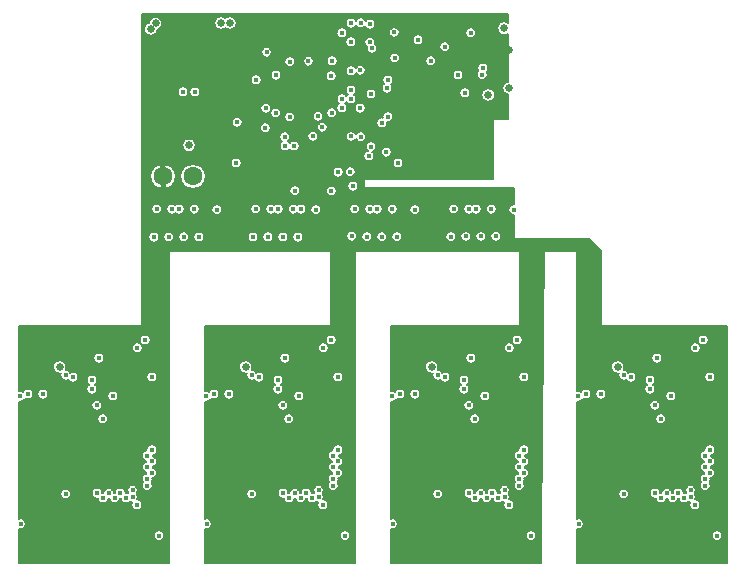
<source format=gbr>
G04 (created by PCBNEW-RS274X (2010-03-14)-final) date Thu 13 Oct 2011 08:56:15 PM EDT*
G01*
G70*
G90*
%MOIN*%
G04 Gerber Fmt 3.4, Leading zero omitted, Abs format*
%FSLAX34Y34*%
G04 APERTURE LIST*
%ADD10C,0.001000*%
%ADD11C,0.063000*%
%ADD12C,0.016000*%
%ADD13C,0.025000*%
%ADD14C,0.015000*%
%ADD15C,0.005000*%
G04 APERTURE END LIST*
G54D10*
G54D11*
X22300Y10700D03*
X23300Y10700D03*
G54D12*
X28886Y14237D03*
X26704Y10232D03*
X28571Y13285D03*
X28631Y10376D03*
X28267Y12986D03*
X27918Y10219D03*
X29753Y11510D03*
X28882Y12974D03*
X30808Y15255D03*
X29799Y12695D03*
X32947Y14098D03*
X26682Y11714D03*
X29798Y13912D03*
X32969Y14311D03*
X28892Y12030D03*
X29774Y13645D03*
X28581Y12033D03*
X30142Y11150D03*
X29239Y11699D03*
X24748Y11152D03*
X26361Y12024D03*
X23504Y08685D03*
X26798Y08678D03*
X30098Y08697D03*
X33400Y08704D03*
X29242Y13447D03*
X29601Y12491D03*
X32142Y14080D03*
X28892Y15821D03*
X29272Y14970D03*
X28573Y15811D03*
X28569Y15187D03*
X29200Y15169D03*
X31230Y14556D03*
X20106Y00144D03*
X20303Y-00018D03*
X20495Y00138D03*
X20692Y-00014D03*
X20882Y00146D03*
X21083Y-00014D03*
X21431Y-00243D03*
X21291Y00018D03*
X21291Y00239D03*
X21786Y00397D03*
X21783Y00609D03*
X27983Y00609D03*
X21928Y00814D03*
X21785Y01007D03*
X21928Y01200D03*
X21783Y01397D03*
X21932Y01588D03*
X19059Y04076D03*
X20637Y03386D03*
X21933Y04016D03*
X21453Y04989D03*
G54D13*
X18858Y04355D03*
G54D12*
X19308Y04007D03*
X20296Y02623D03*
X18302Y03446D03*
X20097Y03067D03*
X17798Y03451D03*
X28571Y14226D03*
X26899Y09608D03*
X26306Y00144D03*
X26503Y-00018D03*
X26695Y00138D03*
X26892Y-00014D03*
X27082Y00146D03*
X27283Y-00014D03*
X27631Y-00243D03*
X27491Y00018D03*
X27491Y00239D03*
X27986Y00397D03*
X28128Y00814D03*
X27985Y01007D03*
X28128Y01200D03*
X27983Y01397D03*
X28132Y01588D03*
X25259Y04076D03*
X27653Y04989D03*
X28133Y04016D03*
X26837Y03386D03*
G54D13*
X25058Y04355D03*
G54D12*
X25508Y04007D03*
X26368Y04643D03*
X32568Y04643D03*
X24502Y03446D03*
X26496Y02623D03*
X23998Y03451D03*
X26297Y03067D03*
X22997Y08688D03*
X26299Y08685D03*
X29595Y08694D03*
X32900Y08700D03*
X28576Y13583D03*
X32506Y00144D03*
X32703Y-00018D03*
X32895Y00138D03*
X33092Y-00014D03*
X33282Y00146D03*
X33483Y-00014D03*
X33831Y-00243D03*
X33691Y00018D03*
X33691Y00239D03*
X34186Y00397D03*
X34183Y00609D03*
X34328Y00814D03*
X34185Y01007D03*
X34328Y01200D03*
X34183Y01397D03*
X34332Y01588D03*
X31459Y04076D03*
X33853Y04989D03*
X34333Y04016D03*
X33037Y03386D03*
G54D13*
X31258Y04355D03*
G54D12*
X31708Y04007D03*
X30702Y03446D03*
X32696Y02623D03*
X30198Y03451D03*
X32497Y03067D03*
X38706Y00144D03*
X38903Y-00018D03*
X39095Y00138D03*
X39292Y-00014D03*
X39482Y00146D03*
X39683Y-00014D03*
X40031Y-00243D03*
X39891Y00018D03*
X39891Y00239D03*
X40386Y00397D03*
X40383Y00609D03*
X40528Y00814D03*
X40385Y01007D03*
X40528Y01200D03*
X40383Y01397D03*
X40532Y01588D03*
X28145Y10841D03*
X22497Y08682D03*
X25802Y08688D03*
X29104Y08697D03*
X32403Y08700D03*
X22003Y08679D03*
X25308Y08685D03*
X28595Y08708D03*
X31900Y08697D03*
X28555Y10863D03*
X37659Y04076D03*
X40053Y04989D03*
X40533Y04016D03*
X39237Y03386D03*
G54D13*
X37458Y04355D03*
G54D12*
X37908Y04007D03*
X38768Y04643D03*
X20168Y04643D03*
X36902Y03446D03*
X38896Y02623D03*
X36398Y03451D03*
X38697Y03067D03*
X21276Y02380D03*
X21276Y01985D03*
X22391Y02194D03*
X22403Y02607D03*
X22391Y03008D03*
X19551Y03502D03*
X18707Y03465D03*
X21269Y03875D03*
X20648Y03166D03*
X20637Y03696D03*
X20172Y03696D03*
X22379Y03429D03*
X21987Y03594D03*
X22160Y05275D03*
X22387Y04651D03*
X18240Y01791D03*
X18243Y02191D03*
X18245Y02576D03*
X18545Y02845D03*
X18052Y03449D03*
X20276Y01575D03*
X19705Y00999D03*
G54D13*
X22367Y-01901D03*
X17599Y-01896D03*
G54D12*
X23103Y09610D03*
X23845Y09611D03*
X22358Y09614D03*
X25658Y09614D03*
X27145Y09611D03*
X26403Y09610D03*
G54D13*
X23799Y-01896D03*
X28567Y-01901D03*
G54D12*
X25905Y00999D03*
X26476Y01575D03*
X24252Y03449D03*
X24745Y02845D03*
X24445Y02576D03*
X24443Y02191D03*
X24440Y01791D03*
X28587Y04651D03*
X28360Y05275D03*
X28187Y03594D03*
X28579Y03429D03*
X26372Y03696D03*
X26837Y03696D03*
X26848Y03166D03*
X27469Y03875D03*
X24907Y03465D03*
X25751Y03502D03*
X28591Y03008D03*
X28603Y02607D03*
X28591Y02194D03*
X27476Y01985D03*
X27476Y02380D03*
X28958Y09614D03*
X30445Y09611D03*
X29703Y09610D03*
G54D13*
X29999Y-01896D03*
X34767Y-01901D03*
G54D12*
X32105Y00999D03*
X32676Y01575D03*
X30452Y03449D03*
X30945Y02845D03*
X30645Y02576D03*
X30643Y02191D03*
X30640Y01791D03*
X34787Y04651D03*
X34560Y05275D03*
X34387Y03594D03*
X34779Y03429D03*
X32572Y03696D03*
X33037Y03696D03*
X33048Y03166D03*
X33669Y03875D03*
X31107Y03465D03*
X31951Y03502D03*
X34791Y03008D03*
X34803Y02607D03*
X34791Y02194D03*
X33676Y01985D03*
X33676Y02380D03*
X32258Y09614D03*
X33745Y09611D03*
X33003Y09610D03*
G54D13*
X36199Y-01896D03*
X40967Y-01901D03*
G54D12*
X38305Y00999D03*
X38876Y01575D03*
X36652Y03449D03*
X37145Y02845D03*
X36845Y02576D03*
X36843Y02191D03*
X36840Y01791D03*
X40987Y04651D03*
X40760Y05275D03*
X40587Y03594D03*
X40979Y03429D03*
X38772Y03696D03*
X39237Y03696D03*
X39248Y03166D03*
X39869Y03875D03*
X37307Y03465D03*
X38151Y03502D03*
X40991Y03008D03*
X41003Y02607D03*
X40991Y02194D03*
X39876Y01985D03*
X39876Y02380D03*
X30736Y10922D03*
X26056Y12342D03*
X26056Y11714D03*
X26577Y11349D03*
X27948Y12339D03*
X27940Y13126D03*
X27918Y13804D03*
X28244Y14533D03*
X27635Y14605D03*
X26843Y14532D03*
X26061Y14858D03*
X26064Y14547D03*
X25743Y13294D03*
X25739Y13605D03*
X28239Y14867D03*
X30607Y13394D03*
X31001Y13390D03*
X30434Y14009D03*
X32197Y12601D03*
X32193Y12999D03*
X32422Y13194D03*
X33189Y12719D03*
X33395Y12908D03*
X32692Y11104D03*
X32698Y10687D03*
X31606Y10904D03*
X31428Y10704D03*
X28512Y11337D03*
G54D13*
X33836Y14906D03*
X33088Y13864D03*
X33509Y13157D03*
X23759Y12516D03*
X23754Y12815D03*
X22571Y12818D03*
X22573Y12516D03*
X23165Y13751D03*
X23162Y14438D03*
X23162Y15793D03*
X23162Y15508D03*
G54D12*
X26447Y10680D03*
X25153Y10919D03*
X26497Y13652D03*
X27500Y13655D03*
X27297Y13501D03*
X26703Y13496D03*
X26736Y13808D03*
X27255Y13803D03*
X30439Y12392D03*
X30897Y12444D03*
G54D13*
X33164Y15399D03*
G54D12*
X23918Y11906D03*
X23827Y11205D03*
X24778Y11554D03*
X31716Y14796D03*
X31242Y12098D03*
X25115Y15495D03*
X27011Y12643D03*
G54D13*
X22220Y11785D03*
X21788Y12282D03*
G54D12*
X24779Y12501D03*
X31694Y15030D03*
X22097Y09617D03*
X22596Y09609D03*
X23352Y09610D03*
X22845Y09607D03*
X17558Y-00879D03*
X19061Y00117D03*
X25261Y00117D03*
X22174Y-01268D03*
X28697Y09617D03*
X29196Y09609D03*
X29952Y09610D03*
X29445Y09607D03*
X29958Y-00879D03*
X31461Y00117D03*
X34574Y-01268D03*
X31997Y09617D03*
X32496Y09609D03*
X33252Y09610D03*
X32745Y09607D03*
X36158Y-00879D03*
X37661Y00117D03*
X40774Y-01268D03*
X25397Y09617D03*
X25896Y09609D03*
X26652Y09610D03*
X26145Y09607D03*
X23758Y-00879D03*
X28374Y-01268D03*
X27475Y12705D03*
X27926Y12823D03*
X27951Y14557D03*
X26533Y14532D03*
X26071Y14073D03*
X26063Y12818D03*
G54D13*
X24241Y15810D03*
X24534Y15810D03*
G54D12*
X26374Y11722D03*
X27157Y14536D03*
X27914Y14054D03*
X26527Y12681D03*
X25719Y12324D03*
X25735Y12972D03*
X30027Y14649D03*
X32562Y15492D03*
X29167Y11388D03*
X25758Y14839D03*
X28267Y15490D03*
X29210Y15775D03*
X27303Y12036D03*
X27618Y12338D03*
X25416Y13921D03*
X32370Y13490D03*
X30020Y15500D03*
G54D13*
X22062Y15805D03*
X21900Y15611D03*
G54D12*
X28271Y13291D03*
X22973Y13520D03*
X23368Y13516D03*
G54D13*
X23175Y11739D03*
G54D12*
X21714Y05251D03*
X19935Y03612D03*
X19939Y03911D03*
X17546Y03370D03*
X24099Y09594D03*
X27399Y09594D03*
X23746Y03370D03*
X26139Y03911D03*
X26135Y03612D03*
X27914Y05251D03*
X30699Y09594D03*
X29946Y03370D03*
X32339Y03911D03*
X32335Y03612D03*
X34114Y05251D03*
X33999Y09594D03*
X36146Y03370D03*
X38539Y03911D03*
X38535Y03612D03*
X40314Y05251D03*
G54D13*
X33149Y13414D03*
X33849Y13644D03*
X33670Y15640D03*
G54D14*
X22300Y10700D02*
X22350Y09900D01*
X22300Y10700D02*
X22267Y11389D01*
G54D10*
G36*
X41100Y03888D02*
X41100Y02375D01*
X40479Y03682D01*
X41100Y03888D01*
X41100Y03888D01*
G37*
G54D15*
X41100Y03888D02*
X41100Y02375D01*
X40479Y03682D01*
X41100Y03888D01*
G54D10*
G36*
X40197Y-00174D02*
X40386Y00217D01*
X40479Y-00239D01*
X40197Y-00174D01*
X40197Y-00174D01*
G37*
G54D15*
X40197Y-00174D02*
X40386Y00217D01*
X40479Y-00239D01*
X40197Y-00174D01*
G54D10*
G36*
X40479Y-01546D02*
X40479Y-02200D01*
X39237Y-01546D01*
X40479Y-01546D01*
X40479Y-01546D01*
G37*
G54D15*
X40479Y-01546D02*
X40479Y-02200D01*
X39237Y-01546D01*
X40479Y-01546D01*
G54D10*
G36*
X39237Y-00239D02*
X39165Y-00141D01*
X39223Y-00180D01*
X39237Y-00239D01*
X39237Y-00239D01*
G37*
G54D15*
X39237Y-00239D02*
X39165Y-00141D01*
X39223Y-00180D01*
X39237Y-00239D01*
G54D10*
G36*
X40479Y02375D02*
X40479Y03682D01*
X41100Y02375D01*
X40479Y02375D01*
X40479Y02375D01*
G37*
G54D15*
X40479Y02375D02*
X40479Y03682D01*
X41100Y02375D01*
X40479Y02375D01*
G54D10*
G36*
X40479Y04989D02*
X40480Y05182D01*
X41100Y04989D01*
X40479Y04989D01*
X40479Y04989D01*
G37*
G54D15*
X40479Y04989D02*
X40480Y05182D01*
X41100Y04989D01*
X40479Y04989D01*
G54D10*
G36*
X37995Y-02200D02*
X37995Y-01546D01*
X38616Y-02200D01*
X37995Y-02200D01*
X37995Y-02200D01*
G37*
G54D15*
X37995Y-02200D02*
X37995Y-01546D01*
X38616Y-02200D01*
X37995Y-02200D01*
G54D10*
G36*
X39237Y02375D02*
X39364Y03259D01*
X40479Y02375D01*
X39237Y02375D01*
X39237Y02375D01*
G37*
G54D15*
X39237Y02375D02*
X39364Y03259D01*
X40479Y02375D01*
X39237Y02375D01*
G54D10*
G36*
X39237Y-01546D02*
X39237Y-02200D01*
X38616Y-02200D01*
X39237Y-01546D01*
X39237Y-01546D01*
G37*
G54D15*
X39237Y-01546D02*
X39237Y-02200D01*
X38616Y-02200D01*
X39237Y-01546D01*
G54D10*
G36*
X37995Y-01546D02*
X38834Y-00184D01*
X39237Y-01546D01*
X37995Y-01546D01*
X37995Y-01546D01*
G37*
G54D15*
X37995Y-01546D02*
X38834Y-00184D01*
X39237Y-01546D01*
X37995Y-01546D01*
G54D10*
G36*
X38872Y00213D02*
X38929Y00207D01*
X38903Y00162D01*
X38872Y00213D01*
X38872Y00213D01*
G37*
G54D15*
X38872Y00213D02*
X38929Y00207D01*
X38903Y00162D01*
X38872Y00213D01*
G54D10*
G36*
X37995Y01068D02*
X38827Y02457D01*
X39237Y01068D01*
X37995Y01068D01*
X37995Y01068D01*
G37*
G54D15*
X37995Y01068D02*
X38827Y02457D01*
X39237Y01068D01*
X37995Y01068D01*
G54D10*
G36*
X36753Y-00239D02*
X37592Y-00049D01*
X36753Y-01546D01*
X36753Y-00239D01*
X36753Y-00239D01*
G37*
G54D15*
X36753Y-00239D02*
X37592Y-00049D01*
X36753Y-01546D01*
X36753Y-00239D01*
G54D10*
G36*
X37590Y03910D02*
X37659Y03896D01*
X37082Y03446D01*
X37590Y03910D01*
X37590Y03910D01*
G37*
G54D15*
X37590Y03910D02*
X37659Y03896D01*
X37082Y03446D01*
X37590Y03910D01*
G54D10*
G36*
X36753Y01068D02*
X36753Y02375D01*
X37995Y02375D01*
X36753Y01068D01*
X36753Y01068D01*
G37*
G54D15*
X36753Y01068D02*
X36753Y02375D01*
X37995Y02375D01*
X36753Y01068D01*
G54D10*
G36*
X39237Y04989D02*
X38948Y04643D01*
X38934Y04712D01*
X39237Y04989D01*
X39237Y04989D01*
G37*
G54D15*
X39237Y04989D02*
X38948Y04643D01*
X38934Y04712D01*
X39237Y04989D01*
G54D10*
G36*
X36753Y07604D02*
X36900Y08200D01*
X36900Y07604D01*
X36753Y07604D01*
X36753Y07604D01*
G37*
G54D15*
X36753Y07604D02*
X36900Y08200D01*
X36900Y07604D01*
X36753Y07604D01*
G54D10*
G36*
X36753Y06296D02*
X36900Y05700D01*
X36100Y06296D01*
X36753Y06296D01*
X36753Y06296D01*
G37*
G54D15*
X36753Y06296D02*
X36900Y05700D01*
X36100Y06296D01*
X36753Y06296D01*
G54D10*
G36*
X36753Y-01546D02*
X37592Y-00049D01*
X37995Y-01546D01*
X36753Y-01546D01*
X36753Y-01546D01*
G37*
G54D15*
X36753Y-01546D02*
X37592Y-00049D01*
X37995Y-01546D01*
X36753Y-01546D01*
G54D10*
G36*
X37995Y02375D02*
X37995Y01068D01*
X36753Y01068D01*
X37995Y02375D01*
X37995Y02375D01*
G37*
G54D15*
X37995Y02375D02*
X37995Y01068D01*
X36753Y01068D01*
X37995Y02375D01*
G54D10*
G36*
X36100Y03131D02*
X36215Y03204D01*
X36100Y02375D01*
X36100Y03131D01*
X36100Y03131D01*
G37*
G54D15*
X36100Y03131D02*
X36215Y03204D01*
X36100Y02375D01*
X36100Y03131D01*
G54D10*
G36*
X36753Y01068D02*
X36100Y-00239D01*
X36100Y01068D01*
X36753Y01068D01*
X36753Y01068D01*
G37*
G54D15*
X36753Y01068D02*
X36100Y-00239D01*
X36100Y01068D01*
X36753Y01068D01*
G54D10*
G36*
X36753Y02375D02*
X36100Y01688D01*
X36100Y02375D01*
X36753Y02375D01*
X36753Y02375D01*
G37*
G54D15*
X36753Y02375D02*
X36100Y01688D01*
X36100Y02375D01*
X36753Y02375D01*
G54D10*
G36*
X37995Y04989D02*
X37458Y04582D01*
X36900Y05700D01*
X37995Y04989D01*
X37995Y04989D01*
G37*
G54D15*
X37995Y04989D02*
X37458Y04582D01*
X36900Y05700D01*
X37995Y04989D01*
G54D10*
G36*
X36753Y04989D02*
X36398Y03631D01*
X36100Y04989D01*
X36753Y04989D01*
X36753Y04989D01*
G37*
G54D15*
X36753Y04989D02*
X36398Y03631D01*
X36100Y04989D01*
X36753Y04989D01*
G54D10*
G36*
X36753Y07604D02*
X36900Y07604D01*
X36753Y06296D01*
X36753Y07604D01*
X36753Y07604D01*
G37*
G54D15*
X36753Y07604D02*
X36900Y07604D01*
X36753Y06296D01*
X36753Y07604D01*
G54D10*
G36*
X36753Y06296D02*
X36100Y06296D01*
X36100Y07604D01*
X36753Y06296D01*
X36753Y06296D01*
G37*
G54D15*
X36753Y06296D02*
X36100Y06296D01*
X36100Y07604D01*
X36753Y06296D01*
G54D10*
G36*
X34033Y04989D02*
X34114Y05071D01*
X34268Y04989D01*
X34033Y04989D01*
X34033Y04989D01*
G37*
G54D15*
X34033Y04989D02*
X34114Y05071D01*
X34268Y04989D01*
X34033Y04989D01*
G54D10*
G36*
X36753Y-00239D02*
X36753Y-01546D01*
X36338Y-00879D01*
X36753Y-00239D01*
X36753Y-00239D01*
G37*
G54D15*
X36753Y-00239D02*
X36753Y-01546D01*
X36338Y-00879D01*
X36753Y-00239D01*
G54D10*
G36*
X36753Y01068D02*
X36753Y-00239D01*
X36100Y-00239D01*
X36753Y01068D01*
X36753Y01068D01*
G37*
G54D15*
X36753Y01068D02*
X36753Y-00239D01*
X36100Y-00239D01*
X36753Y01068D01*
G54D10*
G36*
X36100Y01068D02*
X36100Y01688D01*
X36753Y01068D01*
X36100Y01068D01*
X36100Y01068D01*
G37*
G54D15*
X36100Y01068D02*
X36100Y01688D01*
X36753Y01068D01*
X36100Y01068D01*
G54D10*
G36*
X36736Y03515D02*
X36564Y03520D01*
X36753Y03682D01*
X36736Y03515D01*
X36736Y03515D01*
G37*
G54D15*
X36736Y03515D02*
X36564Y03520D01*
X36753Y03682D01*
X36736Y03515D01*
G54D10*
G36*
X34957Y03682D02*
X34944Y02375D01*
X34268Y03682D01*
X34957Y03682D01*
X34957Y03682D01*
G37*
G54D15*
X34957Y03682D02*
X34944Y02375D01*
X34268Y03682D01*
X34957Y03682D01*
G54D10*
G36*
X36753Y07604D02*
X36753Y06296D01*
X36100Y07604D01*
X36753Y07604D01*
X36753Y07604D01*
G37*
G54D15*
X36753Y07604D02*
X36753Y06296D01*
X36100Y07604D01*
X36753Y07604D01*
G54D10*
G36*
X34268Y06296D02*
X34200Y05700D01*
X34200Y06296D01*
X34268Y06296D01*
X34268Y06296D01*
G37*
G54D15*
X34268Y06296D02*
X34200Y05700D01*
X34200Y06296D01*
X34268Y06296D01*
G54D10*
G36*
X34268Y-00239D02*
X33997Y-00174D01*
X34186Y00217D01*
X34268Y-00239D01*
X34268Y-00239D01*
G37*
G54D15*
X34268Y-00239D02*
X33997Y-00174D01*
X34186Y00217D01*
X34268Y-00239D01*
G54D10*
G36*
X34268Y-01546D02*
X34268Y-02200D01*
X33026Y-01546D01*
X34268Y-01546D01*
X34268Y-01546D01*
G37*
G54D15*
X34268Y-01546D02*
X34268Y-02200D01*
X33026Y-01546D01*
X34268Y-01546D01*
G54D10*
G36*
X34280Y05182D02*
X34970Y05105D01*
X34268Y04989D01*
X34280Y05182D01*
X34280Y05182D01*
G37*
G54D15*
X34280Y05182D02*
X34970Y05105D01*
X34268Y04989D01*
X34280Y05182D01*
G54D10*
G36*
X34268Y06296D02*
X34200Y06296D01*
X34268Y07604D01*
X34268Y06296D01*
X34268Y06296D01*
G37*
G54D15*
X34268Y06296D02*
X34200Y06296D01*
X34268Y07604D01*
X34268Y06296D01*
G54D10*
G36*
X34200Y08200D02*
X34000Y08600D01*
X34239Y08600D01*
X34200Y08200D01*
X34200Y08200D01*
G37*
G54D15*
X34200Y08200D02*
X34000Y08600D01*
X34239Y08600D01*
X34200Y08200D01*
G54D10*
G36*
X31784Y-02200D02*
X31784Y-01546D01*
X32405Y-02200D01*
X31784Y-02200D01*
X31784Y-02200D01*
G37*
G54D15*
X31784Y-02200D02*
X31784Y-01546D01*
X32405Y-02200D01*
X31784Y-02200D01*
G54D10*
G36*
X33026Y02375D02*
X33164Y03259D01*
X34268Y02375D01*
X33026Y02375D01*
X33026Y02375D01*
G37*
G54D15*
X33026Y02375D02*
X33164Y03259D01*
X34268Y02375D01*
X33026Y02375D01*
G54D10*
G36*
X34268Y06296D02*
X34268Y07604D01*
X34982Y06296D01*
X34268Y06296D01*
X34268Y06296D01*
G37*
G54D15*
X34268Y06296D02*
X34268Y07604D01*
X34982Y06296D01*
X34268Y06296D01*
G54D10*
G36*
X31784Y10218D02*
X31831Y09686D01*
X31644Y10300D01*
X31784Y10218D01*
X31784Y10218D01*
G37*
G54D15*
X31784Y10218D02*
X31831Y09686D01*
X31644Y10300D01*
X31784Y10218D01*
G54D10*
G36*
X33026Y11525D02*
X31784Y11525D01*
X33026Y12832D01*
X33026Y11525D01*
X33026Y11525D01*
G37*
G54D15*
X33026Y11525D02*
X31784Y11525D01*
X33026Y12832D01*
X33026Y11525D01*
G54D10*
G36*
X31763Y14864D02*
X31784Y14139D01*
X31694Y14850D01*
X31763Y14864D01*
X31763Y14864D01*
G37*
G54D15*
X31763Y14864D02*
X31784Y14139D01*
X31694Y14850D01*
X31763Y14864D01*
G54D10*
G36*
X33026Y-01546D02*
X33026Y-02200D01*
X32405Y-02200D01*
X33026Y-01546D01*
X33026Y-01546D01*
G37*
G54D15*
X33026Y-01546D02*
X33026Y-02200D01*
X32405Y-02200D01*
X33026Y-01546D01*
G54D10*
G36*
X31784Y-01546D02*
X32634Y-00184D01*
X33026Y-01546D01*
X31784Y-01546D01*
X31784Y-01546D01*
G37*
G54D15*
X31784Y-01546D02*
X32634Y-00184D01*
X33026Y-01546D01*
X31784Y-01546D01*
G54D10*
G36*
X32672Y00213D02*
X32729Y00207D01*
X32703Y00162D01*
X32672Y00213D01*
X32672Y00213D01*
G37*
G54D15*
X32672Y00213D02*
X32729Y00207D01*
X32703Y00162D01*
X32672Y00213D01*
G54D10*
G36*
X31784Y01068D02*
X32627Y02457D01*
X33026Y01068D01*
X31784Y01068D01*
X31784Y01068D01*
G37*
G54D15*
X31784Y01068D02*
X32627Y02457D01*
X33026Y01068D01*
X31784Y01068D01*
G54D10*
G36*
X30542Y-00239D02*
X31392Y-00049D01*
X30542Y-01546D01*
X30542Y-00239D01*
X30542Y-00239D01*
G37*
G54D15*
X30542Y-00239D02*
X31392Y-00049D01*
X30542Y-01546D01*
X30542Y-00239D01*
G54D10*
G36*
X30542Y01068D02*
X30542Y02375D01*
X31784Y02375D01*
X30542Y01068D01*
X30542Y01068D01*
G37*
G54D15*
X30542Y01068D02*
X30542Y02375D01*
X31784Y02375D01*
X30542Y01068D01*
G54D10*
G36*
X33026Y04989D02*
X32748Y04643D01*
X32734Y04712D01*
X33026Y04989D01*
X33026Y04989D01*
G37*
G54D15*
X33026Y04989D02*
X32748Y04643D01*
X32734Y04712D01*
X33026Y04989D01*
G54D10*
G36*
X33026Y11525D02*
X33026Y10600D01*
X31784Y11525D01*
X33026Y11525D01*
X33026Y11525D01*
G37*
G54D15*
X33026Y11525D02*
X33026Y10600D01*
X31784Y11525D01*
X33026Y11525D01*
G54D10*
G36*
X33026Y12832D02*
X31784Y11525D01*
X31784Y12832D01*
X33026Y12832D01*
X33026Y12832D01*
G37*
G54D15*
X33026Y12832D02*
X31784Y11525D01*
X31784Y12832D01*
X33026Y12832D01*
G54D10*
G36*
X31784Y11525D02*
X30542Y11525D01*
X31784Y12832D01*
X31784Y11525D01*
X31784Y11525D01*
G37*
G54D15*
X31784Y11525D02*
X30542Y11525D01*
X31784Y12832D01*
X31784Y11525D01*
G54D10*
G36*
X30542Y12832D02*
X31230Y14376D01*
X31784Y12832D01*
X30542Y12832D01*
X30542Y12832D01*
G37*
G54D15*
X30542Y12832D02*
X31230Y14376D01*
X31784Y12832D01*
X30542Y12832D01*
G54D10*
G36*
X30877Y15089D02*
X31103Y14683D01*
X30808Y15075D01*
X30877Y15089D01*
X30877Y15089D01*
G37*
G54D15*
X30877Y15089D02*
X31103Y14683D01*
X30808Y15075D01*
X30877Y15089D01*
G54D10*
G36*
X30542Y-01546D02*
X31392Y-00049D01*
X31784Y-01546D01*
X30542Y-01546D01*
X30542Y-01546D01*
G37*
G54D15*
X30542Y-01546D02*
X31392Y-00049D01*
X31784Y-01546D01*
X30542Y-01546D01*
G54D10*
G36*
X31784Y02375D02*
X31784Y01068D01*
X30542Y01068D01*
X31784Y02375D01*
X31784Y02375D01*
G37*
G54D15*
X31784Y02375D02*
X31784Y01068D01*
X30542Y01068D01*
X31784Y02375D01*
G54D10*
G36*
X32388Y04643D02*
X31777Y04173D01*
X31784Y04989D01*
X32388Y04643D01*
X32388Y04643D01*
G37*
G54D15*
X32388Y04643D02*
X31777Y04173D01*
X31784Y04989D01*
X32388Y04643D01*
G54D10*
G36*
X30542Y04989D02*
X30542Y05700D01*
X31784Y04989D01*
X30542Y04989D01*
X30542Y04989D01*
G37*
G54D15*
X30542Y04989D02*
X30542Y05700D01*
X31784Y04989D01*
X30542Y04989D01*
G54D10*
G36*
X30129Y03617D02*
X30071Y03578D01*
X29900Y03559D01*
X30129Y03617D01*
X30129Y03617D01*
G37*
G54D15*
X30129Y03617D02*
X30071Y03578D01*
X29900Y03559D01*
X30129Y03617D01*
G54D10*
G36*
X31784Y10600D02*
X31131Y10600D01*
X31784Y11525D01*
X31784Y10600D01*
X31784Y10600D01*
G37*
G54D15*
X31784Y10600D02*
X31131Y10600D01*
X31784Y11525D01*
X31784Y10600D01*
G54D10*
G36*
X29236Y11222D02*
X29294Y11261D01*
X29639Y10600D01*
X29236Y11222D01*
X29236Y11222D01*
G37*
G54D15*
X29236Y11222D02*
X29294Y11261D01*
X29639Y10600D01*
X29236Y11222D01*
G54D10*
G36*
X31784Y12832D02*
X30542Y11525D01*
X30542Y12832D01*
X31784Y12832D01*
X31784Y12832D01*
G37*
G54D15*
X31784Y12832D02*
X30542Y11525D01*
X30542Y12832D01*
X31784Y12832D01*
G54D10*
G36*
X30542Y14139D02*
X31230Y14376D01*
X30542Y12832D01*
X30542Y14139D01*
X30542Y14139D01*
G37*
G54D15*
X30542Y14139D02*
X31230Y14376D01*
X30542Y12832D01*
X30542Y14139D01*
G54D10*
G36*
X31357Y14683D02*
X31625Y14864D01*
X31396Y14625D01*
X31357Y14683D01*
X31357Y14683D01*
G37*
G54D15*
X31357Y14683D02*
X31625Y14864D01*
X31396Y14625D01*
X31357Y14683D01*
G54D10*
G36*
X30542Y12832D02*
X29954Y13645D01*
X30542Y14139D01*
X30542Y12832D01*
X30542Y12832D01*
G37*
G54D15*
X30542Y12832D02*
X29954Y13645D01*
X30542Y14139D01*
X30542Y12832D01*
G54D10*
G36*
X27833Y04989D02*
X27914Y05071D01*
X28058Y04989D01*
X27833Y04989D01*
X27833Y04989D01*
G37*
G54D15*
X27833Y04989D02*
X27914Y05071D01*
X28058Y04989D01*
X27833Y04989D01*
G54D10*
G36*
X30542Y-00239D02*
X30542Y-01546D01*
X30138Y-00879D01*
X30542Y-00239D01*
X30542Y-00239D01*
G37*
G54D15*
X30542Y-00239D02*
X30542Y-01546D01*
X30138Y-00879D01*
X30542Y-00239D01*
G54D10*
G36*
X30542Y01068D02*
X30542Y-00239D01*
X29900Y-00239D01*
X30542Y01068D01*
X30542Y01068D01*
G37*
G54D15*
X30542Y01068D02*
X30542Y-00239D01*
X29900Y-00239D01*
X30542Y01068D01*
G54D10*
G36*
X30542Y02375D02*
X30542Y01068D01*
X29900Y01068D01*
X30542Y02375D01*
X30542Y02375D01*
G37*
G54D15*
X30542Y02375D02*
X30542Y01068D01*
X29900Y01068D01*
X30542Y02375D01*
G54D10*
G36*
X28700Y03924D02*
X28700Y02375D01*
X28058Y03682D01*
X28700Y03924D01*
X28700Y03924D01*
G37*
G54D15*
X28700Y03924D02*
X28700Y02375D01*
X28058Y03682D01*
X28700Y03924D01*
G54D10*
G36*
X28058Y06296D02*
X28700Y07604D01*
X28700Y06296D01*
X28058Y06296D01*
X28058Y06296D01*
G37*
G54D15*
X28058Y06296D02*
X28700Y07604D01*
X28700Y06296D01*
X28058Y06296D01*
G54D10*
G36*
X29618Y13912D02*
X29311Y13613D01*
X29300Y14139D01*
X29618Y13912D01*
X29618Y13912D01*
G37*
G54D15*
X29618Y13912D02*
X29311Y13613D01*
X29300Y14139D01*
X29618Y13912D01*
G54D10*
G36*
X28058Y-00239D02*
X27797Y-00174D01*
X27986Y00217D01*
X28058Y-00239D01*
X28058Y-00239D01*
G37*
G54D15*
X28058Y-00239D02*
X27797Y-00174D01*
X27986Y00217D01*
X28058Y-00239D01*
G54D10*
G36*
X28058Y-01546D02*
X28058Y-02200D01*
X26816Y-01546D01*
X28058Y-01546D01*
X28058Y-01546D01*
G37*
G54D15*
X28058Y-01546D02*
X28058Y-02200D01*
X26816Y-01546D01*
X28058Y-01546D01*
G54D10*
G36*
X28058Y02375D02*
X28058Y03682D01*
X28700Y02375D01*
X28058Y02375D01*
X28058Y02375D01*
G37*
G54D15*
X28058Y02375D02*
X28058Y03682D01*
X28700Y02375D01*
X28058Y02375D01*
G54D10*
G36*
X28080Y05182D02*
X28700Y05084D01*
X28058Y04989D01*
X28080Y05182D01*
X28080Y05182D01*
G37*
G54D15*
X28080Y05182D02*
X28700Y05084D01*
X28058Y04989D01*
X28080Y05182D01*
G54D10*
G36*
X28058Y07604D02*
X28700Y07604D01*
X28058Y06296D01*
X28058Y07604D01*
X28058Y07604D01*
G37*
G54D15*
X28058Y07604D02*
X28700Y07604D01*
X28058Y06296D01*
X28058Y07604D01*
G54D10*
G36*
X28058Y07604D02*
X28058Y06296D01*
X27900Y07604D01*
X28058Y07604D01*
X28058Y07604D01*
G37*
G54D15*
X28058Y07604D02*
X28058Y06296D01*
X27900Y07604D01*
X28058Y07604D01*
G54D10*
G36*
X29300Y10218D02*
X29127Y09775D01*
X29000Y10300D01*
X29300Y10218D01*
X29300Y10218D01*
G37*
G54D15*
X29300Y10218D02*
X29127Y09775D01*
X29000Y10300D01*
X29300Y10218D01*
G54D10*
G36*
X26721Y09444D02*
X26830Y09442D01*
X26816Y08911D01*
X26721Y09444D01*
X26721Y09444D01*
G37*
G54D15*
X26721Y09444D02*
X26830Y09442D01*
X26816Y08911D01*
X26721Y09444D01*
G54D10*
G36*
X26816Y16100D02*
X27577Y16100D01*
X26816Y15446D01*
X26816Y16100D01*
X26816Y16100D01*
G37*
G54D15*
X26816Y16100D02*
X27577Y16100D01*
X26816Y15446D01*
X26816Y16100D01*
G54D10*
G36*
X28298Y01519D02*
X28312Y01588D01*
X28700Y01188D01*
X28298Y01519D01*
X28298Y01519D01*
G37*
G54D15*
X28298Y01519D02*
X28312Y01588D01*
X28700Y01188D01*
X28298Y01519D01*
G54D10*
G36*
X26816Y02375D02*
X26964Y03259D01*
X28058Y02375D01*
X26816Y02375D01*
X26816Y02375D01*
G37*
G54D15*
X26816Y02375D02*
X26964Y03259D01*
X28058Y02375D01*
X26816Y02375D01*
G54D10*
G36*
X28700Y06296D02*
X28700Y05859D01*
X28058Y06296D01*
X28700Y06296D01*
X28700Y06296D01*
G37*
G54D15*
X28700Y06296D02*
X28700Y05859D01*
X28058Y06296D01*
X28700Y06296D01*
G54D10*
G36*
X27900Y08200D02*
X26978Y08678D01*
X28058Y08911D01*
X27900Y08200D01*
X27900Y08200D01*
G37*
G54D15*
X27900Y08200D02*
X26978Y08678D01*
X28058Y08911D01*
X27900Y08200D01*
G54D10*
G36*
X25677Y08200D02*
X25398Y08200D01*
X25435Y08558D01*
X25677Y08200D01*
X25677Y08200D01*
G37*
G54D15*
X25677Y08200D02*
X25398Y08200D01*
X25435Y08558D01*
X25677Y08200D01*
G54D10*
G36*
X26464Y14366D02*
X26533Y14352D01*
X26251Y14073D01*
X26464Y14366D01*
X26464Y14366D01*
G37*
G54D15*
X26464Y14366D02*
X26533Y14352D01*
X26251Y14073D01*
X26464Y14366D01*
G54D10*
G36*
X25574Y15446D02*
X25574Y16100D01*
X26816Y15446D01*
X25574Y15446D01*
X25574Y15446D01*
G37*
G54D15*
X25574Y15446D02*
X25574Y16100D01*
X26816Y15446D01*
X25574Y15446D01*
G54D10*
G36*
X25574Y-01546D02*
X26434Y-00184D01*
X26816Y-01546D01*
X25574Y-01546D01*
X25574Y-01546D01*
G37*
G54D15*
X25574Y-01546D02*
X26434Y-00184D01*
X26816Y-01546D01*
X25574Y-01546D01*
G54D10*
G36*
X26472Y00213D02*
X26529Y00207D01*
X26503Y00162D01*
X26472Y00213D01*
X26472Y00213D01*
G37*
G54D15*
X26472Y00213D02*
X26529Y00207D01*
X26503Y00162D01*
X26472Y00213D01*
G54D10*
G36*
X25574Y01068D02*
X26427Y02457D01*
X26816Y01068D01*
X25574Y01068D01*
X25574Y01068D01*
G37*
G54D15*
X25574Y01068D02*
X26427Y02457D01*
X26816Y01068D01*
X25574Y01068D01*
G54D10*
G36*
X24332Y-00239D02*
X25192Y-00049D01*
X24332Y-01546D01*
X24332Y-00239D01*
X24332Y-00239D01*
G37*
G54D15*
X24332Y-00239D02*
X25192Y-00049D01*
X24332Y-01546D01*
X24332Y-00239D01*
G54D10*
G36*
X25574Y03682D02*
X25259Y03896D01*
X25439Y03841D01*
X25574Y03682D01*
X25574Y03682D01*
G37*
G54D15*
X25574Y03682D02*
X25259Y03896D01*
X25439Y03841D01*
X25574Y03682D01*
G54D10*
G36*
X24332Y01068D02*
X24332Y02375D01*
X25574Y02375D01*
X24332Y01068D01*
X24332Y01068D01*
G37*
G54D15*
X24332Y01068D02*
X24332Y02375D01*
X25574Y02375D01*
X24332Y01068D01*
G54D10*
G36*
X26816Y04989D02*
X26548Y04643D01*
X26534Y04712D01*
X26816Y04989D01*
X26816Y04989D01*
G37*
G54D15*
X26816Y04989D02*
X26548Y04643D01*
X26534Y04712D01*
X26816Y04989D01*
G54D10*
G36*
X26527Y12093D02*
X27137Y12105D01*
X26751Y11880D01*
X26527Y12093D01*
X26527Y12093D01*
G37*
G54D15*
X26527Y12093D02*
X27137Y12105D01*
X26751Y11880D01*
X26527Y12093D01*
G54D10*
G36*
X26816Y12832D02*
X26596Y12847D01*
X26816Y14139D01*
X26816Y12832D01*
X26816Y12832D01*
G37*
G54D15*
X26816Y12832D02*
X26596Y12847D01*
X26816Y14139D01*
X26816Y12832D01*
G54D10*
G36*
X25574Y12832D02*
X25592Y12451D01*
X24945Y12570D01*
X25574Y12832D01*
X25574Y12832D01*
G37*
G54D15*
X25574Y12832D02*
X25592Y12451D01*
X24945Y12570D01*
X25574Y12832D01*
G54D10*
G36*
X23089Y15446D02*
X24154Y15600D01*
X24332Y15446D01*
X23089Y15446D01*
X23089Y15446D01*
G37*
G54D15*
X23089Y15446D02*
X24154Y15600D01*
X24332Y15446D01*
X23089Y15446D01*
G54D10*
G36*
X24332Y-01546D02*
X25192Y-00049D01*
X25574Y-01546D01*
X24332Y-01546D01*
X24332Y-01546D01*
G37*
G54D15*
X24332Y-01546D02*
X25192Y-00049D01*
X25574Y-01546D01*
X24332Y-01546D01*
G54D10*
G36*
X25574Y02375D02*
X25574Y01068D01*
X24332Y01068D01*
X25574Y02375D01*
X25574Y02375D01*
G37*
G54D15*
X25574Y02375D02*
X25574Y01068D01*
X24332Y01068D01*
X25574Y02375D01*
G54D10*
G36*
X27526Y04862D02*
X26534Y04574D01*
X26816Y04989D01*
X27526Y04862D01*
X27526Y04862D01*
G37*
G54D15*
X27526Y04862D02*
X26534Y04574D01*
X26816Y04989D01*
X27526Y04862D01*
G54D10*
G36*
X24332Y04989D02*
X24332Y05700D01*
X25574Y04989D01*
X24332Y04989D01*
X24332Y04989D01*
G37*
G54D15*
X24332Y04989D02*
X24332Y05700D01*
X25574Y04989D01*
X24332Y04989D01*
G54D10*
G36*
X23929Y03617D02*
X23871Y03578D01*
X23700Y03559D01*
X23929Y03617D01*
X23929Y03617D01*
G37*
G54D15*
X23929Y03617D02*
X23871Y03578D01*
X23700Y03559D01*
X23929Y03617D01*
G54D10*
G36*
X26145Y09787D02*
X25965Y09775D01*
X25574Y10218D01*
X26145Y09787D01*
X26145Y09787D01*
G37*
G54D15*
X26145Y09787D02*
X25965Y09775D01*
X25574Y10218D01*
X26145Y09787D01*
G54D10*
G36*
X25574Y10218D02*
X24914Y11083D01*
X25574Y11525D01*
X25574Y10218D01*
X25574Y10218D01*
G37*
G54D15*
X25574Y10218D02*
X24914Y11083D01*
X25574Y11525D01*
X25574Y10218D01*
G54D10*
G36*
X25574Y12832D02*
X25608Y12845D01*
X25666Y12806D01*
X25574Y12832D01*
X25574Y12832D01*
G37*
G54D15*
X25574Y12832D02*
X25608Y12845D01*
X25666Y12806D01*
X25574Y12832D01*
G54D10*
G36*
X24332Y11525D02*
X23603Y11003D01*
X23385Y11652D01*
X24332Y11525D01*
X24332Y11525D01*
G37*
G54D15*
X24332Y11525D02*
X23603Y11003D01*
X23385Y11652D01*
X24332Y11525D01*
G54D10*
G36*
X24332Y15446D02*
X24328Y15600D01*
X24447Y15600D01*
X24332Y15446D01*
X24332Y15446D01*
G37*
G54D15*
X24332Y15446D02*
X24328Y15600D01*
X24447Y15600D01*
X24332Y15446D01*
G54D10*
G36*
X24332Y14139D02*
X23089Y14139D01*
X24332Y15446D01*
X24332Y14139D01*
X24332Y14139D01*
G37*
G54D15*
X24332Y14139D02*
X23089Y14139D01*
X24332Y15446D01*
X24332Y14139D01*
G54D10*
G36*
X24332Y-00239D02*
X24332Y-01546D01*
X23938Y-00879D01*
X24332Y-00239D01*
X24332Y-00239D01*
G37*
G54D15*
X24332Y-00239D02*
X24332Y-01546D01*
X23938Y-00879D01*
X24332Y-00239D01*
G54D10*
G36*
X24332Y01068D02*
X24332Y-00239D01*
X23700Y-00239D01*
X24332Y01068D01*
X24332Y01068D01*
G37*
G54D15*
X24332Y01068D02*
X24332Y-00239D01*
X23700Y-00239D01*
X24332Y01068D01*
G54D10*
G36*
X24332Y02375D02*
X24332Y01068D01*
X23700Y01068D01*
X24332Y02375D01*
X24332Y02375D01*
G37*
G54D15*
X24332Y02375D02*
X24332Y01068D01*
X23700Y01068D01*
X24332Y02375D01*
G54D10*
G36*
X22500Y03801D02*
X22500Y02375D01*
X21847Y03682D01*
X22500Y03801D01*
X22500Y03801D01*
G37*
G54D15*
X22500Y03801D02*
X22500Y02375D01*
X21847Y03682D01*
X22500Y03801D01*
G54D10*
G36*
X22099Y04085D02*
X22500Y03922D01*
X22113Y04016D01*
X22099Y04085D01*
X22099Y04085D01*
G37*
G54D15*
X22099Y04085D02*
X22500Y03922D01*
X22113Y04016D01*
X22099Y04085D01*
G54D10*
G36*
X21633Y04989D02*
X21714Y05071D01*
X21847Y04989D01*
X21633Y04989D01*
X21633Y04989D01*
G37*
G54D15*
X21633Y04989D02*
X21714Y05071D01*
X21847Y04989D01*
X21633Y04989D01*
G54D10*
G36*
X21847Y07604D02*
X22500Y07604D01*
X21847Y06296D01*
X21847Y07604D01*
X21847Y07604D01*
G37*
G54D15*
X21847Y07604D02*
X22500Y07604D01*
X21847Y06296D01*
X21847Y07604D01*
G54D10*
G36*
X23089Y10218D02*
X22603Y10397D01*
X22997Y10397D01*
X23089Y10218D01*
X23089Y10218D01*
G37*
G54D15*
X23089Y10218D02*
X22603Y10397D01*
X22997Y10397D01*
X23089Y10218D01*
G54D10*
G36*
X24332Y14139D02*
X24332Y12832D01*
X23548Y13516D01*
X24332Y14139D01*
X24332Y14139D01*
G37*
G54D15*
X24332Y14139D02*
X24332Y12832D01*
X23548Y13516D01*
X24332Y14139D01*
G54D10*
G36*
X24332Y15446D02*
X23089Y14139D01*
X23089Y15446D01*
X24332Y15446D01*
X24332Y15446D01*
G37*
G54D15*
X24332Y15446D02*
X23089Y14139D01*
X23089Y15446D01*
X24332Y15446D01*
G54D10*
G36*
X21847Y-00239D02*
X21597Y-00174D01*
X21786Y00217D01*
X21847Y-00239D01*
X21847Y-00239D01*
G37*
G54D15*
X21847Y-00239D02*
X21597Y-00174D01*
X21786Y00217D01*
X21847Y-00239D01*
G54D10*
G36*
X21847Y-01546D02*
X21847Y-02200D01*
X20605Y-01546D01*
X21847Y-01546D01*
X21847Y-01546D01*
G37*
G54D15*
X21847Y-01546D02*
X21847Y-02200D01*
X20605Y-01546D01*
X21847Y-01546D01*
G54D10*
G36*
X21847Y02375D02*
X21847Y03682D01*
X22500Y02375D01*
X21847Y02375D01*
X21847Y02375D01*
G37*
G54D15*
X21847Y02375D02*
X21847Y03682D01*
X22500Y02375D01*
X21847Y02375D01*
G54D10*
G36*
X21847Y06296D02*
X22500Y07604D01*
X22500Y06296D01*
X21847Y06296D01*
X21847Y06296D01*
G37*
G54D15*
X21847Y06296D02*
X22500Y07604D01*
X22500Y06296D01*
X21847Y06296D01*
G54D10*
G36*
X22130Y08552D02*
X22428Y08516D01*
X22500Y08200D01*
X22130Y08552D01*
X22130Y08552D01*
G37*
G54D15*
X22130Y08552D02*
X22428Y08516D01*
X22500Y08200D01*
X22130Y08552D01*
G54D10*
G36*
X21847Y06296D02*
X21600Y05700D01*
X21600Y06296D01*
X21847Y06296D01*
X21847Y06296D01*
G37*
G54D15*
X21847Y06296D02*
X21600Y05700D01*
X21600Y06296D01*
X21847Y06296D01*
G54D10*
G36*
X21847Y07604D02*
X21600Y06296D01*
X21600Y07604D01*
X21847Y07604D01*
X21847Y07604D01*
G37*
G54D15*
X21847Y07604D02*
X21600Y06296D01*
X21600Y07604D01*
X21847Y07604D01*
G54D10*
G36*
X21847Y14139D02*
X21987Y15401D01*
X23089Y14139D01*
X21847Y14139D01*
X21847Y14139D01*
G37*
G54D15*
X21847Y14139D02*
X21987Y15401D01*
X23089Y14139D01*
X21847Y14139D01*
G54D10*
G36*
X21813Y15401D02*
X21900Y15383D01*
X21600Y15289D01*
X21813Y15401D01*
X21813Y15401D01*
G37*
G54D15*
X21813Y15401D02*
X21900Y15383D01*
X21600Y15289D01*
X21813Y15401D01*
G54D10*
G36*
X19363Y-02200D02*
X19363Y-01546D01*
X19984Y-02200D01*
X19363Y-02200D01*
X19363Y-02200D01*
G37*
G54D15*
X19363Y-02200D02*
X19363Y-01546D01*
X19984Y-02200D01*
X19363Y-02200D01*
G54D10*
G36*
X22112Y01588D02*
X22500Y01381D01*
X22098Y01519D01*
X22112Y01588D01*
X22112Y01588D01*
G37*
G54D15*
X22112Y01588D02*
X22500Y01381D01*
X22098Y01519D01*
X22112Y01588D01*
G54D10*
G36*
X20605Y02375D02*
X20764Y03259D01*
X21847Y02375D01*
X20605Y02375D01*
X20605Y02375D01*
G37*
G54D15*
X20605Y02375D02*
X20764Y03259D01*
X21847Y02375D01*
X20605Y02375D01*
G54D10*
G36*
X20605Y04989D02*
X20348Y04643D01*
X20334Y04712D01*
X20605Y04989D01*
X20605Y04989D01*
G37*
G54D15*
X20605Y04989D02*
X20348Y04643D01*
X20334Y04712D01*
X20605Y04989D01*
G54D10*
G36*
X21847Y06296D02*
X21600Y06296D01*
X21847Y07604D01*
X21847Y06296D01*
X21847Y06296D01*
G37*
G54D15*
X21847Y06296D02*
X21600Y06296D01*
X21847Y07604D01*
X21847Y06296D01*
G54D10*
G36*
X21847Y11525D02*
X22948Y11739D01*
X22300Y11129D01*
X21847Y11525D01*
X21847Y11525D01*
G37*
G54D15*
X21847Y11525D02*
X22948Y11739D01*
X22300Y11129D01*
X21847Y11525D01*
G54D10*
G36*
X21847Y12832D02*
X22965Y11826D01*
X21600Y12572D01*
X21847Y12832D01*
X21847Y12832D01*
G37*
G54D15*
X21847Y12832D02*
X22965Y11826D01*
X21600Y12572D01*
X21847Y12832D01*
G54D10*
G36*
X19363Y01068D02*
X18992Y00283D01*
X18121Y01068D01*
X19363Y01068D01*
X19363Y01068D01*
G37*
G54D15*
X19363Y01068D02*
X18992Y00283D01*
X18121Y01068D01*
X19363Y01068D01*
G54D10*
G36*
X20605Y-01546D02*
X20605Y-02200D01*
X19984Y-02200D01*
X20605Y-01546D01*
X20605Y-01546D01*
G37*
G54D15*
X20605Y-01546D02*
X20605Y-02200D01*
X19984Y-02200D01*
X20605Y-01546D01*
G54D10*
G36*
X19363Y-01546D02*
X20234Y-00184D01*
X20605Y-01546D01*
X19363Y-01546D01*
X19363Y-01546D01*
G37*
G54D15*
X19363Y-01546D02*
X20234Y-00184D01*
X20605Y-01546D01*
X19363Y-01546D01*
G54D10*
G36*
X20272Y00213D02*
X20329Y00207D01*
X20303Y00162D01*
X20272Y00213D01*
X20272Y00213D01*
G37*
G54D15*
X20272Y00213D02*
X20329Y00207D01*
X20303Y00162D01*
X20272Y00213D01*
G54D10*
G36*
X20605Y-01546D02*
X19984Y-02200D01*
X19363Y-01546D01*
X20605Y-01546D01*
X20605Y-01546D01*
G37*
G54D15*
X20605Y-01546D02*
X19984Y-02200D01*
X19363Y-01546D01*
X20605Y-01546D01*
G54D10*
G36*
X19363Y01068D02*
X20227Y02457D01*
X20605Y01068D01*
X19363Y01068D01*
X19363Y01068D01*
G37*
G54D15*
X19363Y01068D02*
X20227Y02457D01*
X20605Y01068D01*
X19363Y01068D01*
G54D10*
G36*
X18121Y-00239D02*
X18992Y-00049D01*
X18121Y-01546D01*
X18121Y-00239D01*
X18121Y-00239D01*
G37*
G54D15*
X18121Y-00239D02*
X18992Y-00049D01*
X18121Y-01546D01*
X18121Y-00239D01*
G54D10*
G36*
X18121Y04989D02*
X18121Y05700D01*
X19363Y04989D01*
X18121Y04989D01*
X18121Y04989D01*
G37*
G54D15*
X18121Y04989D02*
X18121Y05700D01*
X19363Y04989D01*
X18121Y04989D01*
G54D10*
G36*
X20605Y03682D02*
X20706Y03552D01*
X20637Y03566D01*
X20605Y03682D01*
X20605Y03682D01*
G37*
G54D15*
X20605Y03682D02*
X20706Y03552D01*
X20637Y03566D01*
X20605Y03682D01*
G54D10*
G36*
X19363Y02375D02*
X19363Y01068D01*
X18121Y01068D01*
X19363Y02375D01*
X19363Y02375D01*
G37*
G54D15*
X19363Y02375D02*
X19363Y01068D01*
X18121Y01068D01*
X19363Y02375D01*
G54D10*
G36*
X18121Y02375D02*
X18371Y03280D01*
X19363Y02375D01*
X18121Y02375D01*
X18121Y02375D01*
G37*
G54D15*
X18121Y02375D02*
X18371Y03280D01*
X19363Y02375D01*
X18121Y02375D01*
G54D10*
G36*
X19128Y04242D02*
X19086Y04355D01*
X19186Y04203D01*
X19128Y04242D01*
X19128Y04242D01*
G37*
G54D15*
X19128Y04242D02*
X19086Y04355D01*
X19186Y04203D01*
X19128Y04242D01*
G54D10*
G36*
X18121Y-01546D02*
X18992Y-00049D01*
X19363Y-01546D01*
X18121Y-01546D01*
X18121Y-01546D01*
G37*
G54D15*
X18121Y-01546D02*
X18992Y-00049D01*
X19363Y-01546D01*
X18121Y-01546D01*
G54D10*
G36*
X18121Y01068D02*
X18121Y02375D01*
X19363Y02375D01*
X18121Y01068D01*
X18121Y01068D01*
G37*
G54D15*
X18121Y01068D02*
X18121Y02375D01*
X19363Y02375D01*
X18121Y01068D01*
G54D10*
G36*
X18121Y02375D02*
X18121Y01068D01*
X17500Y01068D01*
X18121Y02375D01*
X18121Y02375D01*
G37*
G54D15*
X18121Y02375D02*
X18121Y01068D01*
X17500Y01068D01*
X18121Y02375D01*
G54D10*
G36*
X18121Y03682D02*
X18233Y03612D01*
X18175Y03573D01*
X18121Y03682D01*
X18121Y03682D01*
G37*
G54D15*
X18121Y03682D02*
X18233Y03612D01*
X18175Y03573D01*
X18121Y03682D01*
G54D10*
G36*
X17500Y04989D02*
X17798Y03631D01*
X17500Y03649D01*
X17500Y04989D01*
X17500Y04989D01*
G37*
G54D15*
X17500Y04989D02*
X17798Y03631D01*
X17500Y03649D01*
X17500Y04989D01*
G54D10*
G36*
X18121Y-00239D02*
X18121Y-01546D01*
X17738Y-00879D01*
X18121Y-00239D01*
X18121Y-00239D01*
G37*
G54D15*
X18121Y-00239D02*
X18121Y-01546D01*
X17738Y-00879D01*
X18121Y-00239D01*
G54D10*
G36*
X18121Y04989D02*
X18121Y03682D01*
X17798Y03631D01*
X18121Y04989D01*
X18121Y04989D01*
G37*
G54D15*
X18121Y04989D02*
X18121Y03682D01*
X17798Y03631D01*
X18121Y04989D01*
G54D10*
G36*
X17729Y03617D02*
X17671Y03578D01*
X17500Y03649D01*
X17729Y03617D01*
X17729Y03617D01*
G37*
G54D15*
X17729Y03617D02*
X17671Y03578D01*
X17500Y03649D01*
X17729Y03617D01*
G54D10*
G36*
X36753Y04989D02*
X36100Y04989D01*
X36100Y05291D01*
X36753Y04989D01*
X36753Y04989D01*
G37*
G54D15*
X36753Y04989D02*
X36100Y04989D01*
X36100Y05291D01*
X36753Y04989D01*
G54D10*
G36*
X36753Y06296D02*
X36900Y07604D01*
X36900Y06296D01*
X36753Y06296D01*
X36753Y06296D01*
G37*
G54D15*
X36753Y06296D02*
X36900Y07604D01*
X36900Y06296D01*
X36753Y06296D01*
G54D10*
G36*
X36753Y07604D02*
X36100Y07604D01*
X36100Y08200D01*
X36753Y07604D01*
X36753Y07604D01*
G37*
G54D15*
X36753Y07604D02*
X36100Y07604D01*
X36100Y08200D01*
X36753Y07604D01*
G54D10*
G36*
X36753Y07604D02*
X36100Y08200D01*
X36900Y08200D01*
X36753Y07604D01*
X36753Y07604D01*
G37*
G54D15*
X36753Y07604D02*
X36100Y08200D01*
X36900Y08200D01*
X36753Y07604D01*
G54D10*
G36*
X35287Y08600D02*
X35377Y08200D01*
X35000Y08200D01*
X35287Y08600D01*
X35287Y08600D01*
G37*
G54D15*
X35287Y08600D02*
X35377Y08200D01*
X35000Y08200D01*
X35287Y08600D01*
G54D10*
G36*
X32831Y08534D02*
X32900Y08520D01*
X32671Y08200D01*
X32831Y08534D01*
X32831Y08534D01*
G37*
G54D15*
X32831Y08534D02*
X32900Y08520D01*
X32671Y08200D01*
X32831Y08534D01*
G54D10*
G36*
X33026Y11525D02*
X33300Y11905D01*
X33300Y11525D01*
X33026Y11525D01*
X33026Y11525D01*
G37*
G54D15*
X33026Y11525D02*
X33300Y11905D01*
X33300Y11525D01*
X33026Y11525D01*
G54D10*
G36*
X34000Y10300D02*
X33872Y09721D01*
X33308Y10300D01*
X34000Y10300D01*
X34000Y10300D01*
G37*
G54D15*
X34000Y10300D02*
X33872Y09721D01*
X33308Y10300D01*
X34000Y10300D01*
G54D10*
G36*
X33300Y12600D02*
X33300Y11905D01*
X33026Y12832D01*
X33300Y12600D01*
X33300Y12600D01*
G37*
G54D15*
X33300Y12600D02*
X33300Y11905D01*
X33026Y12832D01*
X33300Y12600D01*
G54D10*
G36*
X33026Y12832D02*
X32439Y13324D01*
X32988Y13253D01*
X33026Y12832D01*
X33026Y12832D01*
G37*
G54D15*
X33026Y12832D02*
X32439Y13324D01*
X32988Y13253D01*
X33026Y12832D01*
G54D10*
G36*
X21600Y05700D02*
X21587Y05378D01*
X20969Y05700D01*
X21600Y05700D01*
X21600Y05700D01*
G37*
G54D15*
X21600Y05700D02*
X21587Y05378D01*
X20969Y05700D01*
X21600Y05700D01*
G54D10*
G36*
X18121Y-01546D02*
X19363Y-01546D01*
X18121Y-02200D01*
X18121Y-01546D01*
X18121Y-01546D01*
G37*
G54D15*
X18121Y-01546D02*
X19363Y-01546D01*
X18121Y-02200D01*
X18121Y-01546D01*
G54D10*
G36*
X26885Y08200D02*
X26524Y08200D01*
X26729Y08512D01*
X26885Y08200D01*
X26885Y08200D01*
G37*
G54D15*
X26885Y08200D02*
X26524Y08200D01*
X26729Y08512D01*
X26885Y08200D01*
G54D10*
G36*
X24332Y-01546D02*
X24332Y-02200D01*
X23700Y-02200D01*
X24332Y-01546D01*
X24332Y-01546D01*
G37*
G54D15*
X24332Y-01546D02*
X24332Y-02200D01*
X23700Y-02200D01*
X24332Y-01546D01*
G54D10*
G36*
X28058Y07604D02*
X27900Y08200D01*
X28700Y08200D01*
X28058Y07604D01*
X28058Y07604D01*
G37*
G54D15*
X28058Y07604D02*
X27900Y08200D01*
X28700Y08200D01*
X28058Y07604D01*
G54D10*
G36*
X29445Y09427D02*
X29526Y08860D01*
X29300Y08911D01*
X29445Y09427D01*
X29445Y09427D01*
G37*
G54D15*
X29445Y09427D02*
X29526Y08860D01*
X29300Y08911D01*
X29445Y09427D01*
G54D10*
G36*
X34268Y07604D02*
X34200Y06296D01*
X34200Y07604D01*
X34268Y07604D01*
X34268Y07604D01*
G37*
G54D15*
X34268Y07604D02*
X34200Y06296D01*
X34200Y07604D01*
X34268Y07604D01*
G54D10*
G36*
X30542Y-01546D02*
X30542Y-02200D01*
X29900Y-02200D01*
X30542Y-01546D01*
X30542Y-01546D01*
G37*
G54D15*
X30542Y-01546D02*
X30542Y-02200D01*
X29900Y-02200D01*
X30542Y-01546D01*
G54D10*
G36*
X34268Y07604D02*
X34200Y08200D01*
X35000Y08200D01*
X34268Y07604D01*
X34268Y07604D01*
G37*
G54D15*
X34268Y07604D02*
X34200Y08200D01*
X35000Y08200D01*
X34268Y07604D01*
G54D10*
G36*
X36100Y08200D02*
X35768Y08600D01*
X36500Y08600D01*
X36100Y08200D01*
X36100Y08200D01*
G37*
G54D15*
X36100Y08200D02*
X35768Y08600D01*
X36500Y08600D01*
X36100Y08200D01*
G54D10*
G36*
X36500Y08600D02*
X36900Y08200D01*
X36100Y08200D01*
X36500Y08600D01*
X36500Y08600D01*
G37*
G54D15*
X36500Y08600D02*
X36900Y08200D01*
X36100Y08200D01*
X36500Y08600D01*
G54D10*
G36*
X36753Y-01546D02*
X36753Y-02200D01*
X36100Y-02200D01*
X36753Y-01546D01*
X36753Y-01546D01*
G37*
G54D15*
X36753Y-01546D02*
X36753Y-02200D01*
X36100Y-02200D01*
X36753Y-01546D01*
G54D10*
G36*
X22729Y10700D02*
X22904Y10536D01*
X22696Y10536D01*
X22729Y10700D01*
X22729Y10700D01*
G37*
G54D15*
X22729Y10700D02*
X22904Y10536D01*
X22696Y10536D01*
X22729Y10700D01*
G54D10*
G36*
X22696Y10536D02*
X22997Y10397D01*
X22603Y10397D01*
X22696Y10536D01*
X22696Y10536D01*
G37*
G54D15*
X22696Y10536D02*
X22997Y10397D01*
X22603Y10397D01*
X22696Y10536D01*
G54D10*
G36*
X23089Y10218D02*
X22845Y09787D01*
X22603Y10397D01*
X23089Y10218D01*
X23089Y10218D01*
G37*
G54D15*
X23089Y10218D02*
X22845Y09787D01*
X22603Y10397D01*
X23089Y10218D01*
G54D10*
G36*
X22972Y09734D02*
X22914Y09773D01*
X23089Y10218D01*
X22972Y09734D01*
X22972Y09734D01*
G37*
G54D15*
X22972Y09734D02*
X22914Y09773D01*
X23089Y10218D01*
X22972Y09734D01*
G54D10*
G36*
X22300Y10271D02*
X22097Y09797D01*
X22136Y10304D01*
X22300Y10271D01*
X22300Y10271D01*
G37*
G54D15*
X22300Y10271D02*
X22097Y09797D01*
X22136Y10304D01*
X22300Y10271D01*
G54D10*
G36*
X22136Y10304D02*
X21847Y10218D01*
X21997Y10397D01*
X22136Y10304D01*
X22136Y10304D01*
G37*
G54D15*
X22136Y10304D02*
X21847Y10218D01*
X21997Y10397D01*
X22136Y10304D01*
G54D10*
G36*
X21997Y10397D02*
X21847Y10218D01*
X21904Y10536D01*
X21997Y10397D01*
X21997Y10397D01*
G37*
G54D15*
X21997Y10397D02*
X21847Y10218D01*
X21904Y10536D01*
X21997Y10397D01*
G54D10*
G36*
X21847Y10218D02*
X21600Y10597D01*
X21904Y10536D01*
X21847Y10218D01*
X21847Y10218D01*
G37*
G54D15*
X21847Y10218D02*
X21600Y10597D01*
X21904Y10536D01*
X21847Y10218D01*
G54D10*
G36*
X21904Y10864D02*
X21600Y11019D01*
X21997Y11003D01*
X21904Y10864D01*
X21904Y10864D01*
G37*
G54D15*
X21904Y10864D02*
X21600Y11019D01*
X21997Y11003D01*
X21904Y10864D01*
G54D10*
G36*
X21997Y11003D02*
X21847Y11525D01*
X22136Y11096D01*
X21997Y11003D01*
X21997Y11003D01*
G37*
G54D15*
X21997Y11003D02*
X21847Y11525D01*
X22136Y11096D01*
X21997Y11003D01*
G54D10*
G36*
X22136Y11096D02*
X21847Y11525D01*
X22300Y11129D01*
X22136Y11096D01*
X22136Y11096D01*
G37*
G54D15*
X22136Y11096D02*
X21847Y11525D01*
X22300Y11129D01*
X22136Y11096D01*
G54D10*
G36*
X22300Y11129D02*
X22965Y11652D01*
X22464Y11096D01*
X22300Y11129D01*
X22300Y11129D01*
G37*
G54D15*
X22300Y11129D02*
X22965Y11652D01*
X22464Y11096D01*
X22300Y11129D01*
G54D10*
G36*
X22464Y11096D02*
X23014Y11578D01*
X22603Y11003D01*
X22464Y11096D01*
X22464Y11096D01*
G37*
G54D15*
X22464Y11096D02*
X23014Y11578D01*
X22603Y11003D01*
X22464Y11096D01*
G54D10*
G36*
X22603Y11003D02*
X23014Y11578D01*
X22997Y11003D01*
X22603Y11003D01*
X22603Y11003D01*
G37*
G54D15*
X22603Y11003D02*
X23014Y11578D01*
X22997Y11003D01*
X22603Y11003D01*
G54D10*
G36*
X23729Y10700D02*
X24332Y10218D01*
X23696Y10536D01*
X23729Y10700D01*
X23729Y10700D01*
G37*
G54D15*
X23729Y10700D02*
X24332Y10218D01*
X23696Y10536D01*
X23729Y10700D01*
G54D10*
G36*
X23696Y10536D02*
X24332Y10218D01*
X23603Y10397D01*
X23696Y10536D01*
X23696Y10536D01*
G37*
G54D15*
X23696Y10536D02*
X24332Y10218D01*
X23603Y10397D01*
X23696Y10536D01*
G54D10*
G36*
X24332Y10218D02*
X25231Y09686D01*
X24265Y09663D01*
X24332Y10218D01*
X24332Y10218D01*
G37*
G54D15*
X24332Y10218D02*
X25231Y09686D01*
X24265Y09663D01*
X24332Y10218D01*
G54D10*
G36*
X23300Y10271D02*
X23089Y10218D01*
X23136Y10304D01*
X23300Y10271D01*
X23300Y10271D01*
G37*
G54D15*
X23300Y10271D02*
X23089Y10218D01*
X23136Y10304D01*
X23300Y10271D01*
G54D10*
G36*
X22696Y10864D02*
X22904Y10864D01*
X22729Y10700D01*
X22696Y10864D01*
X22696Y10864D01*
G37*
G54D15*
X22696Y10864D02*
X22904Y10864D01*
X22729Y10700D01*
X22696Y10864D01*
G54D10*
G36*
X23136Y10304D02*
X23089Y10218D01*
X22997Y10397D01*
X23136Y10304D01*
X23136Y10304D01*
G37*
G54D15*
X23136Y10304D02*
X23089Y10218D01*
X22997Y10397D01*
X23136Y10304D01*
G54D10*
G36*
X22997Y10397D02*
X22696Y10536D01*
X22904Y10536D01*
X22997Y10397D01*
X22997Y10397D01*
G37*
G54D15*
X22997Y10397D02*
X22696Y10536D01*
X22904Y10536D01*
X22997Y10397D01*
G54D10*
G36*
X22904Y10536D02*
X22729Y10700D01*
X22871Y10700D01*
X22904Y10536D01*
X22904Y10536D01*
G37*
G54D15*
X22904Y10536D02*
X22729Y10700D01*
X22871Y10700D01*
X22904Y10536D01*
G54D10*
G36*
X22696Y10864D02*
X22603Y11003D01*
X22904Y10864D01*
X22696Y10864D01*
X22696Y10864D01*
G37*
G54D15*
X22696Y10864D02*
X22603Y11003D01*
X22904Y10864D01*
X22696Y10864D01*
G54D10*
G36*
X22871Y10700D02*
X22729Y10700D01*
X22904Y10864D01*
X22871Y10700D01*
X22871Y10700D01*
G37*
G54D15*
X22871Y10700D02*
X22729Y10700D01*
X22904Y10864D01*
X22871Y10700D01*
G54D10*
G36*
X22904Y10864D02*
X22603Y11003D01*
X22997Y11003D01*
X22904Y10864D01*
X22904Y10864D01*
G37*
G54D15*
X22904Y10864D02*
X22603Y11003D01*
X22997Y11003D01*
X22904Y10864D01*
G54D10*
G36*
X22997Y11003D02*
X23089Y11525D01*
X23136Y11096D01*
X22997Y11003D01*
X22997Y11003D01*
G37*
G54D15*
X22997Y11003D02*
X23089Y11525D01*
X23136Y11096D01*
X22997Y11003D01*
G54D10*
G36*
X23089Y11525D02*
X23175Y11511D01*
X23136Y11096D01*
X23089Y11525D01*
X23089Y11525D01*
G37*
G54D15*
X23089Y11525D02*
X23175Y11511D01*
X23136Y11096D01*
X23089Y11525D01*
G54D10*
G36*
X24332Y11525D02*
X24779Y12321D01*
X24748Y11332D01*
X24332Y11525D01*
X24332Y11525D01*
G37*
G54D15*
X24332Y11525D02*
X24779Y12321D01*
X24748Y11332D01*
X24332Y11525D01*
G54D10*
G36*
X23464Y11096D02*
X23385Y11652D01*
X23603Y11003D01*
X23464Y11096D01*
X23464Y11096D01*
G37*
G54D15*
X23464Y11096D02*
X23385Y11652D01*
X23603Y11003D01*
X23464Y11096D01*
G54D10*
G36*
X23603Y11003D02*
X24332Y11525D01*
X23696Y10864D01*
X23603Y11003D01*
X23603Y11003D01*
G37*
G54D15*
X23603Y11003D02*
X24332Y11525D01*
X23696Y10864D01*
X23603Y11003D01*
G54D10*
G36*
X28394Y13113D02*
X28398Y13164D01*
X28444Y13158D01*
X28394Y13113D01*
X28394Y13113D01*
G37*
G54D15*
X28394Y13113D02*
X28398Y13164D01*
X28444Y13158D01*
X28394Y13113D01*
G54D10*
G36*
X28571Y13105D02*
X28702Y12974D01*
X28447Y12986D01*
X28571Y13105D01*
X28571Y13105D01*
G37*
G54D15*
X28571Y13105D02*
X28702Y12974D01*
X28447Y12986D01*
X28571Y13105D01*
G54D10*
G36*
X28198Y12820D02*
X28106Y12823D01*
X28140Y12859D01*
X28198Y12820D01*
X28198Y12820D01*
G37*
G54D15*
X28198Y12820D02*
X28106Y12823D01*
X28140Y12859D01*
X28198Y12820D01*
G54D10*
G36*
X28140Y12859D02*
X28106Y12823D01*
X28092Y12892D01*
X28140Y12859D01*
X28140Y12859D01*
G37*
G54D15*
X28140Y12859D02*
X28106Y12823D01*
X28092Y12892D01*
X28140Y12859D01*
G54D10*
G36*
X28101Y12917D02*
X28092Y12892D01*
X28053Y12950D01*
X28101Y12917D01*
X28101Y12917D01*
G37*
G54D15*
X28101Y12917D02*
X28092Y12892D01*
X28053Y12950D01*
X28101Y12917D01*
G54D10*
G36*
X28140Y13113D02*
X28101Y13055D01*
X28105Y13222D01*
X28140Y13113D01*
X28140Y13113D01*
G37*
G54D15*
X28140Y13113D02*
X28101Y13055D01*
X28105Y13222D01*
X28140Y13113D01*
G54D10*
G36*
X28144Y13418D02*
X27983Y13888D01*
X28202Y13457D01*
X28144Y13418D01*
X28144Y13418D01*
G37*
G54D15*
X28144Y13418D02*
X27983Y13888D01*
X28202Y13457D01*
X28144Y13418D01*
G54D10*
G36*
X39237Y03682D02*
X39306Y03552D01*
X39237Y03566D01*
X39237Y03682D01*
X39237Y03682D01*
G37*
G54D15*
X39237Y03682D02*
X39306Y03552D01*
X39237Y03566D01*
X39237Y03682D01*
G54D10*
G36*
X38074Y03938D02*
X38373Y03842D01*
X38035Y03880D01*
X38074Y03938D01*
X38074Y03938D01*
G37*
G54D15*
X38074Y03938D02*
X38373Y03842D01*
X38035Y03880D01*
X38074Y03938D01*
G54D10*
G36*
X38035Y03880D02*
X37995Y03682D01*
X37977Y03841D01*
X38035Y03880D01*
X38035Y03880D01*
G37*
G54D15*
X38035Y03880D02*
X37995Y03682D01*
X37977Y03841D01*
X38035Y03880D01*
G54D10*
G36*
X37977Y03841D02*
X37995Y03682D01*
X37908Y03827D01*
X37977Y03841D01*
X37977Y03841D01*
G37*
G54D15*
X37977Y03841D02*
X37995Y03682D01*
X37908Y03827D01*
X37977Y03841D01*
G54D10*
G36*
X37908Y03827D02*
X37995Y03682D01*
X37839Y03841D01*
X37908Y03827D01*
X37908Y03827D01*
G37*
G54D15*
X37908Y03827D02*
X37995Y03682D01*
X37839Y03841D01*
X37908Y03827D01*
G54D10*
G36*
X37995Y03682D02*
X37659Y03896D01*
X37839Y03841D01*
X37995Y03682D01*
X37995Y03682D01*
G37*
G54D15*
X37995Y03682D02*
X37659Y03896D01*
X37839Y03841D01*
X37995Y03682D01*
G54D10*
G36*
X37479Y04076D02*
X37493Y04007D01*
X37371Y04145D01*
X37479Y04076D01*
X37479Y04076D01*
G37*
G54D15*
X37479Y04076D02*
X37493Y04007D01*
X37371Y04145D01*
X37479Y04076D01*
G54D10*
G36*
X37839Y04173D02*
X37786Y04203D01*
X37908Y04187D01*
X37839Y04173D01*
X37839Y04173D01*
G37*
G54D15*
X37839Y04173D02*
X37786Y04203D01*
X37908Y04187D01*
X37839Y04173D01*
G54D10*
G36*
X37908Y04187D02*
X37668Y04442D01*
X37977Y04173D01*
X37908Y04187D01*
X37908Y04187D01*
G37*
G54D15*
X37908Y04187D02*
X37668Y04442D01*
X37977Y04173D01*
X37908Y04187D01*
G54D10*
G36*
X37995Y04989D02*
X38588Y04643D01*
X37977Y04173D01*
X37995Y04989D01*
X37995Y04989D01*
G37*
G54D15*
X37995Y04989D02*
X38588Y04643D01*
X37977Y04173D01*
X37995Y04989D01*
G54D10*
G36*
X38699Y04477D02*
X38539Y04091D01*
X38641Y04516D01*
X38699Y04477D01*
X38699Y04477D01*
G37*
G54D15*
X38699Y04477D02*
X38539Y04091D01*
X38641Y04516D01*
X38699Y04477D01*
G54D10*
G36*
X38948Y04643D02*
X39237Y04989D01*
X38934Y04574D01*
X38948Y04643D01*
X38948Y04643D01*
G37*
G54D15*
X38948Y04643D02*
X39237Y04989D01*
X38934Y04574D01*
X38948Y04643D01*
G54D10*
G36*
X38837Y04477D02*
X38666Y04038D01*
X38768Y04463D01*
X38837Y04477D01*
X38837Y04477D01*
G37*
G54D15*
X38837Y04477D02*
X38666Y04038D01*
X38768Y04463D01*
X38837Y04477D01*
G54D10*
G36*
X38934Y04574D02*
X39237Y03682D01*
X38895Y04516D01*
X38934Y04574D01*
X38934Y04574D01*
G37*
G54D15*
X38934Y04574D02*
X39237Y03682D01*
X38895Y04516D01*
X38934Y04574D01*
G54D10*
G36*
X38719Y03911D02*
X38705Y03980D01*
X39237Y03682D01*
X38719Y03911D01*
X38719Y03911D01*
G37*
G54D15*
X38719Y03911D02*
X38705Y03980D01*
X39237Y03682D01*
X38719Y03911D01*
G54D10*
G36*
X38602Y04574D02*
X38470Y04077D01*
X38035Y04134D01*
X38602Y04574D01*
X38602Y04574D01*
G37*
G54D15*
X38602Y04574D02*
X38470Y04077D01*
X38035Y04134D01*
X38602Y04574D01*
G54D10*
G36*
X38768Y04463D02*
X38608Y04077D01*
X38699Y04477D01*
X38768Y04463D01*
X38768Y04463D01*
G37*
G54D15*
X38768Y04463D02*
X38608Y04077D01*
X38699Y04477D01*
X38768Y04463D01*
G54D10*
G36*
X38588Y04643D02*
X38602Y04574D01*
X37977Y04173D01*
X38588Y04643D01*
X38588Y04643D01*
G37*
G54D15*
X38588Y04643D02*
X38602Y04574D01*
X37977Y04173D01*
X38588Y04643D01*
G54D10*
G36*
X38641Y04516D02*
X38470Y04077D01*
X38602Y04574D01*
X38641Y04516D01*
X38641Y04516D01*
G37*
G54D15*
X38641Y04516D02*
X38470Y04077D01*
X38602Y04574D01*
X38641Y04516D01*
G54D10*
G36*
X37995Y04989D02*
X37995Y05700D01*
X38699Y04809D01*
X37995Y04989D01*
X37995Y04989D01*
G37*
G54D15*
X37995Y04989D02*
X37995Y05700D01*
X38699Y04809D01*
X37995Y04989D01*
G54D10*
G36*
X38035Y04134D02*
X37977Y04173D01*
X38602Y04574D01*
X38035Y04134D01*
X38035Y04134D01*
G37*
G54D15*
X38035Y04134D02*
X37977Y04173D01*
X38602Y04574D01*
X38035Y04134D01*
G54D10*
G36*
X38588Y04643D02*
X37995Y04989D01*
X38602Y04712D01*
X38588Y04643D01*
X38588Y04643D01*
G37*
G54D15*
X38588Y04643D02*
X37995Y04989D01*
X38602Y04712D01*
X38588Y04643D01*
G54D10*
G36*
X38602Y04712D02*
X37995Y04989D01*
X38641Y04770D01*
X38602Y04712D01*
X38602Y04712D01*
G37*
G54D15*
X38602Y04712D02*
X37995Y04989D01*
X38641Y04770D01*
X38602Y04712D01*
G54D10*
G36*
X38641Y04770D02*
X37995Y04989D01*
X38699Y04809D01*
X38641Y04770D01*
X38641Y04770D01*
G37*
G54D15*
X38641Y04770D02*
X37995Y04989D01*
X38699Y04809D01*
X38641Y04770D01*
G54D10*
G36*
X37995Y05700D02*
X39237Y05700D01*
X38768Y04823D01*
X37995Y05700D01*
X37995Y05700D01*
G37*
G54D15*
X37995Y05700D02*
X39237Y05700D01*
X38768Y04823D01*
X37995Y05700D01*
G54D10*
G36*
X38699Y04809D02*
X37995Y05700D01*
X38768Y04823D01*
X38699Y04809D01*
X38699Y04809D01*
G37*
G54D15*
X38699Y04809D02*
X37995Y05700D01*
X38768Y04823D01*
X38699Y04809D01*
G54D10*
G36*
X38768Y04823D02*
X39237Y04989D01*
X38837Y04809D01*
X38768Y04823D01*
X38768Y04823D01*
G37*
G54D15*
X38768Y04823D02*
X39237Y04989D01*
X38837Y04809D01*
X38768Y04823D01*
G54D10*
G36*
X38837Y04809D02*
X39237Y04989D01*
X38895Y04770D01*
X38837Y04809D01*
X38837Y04809D01*
G37*
G54D15*
X38837Y04809D02*
X39237Y04989D01*
X38895Y04770D01*
X38837Y04809D01*
G54D10*
G36*
X38895Y04770D02*
X39237Y04989D01*
X38934Y04712D01*
X38895Y04770D01*
X38895Y04770D01*
G37*
G54D15*
X38895Y04770D02*
X39237Y04989D01*
X38934Y04712D01*
X38895Y04770D01*
G54D10*
G36*
X28813Y12808D02*
X28823Y12196D01*
X28650Y12199D01*
X28813Y12808D01*
X28813Y12808D01*
G37*
G54D15*
X28813Y12808D02*
X28823Y12196D01*
X28650Y12199D01*
X28813Y12808D01*
G54D10*
G36*
X29308Y11533D02*
X29333Y11457D01*
X29300Y11525D01*
X29308Y11533D01*
X29308Y11533D01*
G37*
G54D15*
X29308Y11533D02*
X29333Y11457D01*
X29300Y11525D01*
X29308Y11533D01*
G54D10*
G36*
X29419Y11699D02*
X29405Y11768D01*
X29626Y11637D01*
X29419Y11699D01*
X29419Y11699D01*
G37*
G54D15*
X29419Y11699D02*
X29405Y11768D01*
X29626Y11637D01*
X29419Y11699D01*
G54D10*
G36*
X29366Y11572D02*
X29333Y11457D01*
X29308Y11533D01*
X29366Y11572D01*
X29366Y11572D01*
G37*
G54D15*
X29366Y11572D02*
X29333Y11457D01*
X29308Y11533D01*
X29366Y11572D01*
G54D10*
G36*
X29300Y11525D02*
X29294Y11515D01*
X29277Y11527D01*
X29300Y11525D01*
X29300Y11525D01*
G37*
G54D15*
X29300Y11525D02*
X29294Y11515D01*
X29277Y11527D01*
X29300Y11525D01*
G54D10*
G36*
X28961Y11864D02*
X29059Y11699D01*
X28892Y11850D01*
X28961Y11864D01*
X28961Y11864D01*
G37*
G54D15*
X28961Y11864D02*
X29059Y11699D01*
X28892Y11850D01*
X28961Y11864D01*
G54D10*
G36*
X29019Y11903D02*
X29073Y11768D01*
X28961Y11864D01*
X29019Y11903D01*
X29019Y11903D01*
G37*
G54D15*
X29019Y11903D02*
X29073Y11768D01*
X28961Y11864D01*
X29019Y11903D01*
G54D10*
G36*
X29435Y12422D02*
X29474Y12364D01*
X29058Y12099D01*
X29435Y12422D01*
X29435Y12422D01*
G37*
G54D15*
X29435Y12422D02*
X29474Y12364D01*
X29058Y12099D01*
X29435Y12422D01*
G54D10*
G36*
X29633Y12764D02*
X29532Y12657D01*
X29300Y12832D01*
X29633Y12764D01*
X29633Y12764D01*
G37*
G54D15*
X29633Y12764D02*
X29532Y12657D01*
X29300Y12832D01*
X29633Y12764D01*
G54D10*
G36*
X20605Y-01546D02*
X20303Y-00198D01*
X20605Y-00239D01*
X20605Y-01546D01*
X20605Y-01546D01*
G37*
G54D15*
X20605Y-01546D02*
X20303Y-00198D01*
X20605Y-00239D01*
X20605Y-01546D01*
G54D10*
G36*
X19241Y00117D02*
X19227Y00186D01*
X19926Y00144D01*
X19241Y00117D01*
X19241Y00117D01*
G37*
G54D15*
X19241Y00117D02*
X19227Y00186D01*
X19926Y00144D01*
X19241Y00117D01*
G54D10*
G36*
X20037Y-00022D02*
X19363Y-00239D01*
X19979Y00017D01*
X20037Y-00022D01*
X20037Y-00022D01*
G37*
G54D15*
X20037Y-00022D02*
X19363Y-00239D01*
X19979Y00017D01*
X20037Y-00022D01*
G54D10*
G36*
X20605Y01068D02*
X20106Y00324D01*
X19363Y01068D01*
X20605Y01068D01*
X20605Y01068D01*
G37*
G54D15*
X20605Y01068D02*
X20106Y00324D01*
X19363Y01068D01*
X20605Y01068D01*
G54D10*
G36*
X19979Y00017D02*
X19363Y-00239D01*
X19940Y00075D01*
X19979Y00017D01*
X19979Y00017D01*
G37*
G54D15*
X19979Y00017D02*
X19363Y-00239D01*
X19940Y00075D01*
X19979Y00017D01*
G54D10*
G36*
X19363Y-00239D02*
X19241Y00117D01*
X19940Y00075D01*
X19363Y-00239D01*
X19363Y-00239D01*
G37*
G54D15*
X19363Y-00239D02*
X19241Y00117D01*
X19940Y00075D01*
X19363Y-00239D01*
G54D10*
G36*
X19926Y00144D02*
X19940Y00075D01*
X19241Y00117D01*
X19926Y00144D01*
X19926Y00144D01*
G37*
G54D15*
X19926Y00144D02*
X19940Y00075D01*
X19241Y00117D01*
X19926Y00144D01*
G54D10*
G36*
X19940Y00213D02*
X19188Y00244D01*
X19979Y00271D01*
X19940Y00213D01*
X19940Y00213D01*
G37*
G54D15*
X19940Y00213D02*
X19188Y00244D01*
X19979Y00271D01*
X19940Y00213D01*
G54D10*
G36*
X19979Y00271D02*
X19363Y01068D01*
X20037Y00310D01*
X19979Y00271D01*
X19979Y00271D01*
G37*
G54D15*
X19979Y00271D02*
X19363Y01068D01*
X20037Y00310D01*
X19979Y00271D01*
G54D10*
G36*
X20037Y00310D02*
X19363Y01068D01*
X20106Y00324D01*
X20037Y00310D01*
X20037Y00310D01*
G37*
G54D15*
X20037Y00310D02*
X19363Y01068D01*
X20106Y00324D01*
X20037Y00310D01*
G54D10*
G36*
X20106Y00324D02*
X20605Y01068D01*
X20175Y00310D01*
X20106Y00324D01*
X20106Y00324D01*
G37*
G54D15*
X20106Y00324D02*
X20605Y01068D01*
X20175Y00310D01*
X20106Y00324D01*
G54D10*
G36*
X20605Y01068D02*
X20426Y00304D01*
X20175Y00310D01*
X20605Y01068D01*
X20605Y01068D01*
G37*
G54D15*
X20605Y01068D02*
X20426Y00304D01*
X20175Y00310D01*
X20605Y01068D01*
G54D10*
G36*
X20233Y00271D02*
X20175Y00310D01*
X20426Y00304D01*
X20233Y00271D01*
X20233Y00271D01*
G37*
G54D15*
X20233Y00271D02*
X20175Y00310D01*
X20426Y00304D01*
X20233Y00271D01*
G54D10*
G36*
X20479Y-00039D02*
X20495Y-00042D01*
X20469Y-00087D01*
X20479Y-00039D01*
X20479Y-00039D01*
G37*
G54D15*
X20479Y-00039D02*
X20495Y-00042D01*
X20469Y-00087D01*
X20479Y-00039D01*
G54D10*
G36*
X20469Y-00087D02*
X20565Y-00141D01*
X20430Y-00145D01*
X20469Y-00087D01*
X20469Y-00087D01*
G37*
G54D15*
X20469Y-00087D02*
X20565Y-00141D01*
X20430Y-00145D01*
X20469Y-00087D01*
G54D10*
G36*
X20605Y-00239D02*
X20372Y-00184D01*
X20430Y-00145D01*
X20605Y-00239D01*
X20605Y-00239D01*
G37*
G54D15*
X20605Y-00239D02*
X20372Y-00184D01*
X20430Y-00145D01*
X20605Y-00239D01*
G54D10*
G36*
X19363Y-00239D02*
X20234Y-00184D01*
X19363Y-01546D01*
X19363Y-00239D01*
X19363Y-00239D01*
G37*
G54D15*
X19363Y-00239D02*
X20234Y-00184D01*
X19363Y-01546D01*
X19363Y-00239D01*
G54D10*
G36*
X20372Y-00184D02*
X20605Y-00239D01*
X20303Y-00198D01*
X20372Y-00184D01*
X20372Y-00184D01*
G37*
G54D15*
X20372Y-00184D02*
X20605Y-00239D01*
X20303Y-00198D01*
X20372Y-00184D01*
G54D10*
G36*
X20303Y-00198D02*
X20605Y-01546D01*
X20234Y-00184D01*
X20303Y-00198D01*
X20303Y-00198D01*
G37*
G54D15*
X20303Y-00198D02*
X20605Y-01546D01*
X20234Y-00184D01*
X20303Y-00198D01*
G54D10*
G36*
X19363Y-00239D02*
X20037Y-00022D01*
X20176Y-00145D01*
X19363Y-00239D01*
X19363Y-00239D01*
G37*
G54D15*
X19363Y-00239D02*
X20037Y-00022D01*
X20176Y-00145D01*
X19363Y-00239D01*
G54D10*
G36*
X20037Y-00022D02*
X20106Y-00036D01*
X20137Y-00087D01*
X20037Y-00022D01*
X20037Y-00022D01*
G37*
G54D15*
X20037Y-00022D02*
X20106Y-00036D01*
X20137Y-00087D01*
X20037Y-00022D01*
G54D10*
G36*
X20234Y-00184D02*
X19363Y-00239D01*
X20176Y-00145D01*
X20234Y-00184D01*
X20234Y-00184D01*
G37*
G54D15*
X20234Y-00184D02*
X19363Y-00239D01*
X20176Y-00145D01*
X20234Y-00184D01*
G54D10*
G36*
X20106Y-00036D02*
X20126Y-00032D01*
X20137Y-00087D01*
X20106Y-00036D01*
X20106Y-00036D01*
G37*
G54D15*
X20106Y-00036D02*
X20126Y-00032D01*
X20137Y-00087D01*
X20106Y-00036D01*
G54D10*
G36*
X20176Y-00145D02*
X20037Y-00022D01*
X20137Y-00087D01*
X20176Y-00145D01*
X20176Y-00145D01*
G37*
G54D15*
X20176Y-00145D02*
X20037Y-00022D01*
X20137Y-00087D01*
X20176Y-00145D01*
G54D10*
G36*
X20283Y00158D02*
X20272Y00213D01*
X20303Y00162D01*
X20283Y00158D01*
X20283Y00158D01*
G37*
G54D15*
X20283Y00158D02*
X20272Y00213D01*
X20303Y00162D01*
X20283Y00158D01*
G54D10*
G36*
X20319Y00159D02*
X20303Y00162D01*
X20329Y00207D01*
X20319Y00159D01*
X20319Y00159D01*
G37*
G54D15*
X20319Y00159D02*
X20303Y00162D01*
X20329Y00207D01*
X20319Y00159D01*
G54D10*
G36*
X20670Y00161D02*
X20661Y00207D01*
X20692Y00166D01*
X20670Y00161D01*
X20670Y00161D01*
G37*
G54D15*
X20670Y00161D02*
X20661Y00207D01*
X20692Y00166D01*
X20670Y00161D01*
G54D10*
G36*
X20495Y-00042D02*
X20526Y-00083D01*
X20469Y-00087D01*
X20495Y-00042D01*
X20495Y-00042D01*
G37*
G54D15*
X20495Y-00042D02*
X20526Y-00083D01*
X20469Y-00087D01*
X20495Y-00042D01*
G54D10*
G36*
X20233Y00271D02*
X20368Y00265D01*
X20272Y00213D01*
X20233Y00271D01*
X20233Y00271D01*
G37*
G54D15*
X20233Y00271D02*
X20368Y00265D01*
X20272Y00213D01*
X20233Y00271D01*
G54D10*
G36*
X20329Y00207D02*
X20272Y00213D01*
X20368Y00265D01*
X20329Y00207D01*
X20329Y00207D01*
G37*
G54D15*
X20329Y00207D02*
X20272Y00213D01*
X20368Y00265D01*
X20329Y00207D01*
G54D10*
G36*
X20368Y00265D02*
X20233Y00271D01*
X20426Y00304D01*
X20368Y00265D01*
X20368Y00265D01*
G37*
G54D15*
X20368Y00265D02*
X20233Y00271D01*
X20426Y00304D01*
X20368Y00265D01*
G54D10*
G36*
X20426Y00304D02*
X20605Y01068D01*
X20495Y00318D01*
X20426Y00304D01*
X20426Y00304D01*
G37*
G54D15*
X20426Y00304D02*
X20605Y01068D01*
X20495Y00318D01*
X20426Y00304D01*
G54D10*
G36*
X20495Y00318D02*
X20605Y01068D01*
X20564Y00304D01*
X20495Y00318D01*
X20495Y00318D01*
G37*
G54D15*
X20495Y00318D02*
X20605Y01068D01*
X20564Y00304D01*
X20495Y00318D01*
G54D10*
G36*
X20605Y01068D02*
X20813Y00312D01*
X20564Y00304D01*
X20605Y01068D01*
X20605Y01068D01*
G37*
G54D15*
X20605Y01068D02*
X20813Y00312D01*
X20564Y00304D01*
X20605Y01068D01*
G54D10*
G36*
X21847Y-00239D02*
X21611Y-00243D01*
X21597Y-00174D01*
X21847Y-00239D01*
X21847Y-00239D01*
G37*
G54D15*
X21847Y-00239D02*
X21611Y-00243D01*
X21597Y-00174D01*
X21847Y-00239D01*
G54D10*
G36*
X20858Y-00083D02*
X20882Y-00034D01*
X20917Y-00083D01*
X20858Y-00083D01*
X20858Y-00083D01*
G37*
G54D15*
X20858Y-00083D02*
X20882Y-00034D01*
X20917Y-00083D01*
X20858Y-00083D01*
G54D10*
G36*
X21014Y-00180D02*
X21304Y-00370D01*
X20761Y-00180D01*
X21014Y-00180D01*
X21014Y-00180D01*
G37*
G54D15*
X21014Y-00180D02*
X21304Y-00370D01*
X20761Y-00180D01*
X21014Y-00180D01*
G54D10*
G36*
X20526Y-00083D02*
X20565Y-00141D01*
X20469Y-00087D01*
X20526Y-00083D01*
X20526Y-00083D01*
G37*
G54D15*
X20526Y-00083D02*
X20565Y-00141D01*
X20469Y-00087D01*
X20526Y-00083D01*
G54D10*
G36*
X20761Y-00180D02*
X20605Y-00239D01*
X20692Y-00194D01*
X20761Y-00180D01*
X20761Y-00180D01*
G37*
G54D15*
X20761Y-00180D02*
X20605Y-00239D01*
X20692Y-00194D01*
X20761Y-00180D01*
G54D10*
G36*
X20692Y-00194D02*
X20605Y-00239D01*
X20623Y-00180D01*
X20692Y-00194D01*
X20692Y-00194D01*
G37*
G54D15*
X20692Y-00194D02*
X20605Y-00239D01*
X20623Y-00180D01*
X20692Y-00194D01*
G54D10*
G36*
X20623Y-00180D02*
X20605Y-00239D01*
X20565Y-00141D01*
X20623Y-00180D01*
X20623Y-00180D01*
G37*
G54D15*
X20623Y-00180D02*
X20605Y-00239D01*
X20565Y-00141D01*
X20623Y-00180D01*
G54D10*
G36*
X20605Y-00239D02*
X20430Y-00145D01*
X20565Y-00141D01*
X20605Y-00239D01*
X20605Y-00239D01*
G37*
G54D15*
X20605Y-00239D02*
X20430Y-00145D01*
X20565Y-00141D01*
X20605Y-00239D01*
G54D10*
G36*
X20495Y-00042D02*
X20517Y-00037D01*
X20526Y-00083D01*
X20495Y-00042D01*
X20495Y-00042D01*
G37*
G54D15*
X20495Y-00042D02*
X20517Y-00037D01*
X20526Y-00083D01*
X20495Y-00042D01*
G54D10*
G36*
X20661Y00207D02*
X20716Y00215D01*
X20692Y00166D01*
X20661Y00207D01*
X20661Y00207D01*
G37*
G54D15*
X20661Y00207D02*
X20716Y00215D01*
X20692Y00166D01*
X20661Y00207D01*
G54D10*
G36*
X20706Y00163D02*
X20692Y00166D01*
X20716Y00215D01*
X20706Y00163D01*
X20706Y00163D01*
G37*
G54D15*
X20706Y00163D02*
X20692Y00166D01*
X20716Y00215D01*
X20706Y00163D01*
G54D10*
G36*
X21125Y00170D02*
X21083Y00166D01*
X21111Y00239D01*
X21125Y00170D01*
X21125Y00170D01*
G37*
G54D15*
X21125Y00170D02*
X21083Y00166D01*
X21111Y00239D01*
X21125Y00170D01*
G54D10*
G36*
X20906Y-00029D02*
X20917Y-00083D01*
X20882Y-00034D01*
X20906Y-00029D01*
X20906Y-00029D01*
G37*
G54D15*
X20906Y-00029D02*
X20917Y-00083D01*
X20882Y-00034D01*
X20906Y-00029D01*
G54D10*
G36*
X20858Y-00083D02*
X20868Y-00031D01*
X20882Y-00034D01*
X20858Y-00083D01*
X20858Y-00083D01*
G37*
G54D15*
X20858Y-00083D02*
X20868Y-00031D01*
X20882Y-00034D01*
X20858Y-00083D01*
G54D10*
G36*
X20661Y00207D02*
X20622Y00265D01*
X20716Y00215D01*
X20661Y00207D01*
X20661Y00207D01*
G37*
G54D15*
X20661Y00207D02*
X20622Y00265D01*
X20716Y00215D01*
X20661Y00207D01*
G54D10*
G36*
X20716Y00215D02*
X20622Y00265D01*
X20755Y00273D01*
X20716Y00215D01*
X20716Y00215D01*
G37*
G54D15*
X20716Y00215D02*
X20622Y00265D01*
X20755Y00273D01*
X20716Y00215D01*
G54D10*
G36*
X20622Y00265D02*
X20564Y00304D01*
X20755Y00273D01*
X20622Y00265D01*
X20622Y00265D01*
G37*
G54D15*
X20622Y00265D02*
X20564Y00304D01*
X20755Y00273D01*
X20622Y00265D01*
G54D10*
G36*
X20755Y00273D02*
X20564Y00304D01*
X20813Y00312D01*
X20755Y00273D01*
X20755Y00273D01*
G37*
G54D15*
X20755Y00273D02*
X20564Y00304D01*
X20813Y00312D01*
X20755Y00273D01*
G54D10*
G36*
X20813Y00312D02*
X20605Y01068D01*
X20882Y00326D01*
X20813Y00312D01*
X20813Y00312D01*
G37*
G54D15*
X20813Y00312D02*
X20605Y01068D01*
X20882Y00326D01*
X20813Y00312D01*
G54D10*
G36*
X20605Y01068D02*
X21222Y00405D01*
X20882Y00326D01*
X20605Y01068D01*
X20605Y01068D01*
G37*
G54D15*
X20605Y01068D02*
X21222Y00405D01*
X20882Y00326D01*
X20605Y01068D01*
G54D10*
G36*
X21059Y00161D02*
X21048Y00215D01*
X21083Y00166D01*
X21059Y00161D01*
X21059Y00161D01*
G37*
G54D15*
X21059Y00161D02*
X21048Y00215D01*
X21083Y00166D01*
X21059Y00161D01*
G54D10*
G36*
X20858Y-00083D02*
X20917Y-00083D01*
X20819Y-00141D01*
X20858Y-00083D01*
X20858Y-00083D01*
G37*
G54D15*
X20858Y-00083D02*
X20917Y-00083D01*
X20819Y-00141D01*
X20858Y-00083D01*
G54D10*
G36*
X20819Y-00141D02*
X20956Y-00141D01*
X20761Y-00180D01*
X20819Y-00141D01*
X20819Y-00141D01*
G37*
G54D15*
X20819Y-00141D02*
X20956Y-00141D01*
X20761Y-00180D01*
X20819Y-00141D01*
G54D10*
G36*
X21014Y-00180D02*
X20761Y-00180D01*
X20956Y-00141D01*
X21014Y-00180D01*
X21014Y-00180D01*
G37*
G54D15*
X21014Y-00180D02*
X20761Y-00180D01*
X20956Y-00141D01*
X21014Y-00180D01*
G54D10*
G36*
X21083Y-00194D02*
X21304Y-00370D01*
X21014Y-00180D01*
X21083Y-00194D01*
X21083Y-00194D01*
G37*
G54D15*
X21083Y-00194D02*
X21304Y-00370D01*
X21014Y-00180D01*
X21083Y-00194D01*
G54D10*
G36*
X20819Y-00141D02*
X20917Y-00083D01*
X20956Y-00141D01*
X20819Y-00141D01*
X20819Y-00141D01*
G37*
G54D15*
X20819Y-00141D02*
X20917Y-00083D01*
X20956Y-00141D01*
X20819Y-00141D01*
G54D10*
G36*
X21048Y00215D02*
X21111Y00239D01*
X21083Y00166D01*
X21048Y00215D01*
X21048Y00215D01*
G37*
G54D15*
X21048Y00215D02*
X21111Y00239D01*
X21083Y00166D01*
X21048Y00215D01*
G54D10*
G36*
X21135Y00156D02*
X21083Y00166D01*
X21125Y00170D01*
X21135Y00156D01*
X21135Y00156D01*
G37*
G54D15*
X21135Y00156D02*
X21083Y00166D01*
X21125Y00170D01*
X21135Y00156D01*
G54D10*
G36*
X21275Y-00159D02*
X21265Y-00174D01*
X21222Y-00148D01*
X21275Y-00159D01*
X21275Y-00159D01*
G37*
G54D15*
X21275Y-00159D02*
X21265Y-00174D01*
X21222Y-00148D01*
X21275Y-00159D01*
G54D10*
G36*
X21611Y-00243D02*
X21847Y-00239D01*
X21597Y-00312D01*
X21611Y-00243D01*
X21611Y-00243D01*
G37*
G54D15*
X21611Y-00243D02*
X21847Y-00239D01*
X21597Y-00312D01*
X21611Y-00243D01*
G54D10*
G36*
X20605Y-01546D02*
X21362Y-00409D01*
X21847Y-01546D01*
X20605Y-01546D01*
X20605Y-01546D01*
G37*
G54D15*
X20605Y-01546D02*
X21362Y-00409D01*
X21847Y-01546D01*
X20605Y-01546D01*
G54D10*
G36*
X20605Y-00239D02*
X21304Y-00370D01*
X20605Y-01546D01*
X20605Y-00239D01*
X20605Y-00239D01*
G37*
G54D15*
X20605Y-00239D02*
X21304Y-00370D01*
X20605Y-01546D01*
X20605Y-00239D01*
G54D10*
G36*
X21597Y-00312D02*
X21847Y-00239D01*
X21558Y-00370D01*
X21597Y-00312D01*
X21597Y-00312D01*
G37*
G54D15*
X21597Y-00312D02*
X21847Y-00239D01*
X21558Y-00370D01*
X21597Y-00312D01*
G54D10*
G36*
X21152Y-00180D02*
X21222Y-00148D01*
X21251Y-00243D01*
X21152Y-00180D01*
X21152Y-00180D01*
G37*
G54D15*
X21152Y-00180D02*
X21222Y-00148D01*
X21251Y-00243D01*
X21152Y-00180D01*
G54D10*
G36*
X21558Y-00370D02*
X22047Y-01141D01*
X21500Y-00409D01*
X21558Y-00370D01*
X21558Y-00370D01*
G37*
G54D15*
X21558Y-00370D02*
X22047Y-01141D01*
X21500Y-00409D01*
X21558Y-00370D01*
G54D10*
G36*
X21083Y-00194D02*
X21152Y-00180D01*
X21265Y-00312D01*
X21083Y-00194D01*
X21083Y-00194D01*
G37*
G54D15*
X21083Y-00194D02*
X21152Y-00180D01*
X21265Y-00312D01*
X21083Y-00194D01*
G54D10*
G36*
X21500Y-00409D02*
X22008Y-01199D01*
X21431Y-00423D01*
X21500Y-00409D01*
X21500Y-00409D01*
G37*
G54D15*
X21500Y-00409D02*
X22008Y-01199D01*
X21431Y-00423D01*
X21500Y-00409D01*
G54D10*
G36*
X20605Y-00239D02*
X20761Y-00180D01*
X21304Y-00370D01*
X20605Y-00239D01*
X20605Y-00239D01*
G37*
G54D15*
X20605Y-00239D02*
X20761Y-00180D01*
X21304Y-00370D01*
X20605Y-00239D01*
G54D10*
G36*
X21431Y-00423D02*
X21847Y-01546D01*
X21362Y-00409D01*
X21431Y-00423D01*
X21431Y-00423D01*
G37*
G54D15*
X21431Y-00423D02*
X21847Y-01546D01*
X21362Y-00409D01*
X21431Y-00423D01*
G54D10*
G36*
X21083Y-00194D02*
X21265Y-00312D01*
X21304Y-00370D01*
X21083Y-00194D01*
X21083Y-00194D01*
G37*
G54D15*
X21083Y-00194D02*
X21265Y-00312D01*
X21304Y-00370D01*
X21083Y-00194D01*
G54D10*
G36*
X21362Y-00409D02*
X20605Y-01546D01*
X21304Y-00370D01*
X21362Y-00409D01*
X21362Y-00409D01*
G37*
G54D15*
X21362Y-00409D02*
X20605Y-01546D01*
X21304Y-00370D01*
X21362Y-00409D01*
G54D10*
G36*
X21152Y-00180D02*
X21251Y-00243D01*
X21265Y-00312D01*
X21152Y-00180D01*
X21152Y-00180D01*
G37*
G54D15*
X21152Y-00180D02*
X21251Y-00243D01*
X21265Y-00312D01*
X21152Y-00180D01*
G54D10*
G36*
X21210Y-00141D02*
X21222Y-00148D01*
X21152Y-00180D01*
X21210Y-00141D01*
X21210Y-00141D01*
G37*
G54D15*
X21210Y-00141D02*
X21222Y-00148D01*
X21152Y-00180D01*
X21210Y-00141D01*
G54D10*
G36*
X21500Y-00077D02*
X21447Y-00066D01*
X21457Y-00051D01*
X21500Y-00077D01*
X21500Y-00077D01*
G37*
G54D15*
X21500Y-00077D02*
X21447Y-00066D01*
X21457Y-00051D01*
X21500Y-00077D01*
G54D10*
G36*
X21558Y-00116D02*
X21786Y00217D01*
X21597Y-00174D01*
X21558Y-00116D01*
X21558Y-00116D01*
G37*
G54D15*
X21558Y-00116D02*
X21786Y00217D01*
X21597Y-00174D01*
X21558Y-00116D01*
G54D10*
G36*
X21558Y-00116D02*
X21500Y-00077D01*
X21471Y00018D01*
X21558Y-00116D01*
X21558Y-00116D01*
G37*
G54D15*
X21558Y-00116D02*
X21500Y-00077D01*
X21471Y00018D01*
X21558Y-00116D01*
G54D10*
G36*
X21471Y00018D02*
X21500Y-00077D01*
X21457Y-00051D01*
X21471Y00018D01*
X21471Y00018D01*
G37*
G54D15*
X21471Y00018D02*
X21500Y-00077D01*
X21457Y-00051D01*
X21471Y00018D01*
G54D10*
G36*
X21265Y-00174D02*
X21251Y-00243D01*
X21222Y-00148D01*
X21265Y-00174D01*
X21265Y-00174D01*
G37*
G54D15*
X21265Y-00174D02*
X21251Y-00243D01*
X21222Y-00148D01*
X21265Y-00174D01*
G54D10*
G36*
X21457Y00087D02*
X21717Y00231D01*
X21471Y00018D01*
X21457Y00087D01*
X21457Y00087D01*
G37*
G54D15*
X21457Y00087D02*
X21717Y00231D01*
X21471Y00018D01*
X21457Y00087D01*
G54D10*
G36*
X21471Y00239D02*
X21659Y00270D01*
X21457Y00170D01*
X21471Y00239D01*
X21471Y00239D01*
G37*
G54D15*
X21471Y00239D02*
X21659Y00270D01*
X21457Y00170D01*
X21471Y00239D01*
G54D10*
G36*
X21457Y00087D02*
X21429Y00128D01*
X21457Y00170D01*
X21457Y00087D01*
X21457Y00087D01*
G37*
G54D15*
X21457Y00087D02*
X21429Y00128D01*
X21457Y00170D01*
X21457Y00087D01*
G54D10*
G36*
X21009Y00273D02*
X21111Y00239D01*
X21048Y00215D01*
X21009Y00273D01*
X21009Y00273D01*
G37*
G54D15*
X21009Y00273D02*
X21111Y00239D01*
X21048Y00215D01*
X21009Y00273D01*
G54D10*
G36*
X21009Y00273D02*
X20951Y00312D01*
X21125Y00308D01*
X21009Y00273D01*
X21009Y00273D01*
G37*
G54D15*
X21009Y00273D02*
X20951Y00312D01*
X21125Y00308D01*
X21009Y00273D01*
G54D10*
G36*
X21111Y00239D02*
X21009Y00273D01*
X21125Y00308D01*
X21111Y00239D01*
X21111Y00239D01*
G37*
G54D15*
X21111Y00239D02*
X21009Y00273D01*
X21125Y00308D01*
X21111Y00239D01*
G54D10*
G36*
X21125Y00308D02*
X20951Y00312D01*
X21164Y00366D01*
X21125Y00308D01*
X21125Y00308D01*
G37*
G54D15*
X21125Y00308D02*
X20951Y00312D01*
X21164Y00366D01*
X21125Y00308D01*
G54D10*
G36*
X20951Y00312D02*
X20882Y00326D01*
X21164Y00366D01*
X20951Y00312D01*
X20951Y00312D01*
G37*
G54D15*
X20951Y00312D02*
X20882Y00326D01*
X21164Y00366D01*
X20951Y00312D01*
G54D10*
G36*
X21164Y00366D02*
X20882Y00326D01*
X21222Y00405D01*
X21164Y00366D01*
X21164Y00366D01*
G37*
G54D15*
X21164Y00366D02*
X20882Y00326D01*
X21222Y00405D01*
X21164Y00366D01*
G54D10*
G36*
X20605Y01068D02*
X21605Y01007D01*
X21222Y00405D01*
X20605Y01068D01*
X20605Y01068D01*
G37*
G54D15*
X20605Y01068D02*
X21605Y01007D01*
X21222Y00405D01*
X20605Y01068D01*
G54D10*
G36*
X21716Y00841D02*
X21714Y00775D01*
X21658Y00880D01*
X21716Y00841D01*
X21716Y00841D01*
G37*
G54D15*
X21716Y00841D02*
X21714Y00775D01*
X21658Y00880D01*
X21716Y00841D01*
G54D10*
G36*
X21966Y00397D02*
X22055Y00687D01*
X22500Y00095D01*
X21966Y00397D01*
X21966Y00397D01*
G37*
G54D15*
X21966Y00397D02*
X22055Y00687D01*
X22500Y00095D01*
X21966Y00397D01*
G54D10*
G36*
X21913Y00270D02*
X22500Y00055D01*
X21847Y-00239D01*
X21913Y00270D01*
X21913Y00270D01*
G37*
G54D15*
X21913Y00270D02*
X22500Y00055D01*
X21847Y-00239D01*
X21913Y00270D01*
G54D10*
G36*
X22500Y00055D02*
X21913Y00270D01*
X22500Y00095D01*
X22500Y00055D01*
X22500Y00055D01*
G37*
G54D15*
X22500Y00055D02*
X21913Y00270D01*
X22500Y00095D01*
X22500Y00055D01*
G54D10*
G36*
X21471Y00018D02*
X21717Y00231D01*
X21558Y-00116D01*
X21471Y00018D01*
X21471Y00018D01*
G37*
G54D15*
X21471Y00018D02*
X21717Y00231D01*
X21558Y-00116D01*
X21471Y00018D01*
G54D10*
G36*
X21457Y00087D02*
X21457Y00170D01*
X21659Y00270D01*
X21457Y00087D01*
X21457Y00087D01*
G37*
G54D15*
X21457Y00087D02*
X21457Y00170D01*
X21659Y00270D01*
X21457Y00087D01*
G54D10*
G36*
X21913Y00270D02*
X21847Y-00239D01*
X21855Y00231D01*
X21913Y00270D01*
X21913Y00270D01*
G37*
G54D15*
X21913Y00270D02*
X21847Y-00239D01*
X21855Y00231D01*
X21913Y00270D01*
G54D10*
G36*
X21855Y00231D02*
X21847Y-00239D01*
X21786Y00217D01*
X21855Y00231D01*
X21855Y00231D01*
G37*
G54D15*
X21855Y00231D02*
X21847Y-00239D01*
X21786Y00217D01*
X21855Y00231D01*
G54D10*
G36*
X21786Y00217D02*
X21558Y-00116D01*
X21717Y00231D01*
X21786Y00217D01*
X21786Y00217D01*
G37*
G54D15*
X21786Y00217D02*
X21558Y-00116D01*
X21717Y00231D01*
X21786Y00217D01*
G54D10*
G36*
X21717Y00231D02*
X21457Y00087D01*
X21659Y00270D01*
X21717Y00231D01*
X21717Y00231D01*
G37*
G54D15*
X21717Y00231D02*
X21457Y00087D01*
X21659Y00270D01*
X21717Y00231D01*
G54D10*
G36*
X21659Y00270D02*
X21471Y00239D01*
X21620Y00328D01*
X21659Y00270D01*
X21659Y00270D01*
G37*
G54D15*
X21659Y00270D02*
X21471Y00239D01*
X21620Y00328D01*
X21659Y00270D01*
G54D10*
G36*
X21606Y00397D02*
X21620Y00328D01*
X21457Y00308D01*
X21606Y00397D01*
X21606Y00397D01*
G37*
G54D15*
X21606Y00397D02*
X21620Y00328D01*
X21457Y00308D01*
X21606Y00397D01*
G54D10*
G36*
X21471Y00239D02*
X21457Y00308D01*
X21620Y00328D01*
X21471Y00239D01*
X21471Y00239D01*
G37*
G54D15*
X21471Y00239D02*
X21457Y00308D01*
X21620Y00328D01*
X21471Y00239D01*
G54D10*
G36*
X21457Y00308D02*
X21418Y00366D01*
X21606Y00397D01*
X21457Y00308D01*
X21457Y00308D01*
G37*
G54D15*
X21457Y00308D02*
X21418Y00366D01*
X21606Y00397D01*
X21457Y00308D01*
G54D10*
G36*
X21620Y00466D02*
X21606Y00397D01*
X21418Y00366D01*
X21620Y00466D01*
X21620Y00466D01*
G37*
G54D15*
X21620Y00466D02*
X21606Y00397D01*
X21418Y00366D01*
X21620Y00466D01*
G54D10*
G36*
X21714Y00775D02*
X21716Y00841D01*
X21748Y00814D01*
X21714Y00775D01*
X21714Y00775D01*
G37*
G54D15*
X21714Y00775D02*
X21716Y00841D01*
X21748Y00814D01*
X21714Y00775D01*
G54D10*
G36*
X21957Y00640D02*
X21997Y00648D01*
X21963Y00609D01*
X21957Y00640D01*
X21957Y00640D01*
G37*
G54D15*
X21957Y00640D02*
X21997Y00648D01*
X21963Y00609D01*
X21957Y00640D01*
G54D10*
G36*
X21966Y00397D02*
X21952Y00466D01*
X22055Y00687D01*
X21966Y00397D01*
X21966Y00397D01*
G37*
G54D15*
X21966Y00397D02*
X21952Y00466D01*
X22055Y00687D01*
X21966Y00397D01*
G54D10*
G36*
X22108Y00814D02*
X22094Y00883D01*
X22500Y00877D01*
X22108Y00814D01*
X22108Y00814D01*
G37*
G54D15*
X22108Y00814D02*
X22094Y00883D01*
X22500Y00877D01*
X22108Y00814D01*
G54D10*
G36*
X22094Y00745D02*
X22500Y00877D01*
X22055Y00687D01*
X22094Y00745D01*
X22094Y00745D01*
G37*
G54D15*
X22094Y00745D02*
X22500Y00877D01*
X22055Y00687D01*
X22094Y00745D01*
G54D10*
G36*
X21952Y00466D02*
X21949Y00540D01*
X22055Y00687D01*
X21952Y00466D01*
X21952Y00466D01*
G37*
G54D15*
X21952Y00466D02*
X21949Y00540D01*
X22055Y00687D01*
X21952Y00466D01*
G54D10*
G36*
X21620Y00466D02*
X21635Y00514D01*
X21643Y00501D01*
X21620Y00466D01*
X21620Y00466D01*
G37*
G54D15*
X21620Y00466D02*
X21635Y00514D01*
X21643Y00501D01*
X21620Y00466D01*
G54D10*
G36*
X21752Y00834D02*
X21748Y00814D01*
X21741Y00836D01*
X21752Y00834D01*
X21752Y00834D01*
G37*
G54D15*
X21752Y00834D02*
X21748Y00814D01*
X21741Y00836D01*
X21752Y00834D01*
G54D10*
G36*
X21291Y00419D02*
X21619Y00938D01*
X21617Y00678D01*
X21291Y00419D01*
X21291Y00419D01*
G37*
G54D15*
X21291Y00419D02*
X21619Y00938D01*
X21617Y00678D01*
X21291Y00419D01*
G54D10*
G36*
X21997Y00980D02*
X22055Y01073D01*
X22055Y00941D01*
X21997Y00980D01*
X21997Y00980D01*
G37*
G54D15*
X21997Y00980D02*
X22055Y01073D01*
X22055Y00941D01*
X21997Y00980D01*
G54D10*
G36*
X22055Y00941D02*
X22094Y01131D01*
X22094Y00883D01*
X22055Y00941D01*
X22055Y00941D01*
G37*
G54D15*
X22055Y00941D02*
X22094Y01131D01*
X22094Y00883D01*
X22055Y00941D01*
G54D10*
G36*
X21961Y01027D02*
X21997Y01034D01*
X21965Y01007D01*
X21961Y01027D01*
X21961Y01027D01*
G37*
G54D15*
X21961Y01027D02*
X21997Y01034D01*
X21965Y01007D01*
X21961Y01027D01*
G54D10*
G36*
X21997Y00980D02*
X21961Y00987D01*
X21965Y01007D01*
X21997Y00980D01*
X21997Y00980D01*
G37*
G54D15*
X21997Y00980D02*
X21961Y00987D01*
X21965Y01007D01*
X21997Y00980D01*
G54D10*
G36*
X21656Y00736D02*
X21617Y00678D01*
X21619Y00938D01*
X21656Y00736D01*
X21656Y00736D01*
G37*
G54D15*
X21656Y00736D02*
X21617Y00678D01*
X21619Y00938D01*
X21656Y00736D01*
G54D10*
G36*
X21605Y01007D02*
X21619Y00938D01*
X21222Y00405D01*
X21605Y01007D01*
X21605Y01007D01*
G37*
G54D15*
X21605Y01007D02*
X21619Y00938D01*
X21222Y00405D01*
X21605Y01007D01*
G54D10*
G36*
X21658Y00880D02*
X21656Y00736D01*
X21619Y00938D01*
X21658Y00880D01*
X21658Y00880D01*
G37*
G54D15*
X21658Y00880D02*
X21656Y00736D01*
X21619Y00938D01*
X21658Y00880D01*
G54D10*
G36*
X20605Y02375D02*
X21617Y01466D01*
X20605Y01068D01*
X20605Y02375D01*
X20605Y02375D01*
G37*
G54D15*
X20605Y02375D02*
X21617Y01466D01*
X20605Y01068D01*
X20605Y02375D01*
G54D10*
G36*
X21291Y00419D02*
X21222Y00405D01*
X21619Y00938D01*
X21291Y00419D01*
X21291Y00419D01*
G37*
G54D15*
X21291Y00419D02*
X21222Y00405D01*
X21619Y00938D01*
X21291Y00419D01*
G54D10*
G36*
X21605Y01007D02*
X20605Y01068D01*
X21619Y01076D01*
X21605Y01007D01*
X21605Y01007D01*
G37*
G54D15*
X21605Y01007D02*
X20605Y01068D01*
X21619Y01076D01*
X21605Y01007D01*
G54D10*
G36*
X20605Y01068D02*
X21617Y01328D01*
X21619Y01076D01*
X20605Y01068D01*
X20605Y01068D01*
G37*
G54D15*
X20605Y01068D02*
X21617Y01328D01*
X21619Y01076D01*
X20605Y01068D01*
G54D10*
G36*
X21752Y01180D02*
X21716Y01173D01*
X21748Y01200D01*
X21752Y01180D01*
X21752Y01180D01*
G37*
G54D15*
X21752Y01180D02*
X21716Y01173D01*
X21748Y01200D01*
X21752Y01180D01*
G54D10*
G36*
X21658Y01134D02*
X21714Y01231D01*
X21716Y01173D01*
X21658Y01134D01*
X21658Y01134D01*
G37*
G54D15*
X21658Y01134D02*
X21714Y01231D01*
X21716Y01173D01*
X21658Y01134D01*
G54D10*
G36*
X21997Y00980D02*
X21965Y01007D01*
X21997Y01034D01*
X21997Y00980D01*
X21997Y00980D01*
G37*
G54D15*
X21997Y00980D02*
X21965Y01007D01*
X21997Y01034D01*
X21997Y00980D01*
G54D10*
G36*
X22094Y01269D02*
X22500Y01381D01*
X22108Y01200D01*
X22094Y01269D01*
X22094Y01269D01*
G37*
G54D15*
X22094Y01269D02*
X22500Y01381D01*
X22108Y01200D01*
X22094Y01269D01*
G54D10*
G36*
X22094Y01131D02*
X22055Y00941D01*
X22055Y01073D01*
X22094Y01131D01*
X22094Y01131D01*
G37*
G54D15*
X22094Y01131D02*
X22055Y00941D01*
X22055Y01073D01*
X22094Y01131D01*
G54D10*
G36*
X22055Y01073D02*
X21997Y00980D01*
X21997Y01034D01*
X22055Y01073D01*
X22055Y01073D01*
G37*
G54D15*
X22055Y01073D02*
X21997Y00980D01*
X21997Y01034D01*
X22055Y01073D01*
G54D10*
G36*
X21716Y01173D02*
X21714Y01231D01*
X21748Y01200D01*
X21716Y01173D01*
X21716Y01173D01*
G37*
G54D15*
X21716Y01173D02*
X21714Y01231D01*
X21748Y01200D01*
X21716Y01173D01*
G54D10*
G36*
X21753Y01223D02*
X21748Y01200D01*
X21714Y01231D01*
X21753Y01223D01*
X21753Y01223D01*
G37*
G54D15*
X21753Y01223D02*
X21748Y01200D01*
X21714Y01231D01*
X21753Y01223D01*
G54D10*
G36*
X21997Y01366D02*
X22001Y01422D01*
X22055Y01327D01*
X21997Y01366D01*
X21997Y01366D01*
G37*
G54D15*
X21997Y01366D02*
X22001Y01422D01*
X22055Y01327D01*
X21997Y01366D01*
G54D10*
G36*
X22098Y01519D02*
X22500Y01381D01*
X22094Y01269D01*
X22098Y01519D01*
X22098Y01519D01*
G37*
G54D15*
X22098Y01519D02*
X22500Y01381D01*
X22094Y01269D01*
X22098Y01519D01*
G54D10*
G36*
X22055Y01327D02*
X22059Y01461D01*
X22094Y01269D01*
X22055Y01327D01*
X22055Y01327D01*
G37*
G54D15*
X22055Y01327D02*
X22059Y01461D01*
X22094Y01269D01*
X22055Y01327D01*
G54D10*
G36*
X21997Y01366D02*
X21958Y01374D01*
X21963Y01397D01*
X21997Y01366D01*
X21997Y01366D01*
G37*
G54D15*
X21997Y01366D02*
X21958Y01374D01*
X21963Y01397D01*
X21997Y01366D01*
G54D10*
G36*
X21658Y01134D02*
X21619Y01076D01*
X21656Y01270D01*
X21658Y01134D01*
X21658Y01134D01*
G37*
G54D15*
X21658Y01134D02*
X21619Y01076D01*
X21656Y01270D01*
X21658Y01134D01*
G54D10*
G36*
X21959Y01414D02*
X22001Y01422D01*
X21963Y01397D01*
X21959Y01414D01*
X21959Y01414D01*
G37*
G54D15*
X21959Y01414D02*
X22001Y01422D01*
X21963Y01397D01*
X21959Y01414D01*
G54D10*
G36*
X21658Y01134D02*
X21656Y01270D01*
X21714Y01231D01*
X21658Y01134D01*
X21658Y01134D01*
G37*
G54D15*
X21658Y01134D02*
X21656Y01270D01*
X21714Y01231D01*
X21658Y01134D01*
G54D10*
G36*
X21847Y02375D02*
X21805Y01715D01*
X20605Y02375D01*
X21847Y02375D01*
X21847Y02375D01*
G37*
G54D15*
X21847Y02375D02*
X21805Y01715D01*
X20605Y02375D01*
X21847Y02375D01*
G54D10*
G36*
X21656Y01270D02*
X21619Y01076D01*
X21617Y01328D01*
X21656Y01270D01*
X21656Y01270D01*
G37*
G54D15*
X21656Y01270D02*
X21619Y01076D01*
X21617Y01328D01*
X21656Y01270D01*
G54D10*
G36*
X21617Y01328D02*
X20605Y01068D01*
X21603Y01397D01*
X21617Y01328D01*
X21617Y01328D01*
G37*
G54D15*
X21617Y01328D02*
X20605Y01068D01*
X21603Y01397D01*
X21617Y01328D01*
G54D10*
G36*
X21603Y01397D02*
X20605Y01068D01*
X21617Y01466D01*
X21603Y01397D01*
X21603Y01397D01*
G37*
G54D15*
X21603Y01397D02*
X20605Y01068D01*
X21617Y01466D01*
X21603Y01397D01*
G54D10*
G36*
X21617Y01466D02*
X20605Y02375D01*
X21656Y01524D01*
X21617Y01466D01*
X21617Y01466D01*
G37*
G54D15*
X21617Y01466D02*
X20605Y02375D01*
X21656Y01524D01*
X21617Y01466D01*
G54D10*
G36*
X21847Y02375D02*
X21932Y01768D01*
X21863Y01754D01*
X21847Y02375D01*
X21847Y02375D01*
G37*
G54D15*
X21847Y02375D02*
X21932Y01768D01*
X21863Y01754D01*
X21847Y02375D01*
G54D10*
G36*
X21656Y01524D02*
X20605Y02375D01*
X21766Y01657D01*
X21656Y01524D01*
X21656Y01524D01*
G37*
G54D15*
X21656Y01524D02*
X20605Y02375D01*
X21766Y01657D01*
X21656Y01524D01*
G54D10*
G36*
X21997Y01366D02*
X21963Y01397D01*
X22001Y01422D01*
X21997Y01366D01*
X21997Y01366D01*
G37*
G54D15*
X21997Y01366D02*
X21963Y01397D01*
X22001Y01422D01*
X21997Y01366D01*
G54D10*
G36*
X22098Y01519D02*
X22094Y01269D01*
X22059Y01461D01*
X22098Y01519D01*
X22098Y01519D01*
G37*
G54D15*
X22098Y01519D02*
X22094Y01269D01*
X22059Y01461D01*
X22098Y01519D01*
G54D10*
G36*
X22059Y01461D02*
X22055Y01327D01*
X22001Y01422D01*
X22059Y01461D01*
X22059Y01461D01*
G37*
G54D15*
X22059Y01461D02*
X22055Y01327D01*
X22001Y01422D01*
X22059Y01461D01*
G54D10*
G36*
X21756Y01571D02*
X21714Y01563D01*
X21752Y01588D01*
X21756Y01571D01*
X21756Y01571D01*
G37*
G54D15*
X21756Y01571D02*
X21714Y01563D01*
X21752Y01588D01*
X21756Y01571D01*
G54D10*
G36*
X21714Y01563D02*
X21656Y01524D01*
X21766Y01657D01*
X21714Y01563D01*
X21714Y01563D01*
G37*
G54D15*
X21714Y01563D02*
X21656Y01524D01*
X21766Y01657D01*
X21714Y01563D01*
G54D10*
G36*
X21752Y01588D02*
X21714Y01563D01*
X21766Y01657D01*
X21752Y01588D01*
X21752Y01588D01*
G37*
G54D15*
X21752Y01588D02*
X21714Y01563D01*
X21766Y01657D01*
X21752Y01588D01*
G54D10*
G36*
X21766Y01657D02*
X20605Y02375D01*
X21805Y01715D01*
X21766Y01657D01*
X21766Y01657D01*
G37*
G54D15*
X21766Y01657D02*
X20605Y02375D01*
X21805Y01715D01*
X21766Y01657D01*
G54D10*
G36*
X21805Y01715D02*
X21847Y02375D01*
X21863Y01754D01*
X21805Y01715D01*
X21805Y01715D01*
G37*
G54D15*
X21805Y01715D02*
X21847Y02375D01*
X21863Y01754D01*
X21805Y01715D01*
G54D10*
G36*
X22500Y02375D02*
X22500Y01997D01*
X21847Y02375D01*
X22500Y02375D01*
X22500Y02375D01*
G37*
G54D15*
X22500Y02375D02*
X22500Y01997D01*
X21847Y02375D01*
X22500Y02375D01*
G54D10*
G36*
X21932Y01768D02*
X21847Y02375D01*
X22001Y01754D01*
X21932Y01768D01*
X21932Y01768D01*
G37*
G54D15*
X21932Y01768D02*
X21847Y02375D01*
X22001Y01754D01*
X21932Y01768D01*
G54D10*
G36*
X21847Y02375D02*
X22500Y01997D01*
X22001Y01754D01*
X21847Y02375D01*
X21847Y02375D01*
G37*
G54D15*
X21847Y02375D02*
X22500Y01997D01*
X22001Y01754D01*
X21847Y02375D01*
G54D10*
G36*
X22500Y01997D02*
X22500Y01948D01*
X22059Y01715D01*
X22500Y01997D01*
X22500Y01997D01*
G37*
G54D15*
X22500Y01997D02*
X22500Y01948D01*
X22059Y01715D01*
X22500Y01997D01*
G54D10*
G36*
X28465Y10445D02*
X28451Y10376D01*
X28214Y10675D01*
X28465Y10445D01*
X28465Y10445D01*
G37*
G54D15*
X28465Y10445D02*
X28451Y10376D01*
X28214Y10675D01*
X28465Y10445D01*
G54D10*
G36*
X28272Y10714D02*
X28428Y10736D01*
X28504Y10503D01*
X28272Y10714D01*
X28272Y10714D01*
G37*
G54D15*
X28272Y10714D02*
X28428Y10736D01*
X28504Y10503D01*
X28272Y10714D01*
G54D10*
G36*
X28214Y10675D02*
X28451Y10376D01*
X28045Y10346D01*
X28214Y10675D01*
X28214Y10675D01*
G37*
G54D15*
X28214Y10675D02*
X28451Y10376D01*
X28045Y10346D01*
X28214Y10675D01*
G54D10*
G36*
X27965Y10841D02*
X26816Y11525D01*
X27979Y10910D01*
X27965Y10841D01*
X27965Y10841D01*
G37*
G54D15*
X27965Y10841D02*
X26816Y11525D01*
X27979Y10910D01*
X27965Y10841D01*
G54D10*
G36*
X27979Y10910D02*
X27372Y11870D01*
X28018Y10968D01*
X27979Y10910D01*
X27979Y10910D01*
G37*
G54D15*
X27979Y10910D02*
X27372Y11870D01*
X28018Y10968D01*
X27979Y10910D01*
G54D10*
G36*
X28018Y10968D02*
X28058Y11525D01*
X28076Y11007D01*
X28018Y10968D01*
X28018Y10968D01*
G37*
G54D15*
X28018Y10968D02*
X28058Y11525D01*
X28076Y11007D01*
X28018Y10968D01*
G54D10*
G36*
X28076Y11007D02*
X28058Y11525D01*
X28145Y11021D01*
X28076Y11007D01*
X28076Y11007D01*
G37*
G54D15*
X28076Y11007D02*
X28058Y11525D01*
X28145Y11021D01*
X28076Y11007D01*
G54D10*
G36*
X28145Y11021D02*
X28058Y11525D01*
X28214Y11007D01*
X28145Y11021D01*
X28145Y11021D01*
G37*
G54D15*
X28145Y11021D02*
X28058Y11525D01*
X28214Y11007D01*
X28145Y11021D01*
G54D10*
G36*
X28058Y11525D02*
X28486Y11029D01*
X28214Y11007D01*
X28058Y11525D01*
X28058Y11525D01*
G37*
G54D15*
X28058Y11525D02*
X28486Y11029D01*
X28214Y11007D01*
X28058Y11525D01*
G54D10*
G36*
X28311Y10910D02*
X28389Y10932D01*
X28375Y10863D01*
X28311Y10910D01*
X28311Y10910D01*
G37*
G54D15*
X28311Y10910D02*
X28389Y10932D01*
X28375Y10863D01*
X28311Y10910D01*
G54D10*
G36*
X18429Y03319D02*
X18468Y03377D01*
X19363Y02375D01*
X18429Y03319D01*
X18429Y03319D01*
G37*
G54D15*
X18429Y03319D02*
X18468Y03377D01*
X19363Y02375D01*
X18429Y03319D01*
G54D10*
G36*
X18121Y03682D02*
X18648Y04268D01*
X18302Y03626D01*
X18121Y03682D01*
X18121Y03682D01*
G37*
G54D15*
X18121Y03682D02*
X18648Y04268D01*
X18302Y03626D01*
X18121Y03682D01*
G54D10*
G36*
X19216Y04158D02*
X19186Y04203D01*
X19239Y04173D01*
X19216Y04158D01*
X19216Y04158D01*
G37*
G54D15*
X19216Y04158D02*
X19186Y04203D01*
X19239Y04173D01*
X19216Y04158D01*
G54D10*
G36*
X18468Y03377D02*
X18482Y03446D01*
X19363Y03682D01*
X18468Y03377D01*
X18468Y03377D01*
G37*
G54D15*
X18468Y03377D02*
X18482Y03446D01*
X19363Y03682D01*
X18468Y03377D01*
G54D10*
G36*
X18879Y04076D02*
X18893Y04007D01*
X18771Y04145D01*
X18879Y04076D01*
X18879Y04076D01*
G37*
G54D15*
X18879Y04076D02*
X18893Y04007D01*
X18771Y04145D01*
X18879Y04076D01*
G54D10*
G36*
X18932Y03949D02*
X18429Y03573D01*
X18893Y04007D01*
X18932Y03949D01*
X18932Y03949D01*
G37*
G54D15*
X18932Y03949D02*
X18429Y03573D01*
X18893Y04007D01*
X18932Y03949D01*
G54D10*
G36*
X18893Y04007D02*
X18429Y03573D01*
X18771Y04145D01*
X18893Y04007D01*
X18893Y04007D01*
G37*
G54D15*
X18893Y04007D02*
X18429Y03573D01*
X18771Y04145D01*
X18893Y04007D01*
G54D10*
G36*
X18891Y04134D02*
X18879Y04076D01*
X18858Y04127D01*
X18891Y04134D01*
X18891Y04134D01*
G37*
G54D15*
X18891Y04134D02*
X18879Y04076D01*
X18858Y04127D01*
X18891Y04134D01*
G54D10*
G36*
X19308Y04187D02*
X19186Y04203D01*
X19086Y04355D01*
X19308Y04187D01*
X19308Y04187D01*
G37*
G54D15*
X19308Y04187D02*
X19186Y04203D01*
X19086Y04355D01*
X19308Y04187D01*
G54D10*
G36*
X23518Y09679D02*
X23479Y09737D01*
X23972Y09721D01*
X23518Y09679D01*
X23518Y09679D01*
G37*
G54D15*
X23518Y09679D02*
X23479Y09737D01*
X23972Y09721D01*
X23518Y09679D01*
G54D10*
G36*
X23972Y09467D02*
X23573Y08851D01*
X23479Y09483D01*
X23972Y09467D01*
X23972Y09467D01*
G37*
G54D15*
X23972Y09467D02*
X23573Y08851D01*
X23479Y09483D01*
X23972Y09467D01*
G54D10*
G36*
X23421Y09444D02*
X23504Y08865D01*
X23352Y09430D01*
X23421Y09444D01*
X23421Y09444D01*
G37*
G54D15*
X23421Y09444D02*
X23504Y08865D01*
X23352Y09430D01*
X23421Y09444D01*
G54D10*
G36*
X23352Y09430D02*
X23089Y08911D01*
X23283Y09444D01*
X23352Y09430D01*
X23352Y09430D01*
G37*
G54D15*
X23352Y09430D02*
X23089Y08911D01*
X23283Y09444D01*
X23352Y09430D01*
G54D10*
G36*
X23089Y10218D02*
X23225Y09737D01*
X22972Y09734D01*
X23089Y10218D01*
X23089Y10218D01*
G37*
G54D15*
X23089Y10218D02*
X23225Y09737D01*
X22972Y09734D01*
X23089Y10218D01*
G54D10*
G36*
X23089Y08911D02*
X22914Y09441D01*
X23283Y09444D01*
X23089Y08911D01*
X23089Y08911D01*
G37*
G54D15*
X23089Y08911D02*
X22914Y09441D01*
X23283Y09444D01*
X23089Y08911D01*
G54D10*
G36*
X22914Y09441D02*
X22972Y09480D01*
X23283Y09444D01*
X22914Y09441D01*
X22914Y09441D01*
G37*
G54D15*
X22914Y09441D02*
X22972Y09480D01*
X23283Y09444D01*
X22914Y09441D01*
G54D10*
G36*
X23300Y10271D02*
X23283Y09776D01*
X23089Y10218D01*
X23300Y10271D01*
X23300Y10271D01*
G37*
G54D15*
X23300Y10271D02*
X23283Y09776D01*
X23089Y10218D01*
X23300Y10271D01*
G54D10*
G36*
X23172Y09610D02*
X23011Y09676D01*
X23186Y09679D01*
X23172Y09610D01*
X23172Y09610D01*
G37*
G54D15*
X23172Y09610D02*
X23011Y09676D01*
X23186Y09679D01*
X23172Y09610D01*
G54D10*
G36*
X23186Y09679D02*
X22972Y09734D01*
X23225Y09737D01*
X23186Y09679D01*
X23186Y09679D01*
G37*
G54D15*
X23186Y09679D02*
X22972Y09734D01*
X23225Y09737D01*
X23186Y09679D01*
G54D10*
G36*
X23479Y09737D02*
X23421Y09776D01*
X23464Y10304D01*
X23479Y09737D01*
X23479Y09737D01*
G37*
G54D15*
X23479Y09737D02*
X23421Y09776D01*
X23464Y10304D01*
X23479Y09737D01*
G54D10*
G36*
X23225Y09737D02*
X23089Y10218D01*
X23283Y09776D01*
X23225Y09737D01*
X23225Y09737D01*
G37*
G54D15*
X23225Y09737D02*
X23089Y10218D01*
X23283Y09776D01*
X23225Y09737D01*
G54D10*
G36*
X23283Y09776D02*
X23300Y10271D01*
X23352Y09790D01*
X23283Y09776D01*
X23283Y09776D01*
G37*
G54D15*
X23283Y09776D02*
X23300Y10271D01*
X23352Y09790D01*
X23283Y09776D01*
G54D10*
G36*
X23300Y10271D02*
X23464Y10304D01*
X23352Y09790D01*
X23300Y10271D01*
X23300Y10271D01*
G37*
G54D15*
X23300Y10271D02*
X23464Y10304D01*
X23352Y09790D01*
X23300Y10271D01*
G54D10*
G36*
X23421Y09776D02*
X23352Y09790D01*
X23464Y10304D01*
X23421Y09776D01*
X23421Y09776D01*
G37*
G54D15*
X23421Y09776D02*
X23352Y09790D01*
X23464Y10304D01*
X23421Y09776D01*
G54D10*
G36*
X23603Y10397D02*
X23972Y09721D01*
X23464Y10304D01*
X23603Y10397D01*
X23603Y10397D01*
G37*
G54D15*
X23603Y10397D02*
X23972Y09721D01*
X23464Y10304D01*
X23603Y10397D01*
G54D10*
G36*
X23479Y09737D02*
X23464Y10304D01*
X23972Y09721D01*
X23479Y09737D01*
X23479Y09737D01*
G37*
G54D15*
X23479Y09737D02*
X23464Y10304D01*
X23972Y09721D01*
X23479Y09737D01*
G54D10*
G36*
X20817Y03386D02*
X21847Y03682D01*
X20803Y03317D01*
X20817Y03386D01*
X20817Y03386D01*
G37*
G54D15*
X20817Y03386D02*
X21847Y03682D01*
X20803Y03317D01*
X20817Y03386D01*
G54D10*
G36*
X21847Y03682D02*
X21847Y02375D01*
X20803Y03317D01*
X21847Y03682D01*
X21847Y03682D01*
G37*
G54D15*
X21847Y03682D02*
X21847Y02375D01*
X20803Y03317D01*
X21847Y03682D01*
G54D10*
G36*
X20803Y03317D02*
X21847Y02375D01*
X20764Y03259D01*
X20803Y03317D01*
X20803Y03317D01*
G37*
G54D15*
X20803Y03317D02*
X21847Y02375D01*
X20764Y03259D01*
X20803Y03317D01*
G54D10*
G36*
X20764Y03259D02*
X20605Y02375D01*
X20706Y03220D01*
X20764Y03259D01*
X20764Y03259D01*
G37*
G54D15*
X20764Y03259D02*
X20605Y02375D01*
X20706Y03220D01*
X20764Y03259D01*
G54D10*
G36*
X20605Y02375D02*
X20476Y02623D01*
X20706Y03220D01*
X20605Y02375D01*
X20605Y02375D01*
G37*
G54D15*
X20605Y02375D02*
X20476Y02623D01*
X20706Y03220D01*
X20605Y02375D01*
G54D10*
G36*
X20476Y02623D02*
X20462Y02692D01*
X20706Y03220D01*
X20476Y02623D01*
X20476Y02623D01*
G37*
G54D15*
X20476Y02623D02*
X20462Y02692D01*
X20706Y03220D01*
X20476Y02623D01*
G54D10*
G36*
X20510Y03259D02*
X20568Y03220D01*
X20277Y03067D01*
X20510Y03259D01*
X20510Y03259D01*
G37*
G54D15*
X20510Y03259D02*
X20568Y03220D01*
X20277Y03067D01*
X20510Y03259D01*
G54D10*
G36*
X20510Y03513D02*
X20101Y03681D01*
X20605Y03682D01*
X20510Y03513D01*
X20510Y03513D01*
G37*
G54D15*
X20510Y03513D02*
X20101Y03681D01*
X20605Y03682D01*
X20510Y03513D01*
G54D10*
G36*
X20471Y03455D02*
X20115Y03612D01*
X20510Y03513D01*
X20471Y03455D01*
X20471Y03455D01*
G37*
G54D15*
X20471Y03455D02*
X20115Y03612D01*
X20510Y03513D01*
X20471Y03455D01*
G54D10*
G36*
X20510Y03513D02*
X20605Y03682D01*
X20568Y03552D01*
X20510Y03513D01*
X20510Y03513D01*
G37*
G54D15*
X20510Y03513D02*
X20605Y03682D01*
X20568Y03552D01*
X20510Y03513D01*
G54D10*
G36*
X20568Y03552D02*
X20605Y03682D01*
X20637Y03566D01*
X20568Y03552D01*
X20568Y03552D01*
G37*
G54D15*
X20568Y03552D02*
X20605Y03682D01*
X20637Y03566D01*
X20568Y03552D01*
G54D10*
G36*
X20706Y03552D02*
X20605Y03682D01*
X20764Y03513D01*
X20706Y03552D01*
X20706Y03552D01*
G37*
G54D15*
X20706Y03552D02*
X20605Y03682D01*
X20764Y03513D01*
X20706Y03552D01*
G54D10*
G36*
X21847Y03682D02*
X20817Y03386D01*
X20803Y03455D01*
X21847Y03682D01*
X21847Y03682D01*
G37*
G54D15*
X21847Y03682D02*
X20817Y03386D01*
X20803Y03455D01*
X21847Y03682D01*
G54D10*
G36*
X20764Y03513D02*
X21767Y03947D01*
X20803Y03455D01*
X20764Y03513D01*
X20764Y03513D01*
G37*
G54D15*
X20764Y03513D02*
X21767Y03947D01*
X20803Y03455D01*
X20764Y03513D01*
G54D10*
G36*
X22099Y04085D02*
X22500Y04505D01*
X22500Y03922D01*
X22099Y04085D01*
X22099Y04085D01*
G37*
G54D15*
X22099Y04085D02*
X22500Y04505D01*
X22500Y03922D01*
X22099Y04085D01*
G54D10*
G36*
X22500Y03884D02*
X22099Y03947D01*
X22500Y03922D01*
X22500Y03884D01*
X22500Y03884D01*
G37*
G54D15*
X22500Y03884D02*
X22099Y03947D01*
X22500Y03922D01*
X22500Y03884D01*
G54D10*
G36*
X21847Y03682D02*
X22002Y03850D01*
X22500Y03801D01*
X21847Y03682D01*
X21847Y03682D01*
G37*
G54D15*
X21847Y03682D02*
X22002Y03850D01*
X22500Y03801D01*
X21847Y03682D01*
G54D10*
G36*
X20803Y03455D02*
X21767Y03947D01*
X21847Y03682D01*
X20803Y03455D01*
X20803Y03455D01*
G37*
G54D15*
X20803Y03455D02*
X21767Y03947D01*
X21847Y03682D01*
X20803Y03455D01*
G54D10*
G36*
X22500Y03884D02*
X22500Y03801D01*
X22099Y03947D01*
X22500Y03884D01*
X22500Y03884D01*
G37*
G54D15*
X22500Y03884D02*
X22500Y03801D01*
X22099Y03947D01*
X22500Y03884D01*
G54D10*
G36*
X22060Y03889D02*
X22500Y03801D01*
X22002Y03850D01*
X22060Y03889D01*
X22060Y03889D01*
G37*
G54D15*
X22060Y03889D02*
X22500Y03801D01*
X22002Y03850D01*
X22060Y03889D01*
G54D10*
G36*
X22002Y03850D02*
X21847Y03682D01*
X21933Y03836D01*
X22002Y03850D01*
X22002Y03850D01*
G37*
G54D15*
X22002Y03850D02*
X21847Y03682D01*
X21933Y03836D01*
X22002Y03850D01*
G54D10*
G36*
X21933Y03836D02*
X21847Y03682D01*
X21864Y03850D01*
X21933Y03836D01*
X21933Y03836D01*
G37*
G54D15*
X21933Y03836D02*
X21847Y03682D01*
X21864Y03850D01*
X21933Y03836D01*
G54D10*
G36*
X21753Y04016D02*
X20764Y03513D01*
X20605Y03682D01*
X21753Y04016D01*
X21753Y04016D01*
G37*
G54D15*
X21753Y04016D02*
X20764Y03513D01*
X20605Y03682D01*
X21753Y04016D01*
G54D10*
G36*
X21864Y03850D02*
X21847Y03682D01*
X21806Y03889D01*
X21864Y03850D01*
X21864Y03850D01*
G37*
G54D15*
X21864Y03850D02*
X21847Y03682D01*
X21806Y03889D01*
X21864Y03850D01*
G54D10*
G36*
X20605Y03682D02*
X20334Y04574D01*
X21326Y04862D01*
X20605Y03682D01*
X20605Y03682D01*
G37*
G54D15*
X20605Y03682D02*
X20334Y04574D01*
X21326Y04862D01*
X20605Y03682D01*
G54D10*
G36*
X21806Y03889D02*
X21847Y03682D01*
X21767Y03947D01*
X21806Y03889D01*
X21806Y03889D01*
G37*
G54D15*
X21806Y03889D02*
X21847Y03682D01*
X21767Y03947D01*
X21806Y03889D01*
G54D10*
G36*
X21933Y04196D02*
X21580Y04862D01*
X21847Y04989D01*
X21933Y04196D01*
X21933Y04196D01*
G37*
G54D15*
X21933Y04196D02*
X21580Y04862D01*
X21847Y04989D01*
X21933Y04196D01*
G54D10*
G36*
X22500Y05118D02*
X22500Y04989D01*
X21880Y05182D01*
X22500Y05118D01*
X22500Y05118D01*
G37*
G54D15*
X22500Y05118D02*
X22500Y04989D01*
X21880Y05182D01*
X22500Y05118D01*
G54D10*
G36*
X21767Y03947D02*
X20764Y03513D01*
X21753Y04016D01*
X21767Y03947D01*
X21767Y03947D01*
G37*
G54D15*
X21767Y03947D02*
X20764Y03513D01*
X21753Y04016D01*
X21767Y03947D01*
G54D10*
G36*
X21806Y04143D02*
X21522Y04823D01*
X21864Y04182D01*
X21806Y04143D01*
X21806Y04143D01*
G37*
G54D15*
X21806Y04143D02*
X21522Y04823D01*
X21864Y04182D01*
X21806Y04143D01*
G54D10*
G36*
X21864Y04182D02*
X21580Y04862D01*
X21933Y04196D01*
X21864Y04182D01*
X21864Y04182D01*
G37*
G54D15*
X21864Y04182D02*
X21580Y04862D01*
X21933Y04196D01*
X21864Y04182D01*
G54D10*
G36*
X21933Y04196D02*
X21847Y04989D01*
X22002Y04182D01*
X21933Y04196D01*
X21933Y04196D01*
G37*
G54D15*
X21933Y04196D02*
X21847Y04989D01*
X22002Y04182D01*
X21933Y04196D01*
G54D10*
G36*
X21847Y04989D02*
X22500Y04505D01*
X22002Y04182D01*
X21847Y04989D01*
X21847Y04989D01*
G37*
G54D15*
X21847Y04989D02*
X22500Y04505D01*
X22002Y04182D01*
X21847Y04989D01*
G54D10*
G36*
X22500Y04989D02*
X22500Y04505D01*
X21847Y04989D01*
X22500Y04989D01*
X22500Y04989D01*
G37*
G54D15*
X22500Y04989D02*
X22500Y04505D01*
X21847Y04989D01*
X22500Y04989D01*
G54D10*
G36*
X22099Y04085D02*
X22060Y04143D01*
X22500Y04505D01*
X22099Y04085D01*
X22099Y04085D01*
G37*
G54D15*
X22099Y04085D02*
X22060Y04143D01*
X22500Y04505D01*
X22099Y04085D01*
G54D10*
G36*
X21767Y04085D02*
X21453Y04809D01*
X21806Y04143D01*
X21767Y04085D01*
X21767Y04085D01*
G37*
G54D15*
X21767Y04085D02*
X21453Y04809D01*
X21806Y04143D01*
X21767Y04085D01*
G54D10*
G36*
X21633Y04989D02*
X21847Y04989D01*
X21619Y04920D01*
X21633Y04989D01*
X21633Y04989D01*
G37*
G54D15*
X21633Y04989D02*
X21847Y04989D01*
X21619Y04920D01*
X21633Y04989D01*
G54D10*
G36*
X21753Y04016D02*
X20605Y03682D01*
X21767Y04085D01*
X21753Y04016D01*
X21753Y04016D01*
G37*
G54D15*
X21753Y04016D02*
X20605Y03682D01*
X21767Y04085D01*
X21753Y04016D01*
G54D10*
G36*
X21619Y04920D02*
X21847Y04989D01*
X21580Y04862D01*
X21619Y04920D01*
X21619Y04920D01*
G37*
G54D15*
X21619Y04920D02*
X21847Y04989D01*
X21580Y04862D01*
X21619Y04920D01*
G54D10*
G36*
X21580Y04862D02*
X21864Y04182D01*
X21522Y04823D01*
X21580Y04862D01*
X21580Y04862D01*
G37*
G54D15*
X21580Y04862D02*
X21864Y04182D01*
X21522Y04823D01*
X21580Y04862D01*
G54D10*
G36*
X21522Y04823D02*
X21806Y04143D01*
X21453Y04809D01*
X21522Y04823D01*
X21522Y04823D01*
G37*
G54D15*
X21522Y04823D02*
X21806Y04143D01*
X21453Y04809D01*
X21522Y04823D01*
G54D10*
G36*
X21453Y04809D02*
X21767Y04085D01*
X21384Y04823D01*
X21453Y04809D01*
X21453Y04809D01*
G37*
G54D15*
X21453Y04809D02*
X21767Y04085D01*
X21384Y04823D01*
X21453Y04809D01*
G54D10*
G36*
X21384Y04823D02*
X21767Y04085D01*
X20605Y03682D01*
X21384Y04823D01*
X21384Y04823D01*
G37*
G54D15*
X21384Y04823D02*
X21767Y04085D01*
X20605Y03682D01*
X21384Y04823D01*
G54D10*
G36*
X21384Y04823D02*
X20605Y03682D01*
X21326Y04862D01*
X21384Y04823D01*
X21384Y04823D01*
G37*
G54D15*
X21384Y04823D02*
X20605Y03682D01*
X21326Y04862D01*
X21384Y04823D01*
G54D10*
G36*
X21326Y04862D02*
X20605Y04989D01*
X21287Y04920D01*
X21326Y04862D01*
X21326Y04862D01*
G37*
G54D15*
X21326Y04862D02*
X20605Y04989D01*
X21287Y04920D01*
X21326Y04862D01*
G54D10*
G36*
X21287Y04920D02*
X20605Y04989D01*
X21273Y04989D01*
X21287Y04920D01*
X21287Y04920D01*
G37*
G54D15*
X21287Y04920D02*
X20605Y04989D01*
X21273Y04989D01*
X21287Y04920D01*
G54D10*
G36*
X21273Y04989D02*
X20605Y04989D01*
X21287Y05058D01*
X21273Y04989D01*
X21273Y04989D01*
G37*
G54D15*
X21273Y04989D02*
X20605Y04989D01*
X21287Y05058D01*
X21273Y04989D01*
G54D10*
G36*
X20605Y04989D02*
X20969Y05700D01*
X21287Y05058D01*
X20605Y04989D01*
X20605Y04989D01*
G37*
G54D15*
X20605Y04989D02*
X20969Y05700D01*
X21287Y05058D01*
X20605Y04989D01*
G54D10*
G36*
X21326Y05116D02*
X20969Y05700D01*
X21384Y05155D01*
X21326Y05116D01*
X21326Y05116D01*
G37*
G54D15*
X21326Y05116D02*
X20969Y05700D01*
X21384Y05155D01*
X21326Y05116D01*
G54D10*
G36*
X21384Y05155D02*
X20969Y05700D01*
X21548Y05320D01*
X21384Y05155D01*
X21384Y05155D01*
G37*
G54D15*
X21384Y05155D02*
X20969Y05700D01*
X21548Y05320D01*
X21384Y05155D01*
G54D10*
G36*
X21619Y05058D02*
X21580Y05116D01*
X21645Y05085D01*
X21619Y05058D01*
X21619Y05058D01*
G37*
G54D15*
X21619Y05058D02*
X21580Y05116D01*
X21645Y05085D01*
X21619Y05058D01*
G54D10*
G36*
X21847Y06296D02*
X22500Y05863D01*
X21600Y05700D01*
X21847Y06296D01*
X21847Y06296D01*
G37*
G54D15*
X21847Y06296D02*
X22500Y05863D01*
X21600Y05700D01*
X21847Y06296D01*
G54D10*
G36*
X19086Y04355D02*
X19068Y04442D01*
X19308Y04187D01*
X19086Y04355D01*
X19086Y04355D01*
G37*
G54D15*
X19086Y04355D02*
X19068Y04442D01*
X19308Y04187D01*
X19086Y04355D01*
G54D10*
G36*
X19068Y04268D02*
X19086Y04355D01*
X19128Y04242D01*
X19068Y04268D01*
X19068Y04268D01*
G37*
G54D15*
X19068Y04268D02*
X19086Y04355D01*
X19128Y04242D01*
X19068Y04268D01*
G54D10*
G36*
X19128Y04242D02*
X19060Y04256D01*
X19068Y04268D01*
X19128Y04242D01*
X19128Y04242D01*
G37*
G54D15*
X19128Y04242D02*
X19060Y04256D01*
X19068Y04268D01*
X19128Y04242D01*
G54D10*
G36*
X18121Y04989D02*
X18631Y04355D01*
X18121Y03682D01*
X18121Y04989D01*
X18121Y04989D01*
G37*
G54D15*
X18121Y04989D02*
X18631Y04355D01*
X18121Y03682D01*
X18121Y04989D01*
G54D10*
G36*
X18858Y04127D02*
X18879Y04076D01*
X18771Y04145D01*
X18858Y04127D01*
X18858Y04127D01*
G37*
G54D15*
X18858Y04127D02*
X18879Y04076D01*
X18771Y04145D01*
X18858Y04127D01*
G54D10*
G36*
X19363Y04989D02*
X18858Y04582D01*
X18121Y04989D01*
X19363Y04989D01*
X19363Y04989D01*
G37*
G54D15*
X19363Y04989D02*
X18858Y04582D01*
X18121Y04989D01*
X19363Y04989D01*
G54D10*
G36*
X18771Y04145D02*
X18371Y03612D01*
X18697Y04194D01*
X18771Y04145D01*
X18771Y04145D01*
G37*
G54D15*
X18771Y04145D02*
X18371Y03612D01*
X18697Y04194D01*
X18771Y04145D01*
G54D10*
G36*
X18697Y04194D02*
X18302Y03626D01*
X18648Y04268D01*
X18697Y04194D01*
X18697Y04194D01*
G37*
G54D15*
X18697Y04194D02*
X18302Y03626D01*
X18648Y04268D01*
X18697Y04194D01*
G54D10*
G36*
X18648Y04268D02*
X18121Y03682D01*
X18631Y04355D01*
X18648Y04268D01*
X18648Y04268D01*
G37*
G54D15*
X18648Y04268D02*
X18121Y03682D01*
X18631Y04355D01*
X18648Y04268D01*
G54D10*
G36*
X18631Y04355D02*
X18121Y04989D01*
X18648Y04442D01*
X18631Y04355D01*
X18631Y04355D01*
G37*
G54D15*
X18631Y04355D02*
X18121Y04989D01*
X18648Y04442D01*
X18631Y04355D01*
G54D10*
G36*
X19363Y04989D02*
X19377Y04173D01*
X19068Y04442D01*
X19363Y04989D01*
X19363Y04989D01*
G37*
G54D15*
X19363Y04989D02*
X19377Y04173D01*
X19068Y04442D01*
X19363Y04989D01*
G54D10*
G36*
X18648Y04442D02*
X18121Y04989D01*
X18697Y04516D01*
X18648Y04442D01*
X18648Y04442D01*
G37*
G54D15*
X18648Y04442D02*
X18121Y04989D01*
X18697Y04516D01*
X18648Y04442D01*
G54D10*
G36*
X18697Y04516D02*
X18121Y04989D01*
X18771Y04565D01*
X18697Y04516D01*
X18697Y04516D01*
G37*
G54D15*
X18697Y04516D02*
X18121Y04989D01*
X18771Y04565D01*
X18697Y04516D01*
G54D10*
G36*
X18771Y04565D02*
X18121Y04989D01*
X18858Y04582D01*
X18771Y04565D01*
X18771Y04565D01*
G37*
G54D15*
X18771Y04565D02*
X18121Y04989D01*
X18858Y04582D01*
X18771Y04565D01*
G54D10*
G36*
X18858Y04582D02*
X19363Y04989D01*
X18945Y04565D01*
X18858Y04582D01*
X18858Y04582D01*
G37*
G54D15*
X18858Y04582D02*
X19363Y04989D01*
X18945Y04565D01*
X18858Y04582D01*
G54D10*
G36*
X18945Y04565D02*
X19363Y04989D01*
X19019Y04516D01*
X18945Y04565D01*
X18945Y04565D01*
G37*
G54D15*
X18945Y04565D02*
X19363Y04989D01*
X19019Y04516D01*
X18945Y04565D01*
G54D10*
G36*
X19019Y04516D02*
X19363Y04989D01*
X19068Y04442D01*
X19019Y04516D01*
X19019Y04516D01*
G37*
G54D15*
X19019Y04516D02*
X19363Y04989D01*
X19068Y04442D01*
X19019Y04516D01*
G54D10*
G36*
X22719Y09479D02*
X22776Y09441D01*
X22665Y09443D01*
X22719Y09479D01*
X22719Y09479D01*
G37*
G54D15*
X22719Y09479D02*
X22776Y09441D01*
X22665Y09443D01*
X22719Y09479D01*
G54D10*
G36*
X23225Y09483D02*
X23011Y09538D01*
X23186Y09541D01*
X23225Y09483D01*
X23225Y09483D01*
G37*
G54D15*
X23225Y09483D02*
X23011Y09538D01*
X23186Y09541D01*
X23225Y09483D01*
G54D10*
G36*
X23025Y09607D02*
X23186Y09541D01*
X23011Y09538D01*
X23025Y09607D01*
X23025Y09607D01*
G37*
G54D15*
X23025Y09607D02*
X23186Y09541D01*
X23011Y09538D01*
X23025Y09607D01*
G54D10*
G36*
X23011Y09538D02*
X23225Y09483D01*
X22972Y09480D01*
X23011Y09538D01*
X23011Y09538D01*
G37*
G54D15*
X23011Y09538D02*
X23225Y09483D01*
X22972Y09480D01*
X23011Y09538D01*
G54D10*
G36*
X23225Y09483D02*
X23283Y09444D01*
X22972Y09480D01*
X23225Y09483D01*
X23225Y09483D01*
G37*
G54D15*
X23225Y09483D02*
X23283Y09444D01*
X22972Y09480D01*
X23225Y09483D01*
G54D10*
G36*
X22914Y09441D02*
X23089Y08911D01*
X22845Y09427D01*
X22914Y09441D01*
X22914Y09441D01*
G37*
G54D15*
X22914Y09441D02*
X23089Y08911D01*
X22845Y09427D01*
X22914Y09441D01*
G54D10*
G36*
X23089Y08911D02*
X22997Y08868D01*
X22845Y09427D01*
X23089Y08911D01*
X23089Y08911D01*
G37*
G54D15*
X23089Y08911D02*
X22997Y08868D01*
X22845Y09427D01*
X23089Y08911D01*
G54D10*
G36*
X22845Y09787D02*
X22776Y09773D01*
X22603Y10397D01*
X22845Y09787D01*
X22845Y09787D01*
G37*
G54D15*
X22845Y09787D02*
X22776Y09773D01*
X22603Y10397D01*
X22845Y09787D01*
G54D10*
G36*
X22464Y10304D02*
X22603Y10397D01*
X22665Y09775D01*
X22464Y10304D01*
X22464Y10304D01*
G37*
G54D15*
X22464Y10304D02*
X22603Y10397D01*
X22665Y09775D01*
X22464Y10304D01*
G54D10*
G36*
X23186Y09541D02*
X23025Y09607D01*
X23172Y09610D01*
X23186Y09541D01*
X23186Y09541D01*
G37*
G54D15*
X23186Y09541D02*
X23025Y09607D01*
X23172Y09610D01*
X23186Y09541D01*
G54D10*
G36*
X22776Y09773D02*
X22665Y09775D01*
X22603Y10397D01*
X22776Y09773D01*
X22776Y09773D01*
G37*
G54D15*
X22776Y09773D02*
X22665Y09775D01*
X22603Y10397D01*
X22776Y09773D01*
G54D10*
G36*
X23011Y09676D02*
X23172Y09610D01*
X23025Y09607D01*
X23011Y09676D01*
X23011Y09676D01*
G37*
G54D15*
X23011Y09676D02*
X23172Y09610D01*
X23025Y09607D01*
X23011Y09676D01*
G54D10*
G36*
X22914Y09773D02*
X22845Y09787D01*
X23089Y10218D01*
X22914Y09773D01*
X22914Y09773D01*
G37*
G54D15*
X22914Y09773D02*
X22845Y09787D01*
X23089Y10218D01*
X22914Y09773D01*
G54D10*
G36*
X22972Y09734D02*
X23186Y09679D01*
X23011Y09676D01*
X22972Y09734D01*
X22972Y09734D01*
G37*
G54D15*
X22972Y09734D02*
X23186Y09679D01*
X23011Y09676D01*
X22972Y09734D01*
G54D10*
G36*
X20334Y04574D02*
X20348Y04643D01*
X21326Y04862D01*
X20334Y04574D01*
X20334Y04574D01*
G37*
G54D15*
X20334Y04574D02*
X20348Y04643D01*
X21326Y04862D01*
X20334Y04574D01*
G54D10*
G36*
X19363Y03682D02*
X19363Y02375D01*
X18468Y03377D01*
X19363Y03682D01*
X19363Y03682D01*
G37*
G54D15*
X19363Y03682D02*
X19363Y02375D01*
X18468Y03377D01*
X19363Y03682D01*
G54D10*
G36*
X19435Y03880D02*
X19363Y03682D01*
X19377Y03841D01*
X19435Y03880D01*
X19435Y03880D01*
G37*
G54D15*
X19435Y03880D02*
X19363Y03682D01*
X19377Y03841D01*
X19435Y03880D01*
G54D10*
G36*
X19377Y03841D02*
X19363Y03682D01*
X19308Y03827D01*
X19377Y03841D01*
X19377Y03841D01*
G37*
G54D15*
X19377Y03841D02*
X19363Y03682D01*
X19308Y03827D01*
X19377Y03841D01*
G54D10*
G36*
X19128Y03910D02*
X19151Y03925D01*
X19181Y03880D01*
X19128Y03910D01*
X19128Y03910D01*
G37*
G54D15*
X19128Y03910D02*
X19151Y03925D01*
X19181Y03880D01*
X19128Y03910D01*
G54D10*
G36*
X19308Y03827D02*
X19363Y03682D01*
X19239Y03841D01*
X19308Y03827D01*
X19308Y03827D01*
G37*
G54D15*
X19308Y03827D02*
X19363Y03682D01*
X19239Y03841D01*
X19308Y03827D01*
G54D10*
G36*
X19363Y03682D02*
X19059Y03896D01*
X19239Y03841D01*
X19363Y03682D01*
X19363Y03682D01*
G37*
G54D15*
X19363Y03682D02*
X19059Y03896D01*
X19239Y03841D01*
X19363Y03682D01*
G54D10*
G36*
X19239Y04173D02*
X19186Y04203D01*
X19308Y04187D01*
X19239Y04173D01*
X19239Y04173D01*
G37*
G54D15*
X19239Y04173D02*
X19186Y04203D01*
X19308Y04187D01*
X19239Y04173D01*
G54D10*
G36*
X19308Y04187D02*
X19068Y04442D01*
X19377Y04173D01*
X19308Y04187D01*
X19308Y04187D01*
G37*
G54D15*
X19308Y04187D02*
X19068Y04442D01*
X19377Y04173D01*
X19308Y04187D01*
G54D10*
G36*
X19363Y04989D02*
X19988Y04643D01*
X19377Y04173D01*
X19363Y04989D01*
X19363Y04989D01*
G37*
G54D15*
X19363Y04989D02*
X19988Y04643D01*
X19377Y04173D01*
X19363Y04989D01*
G54D10*
G36*
X20041Y04516D02*
X19870Y04077D01*
X20002Y04574D01*
X20041Y04516D01*
X20041Y04516D01*
G37*
G54D15*
X20041Y04516D02*
X19870Y04077D01*
X20002Y04574D01*
X20041Y04516D01*
G54D10*
G36*
X20605Y04989D02*
X21326Y04862D01*
X20348Y04643D01*
X20605Y04989D01*
X20605Y04989D01*
G37*
G54D15*
X20605Y04989D02*
X21326Y04862D01*
X20348Y04643D01*
X20605Y04989D01*
G54D10*
G36*
X20105Y03842D02*
X20605Y03682D01*
X20101Y03681D01*
X20105Y03842D01*
X20105Y03842D01*
G37*
G54D15*
X20105Y03842D02*
X20605Y03682D01*
X20101Y03681D01*
X20105Y03842D01*
G54D10*
G36*
X20334Y04574D02*
X20605Y03682D01*
X20295Y04516D01*
X20334Y04574D01*
X20334Y04574D01*
G37*
G54D15*
X20334Y04574D02*
X20605Y03682D01*
X20295Y04516D01*
X20334Y04574D01*
G54D10*
G36*
X20295Y04516D02*
X20605Y03682D01*
X20105Y03980D01*
X20295Y04516D01*
X20295Y04516D01*
G37*
G54D15*
X20295Y04516D02*
X20605Y03682D01*
X20105Y03980D01*
X20295Y04516D01*
G54D10*
G36*
X19870Y04077D02*
X19812Y04038D01*
X19435Y04134D01*
X19870Y04077D01*
X19870Y04077D01*
G37*
G54D15*
X19870Y04077D02*
X19812Y04038D01*
X19435Y04134D01*
X19870Y04077D01*
G54D10*
G36*
X20099Y04477D02*
X19939Y04091D01*
X20041Y04516D01*
X20099Y04477D01*
X20099Y04477D01*
G37*
G54D15*
X20099Y04477D02*
X19939Y04091D01*
X20041Y04516D01*
X20099Y04477D01*
G54D10*
G36*
X19435Y04134D02*
X20002Y04574D01*
X19870Y04077D01*
X19435Y04134D01*
X19435Y04134D01*
G37*
G54D15*
X19435Y04134D02*
X20002Y04574D01*
X19870Y04077D01*
X19435Y04134D01*
G54D10*
G36*
X19435Y04134D02*
X19377Y04173D01*
X20002Y04574D01*
X19435Y04134D01*
X19435Y04134D01*
G37*
G54D15*
X19435Y04134D02*
X19377Y04173D01*
X20002Y04574D01*
X19435Y04134D01*
G54D10*
G36*
X19363Y05700D02*
X19658Y05700D01*
X19363Y04989D01*
X19363Y05700D01*
X19363Y05700D01*
G37*
G54D15*
X19363Y05700D02*
X19658Y05700D01*
X19363Y04989D01*
X19363Y05700D01*
G54D10*
G36*
X20002Y04574D02*
X19377Y04173D01*
X19988Y04643D01*
X20002Y04574D01*
X20002Y04574D01*
G37*
G54D15*
X20002Y04574D02*
X19377Y04173D01*
X19988Y04643D01*
X20002Y04574D01*
G54D10*
G36*
X19988Y04643D02*
X19363Y04989D01*
X20002Y04712D01*
X19988Y04643D01*
X19988Y04643D01*
G37*
G54D15*
X19988Y04643D02*
X19363Y04989D01*
X20002Y04712D01*
X19988Y04643D01*
G54D10*
G36*
X20002Y04712D02*
X19363Y04989D01*
X20041Y04770D01*
X20002Y04712D01*
X20002Y04712D01*
G37*
G54D15*
X20002Y04712D02*
X19363Y04989D01*
X20041Y04770D01*
X20002Y04712D01*
G54D10*
G36*
X20041Y04770D02*
X19363Y04989D01*
X20099Y04809D01*
X20041Y04770D01*
X20041Y04770D01*
G37*
G54D15*
X20041Y04770D02*
X19363Y04989D01*
X20099Y04809D01*
X20041Y04770D01*
G54D10*
G36*
X20099Y04809D02*
X19658Y05700D01*
X20168Y04823D01*
X20099Y04809D01*
X20099Y04809D01*
G37*
G54D15*
X20099Y04809D02*
X19658Y05700D01*
X20168Y04823D01*
X20099Y04809D01*
G54D10*
G36*
X20168Y04823D02*
X20605Y04989D01*
X20237Y04809D01*
X20168Y04823D01*
X20168Y04823D01*
G37*
G54D15*
X20168Y04823D02*
X20605Y04989D01*
X20237Y04809D01*
X20168Y04823D01*
G54D10*
G36*
X20237Y04809D02*
X20605Y04989D01*
X20295Y04770D01*
X20237Y04809D01*
X20237Y04809D01*
G37*
G54D15*
X20237Y04809D02*
X20605Y04989D01*
X20295Y04770D01*
X20237Y04809D01*
G54D10*
G36*
X20295Y04770D02*
X20605Y04989D01*
X20334Y04712D01*
X20295Y04770D01*
X20295Y04770D01*
G37*
G54D15*
X20295Y04770D02*
X20605Y04989D01*
X20334Y04712D01*
X20295Y04770D01*
G54D10*
G36*
X20605Y01068D02*
X20296Y02443D01*
X20605Y02375D01*
X20605Y01068D01*
X20605Y01068D01*
G37*
G54D15*
X20605Y01068D02*
X20296Y02443D01*
X20605Y02375D01*
X20605Y01068D01*
G54D10*
G36*
X20476Y02623D02*
X20605Y02375D01*
X20462Y02554D01*
X20476Y02623D01*
X20476Y02623D01*
G37*
G54D15*
X20476Y02623D02*
X20605Y02375D01*
X20462Y02554D01*
X20476Y02623D01*
G54D10*
G36*
X19363Y02375D02*
X20227Y02457D01*
X19363Y01068D01*
X19363Y02375D01*
X19363Y02375D01*
G37*
G54D15*
X19363Y02375D02*
X20227Y02457D01*
X19363Y01068D01*
X19363Y02375D01*
G54D10*
G36*
X20462Y02554D02*
X20605Y02375D01*
X20423Y02496D01*
X20462Y02554D01*
X20462Y02554D01*
G37*
G54D15*
X20462Y02554D02*
X20605Y02375D01*
X20423Y02496D01*
X20462Y02554D01*
G54D10*
G36*
X20423Y02496D02*
X20605Y02375D01*
X20365Y02457D01*
X20423Y02496D01*
X20423Y02496D01*
G37*
G54D15*
X20423Y02496D02*
X20605Y02375D01*
X20365Y02457D01*
X20423Y02496D01*
G54D10*
G36*
X20365Y02457D02*
X20605Y02375D01*
X20296Y02443D01*
X20365Y02457D01*
X20365Y02457D01*
G37*
G54D15*
X20365Y02457D02*
X20605Y02375D01*
X20296Y02443D01*
X20365Y02457D01*
G54D10*
G36*
X20296Y02443D02*
X20605Y01068D01*
X20227Y02457D01*
X20296Y02443D01*
X20296Y02443D01*
G37*
G54D15*
X20296Y02443D02*
X20605Y01068D01*
X20227Y02457D01*
X20296Y02443D01*
G54D10*
G36*
X20227Y02457D02*
X19363Y02375D01*
X20169Y02496D01*
X20227Y02457D01*
X20227Y02457D01*
G37*
G54D15*
X20227Y02457D02*
X19363Y02375D01*
X20169Y02496D01*
X20227Y02457D01*
G54D10*
G36*
X20637Y03206D02*
X20423Y02750D01*
X20568Y03220D01*
X20637Y03206D01*
X20637Y03206D01*
G37*
G54D15*
X20637Y03206D02*
X20423Y02750D01*
X20568Y03220D01*
X20637Y03206D01*
G54D10*
G36*
X20169Y02496D02*
X19363Y02375D01*
X20130Y02554D01*
X20169Y02496D01*
X20169Y02496D01*
G37*
G54D15*
X20169Y02496D02*
X19363Y02375D01*
X20130Y02554D01*
X20169Y02496D01*
G54D10*
G36*
X20263Y02998D02*
X20277Y03067D01*
X20365Y02789D01*
X20263Y02998D01*
X20263Y02998D01*
G37*
G54D15*
X20263Y02998D02*
X20277Y03067D01*
X20365Y02789D01*
X20263Y02998D01*
G54D10*
G36*
X20130Y02554D02*
X19363Y02375D01*
X20116Y02623D01*
X20130Y02554D01*
X20130Y02554D01*
G37*
G54D15*
X20130Y02554D02*
X19363Y02375D01*
X20116Y02623D01*
X20130Y02554D01*
G54D10*
G36*
X20568Y03220D02*
X20365Y02789D01*
X20277Y03067D01*
X20568Y03220D01*
X20568Y03220D01*
G37*
G54D15*
X20568Y03220D02*
X20365Y02789D01*
X20277Y03067D01*
X20568Y03220D01*
G54D10*
G36*
X19363Y02375D02*
X19970Y02940D01*
X20116Y02623D01*
X19363Y02375D01*
X19363Y02375D01*
G37*
G54D15*
X19363Y02375D02*
X19970Y02940D01*
X20116Y02623D01*
X19363Y02375D01*
G54D10*
G36*
X20169Y02750D02*
X20166Y02901D01*
X20227Y02789D01*
X20169Y02750D01*
X20169Y02750D01*
G37*
G54D15*
X20169Y02750D02*
X20166Y02901D01*
X20227Y02789D01*
X20169Y02750D01*
G54D10*
G36*
X20263Y02998D02*
X20296Y02803D01*
X20224Y02940D01*
X20263Y02998D01*
X20263Y02998D01*
G37*
G54D15*
X20263Y02998D02*
X20296Y02803D01*
X20224Y02940D01*
X20263Y02998D01*
G54D10*
G36*
X20227Y02789D02*
X20224Y02940D01*
X20296Y02803D01*
X20227Y02789D01*
X20227Y02789D01*
G37*
G54D15*
X20227Y02789D02*
X20224Y02940D01*
X20296Y02803D01*
X20227Y02789D01*
G54D10*
G36*
X20296Y02803D02*
X20263Y02998D01*
X20365Y02789D01*
X20296Y02803D01*
X20296Y02803D01*
G37*
G54D15*
X20296Y02803D02*
X20263Y02998D01*
X20365Y02789D01*
X20296Y02803D01*
G54D10*
G36*
X20637Y03206D02*
X20706Y03220D01*
X20462Y02692D01*
X20637Y03206D01*
X20637Y03206D01*
G37*
G54D15*
X20637Y03206D02*
X20706Y03220D01*
X20462Y02692D01*
X20637Y03206D01*
G54D10*
G36*
X20365Y02789D02*
X20568Y03220D01*
X20423Y02750D01*
X20365Y02789D01*
X20365Y02789D01*
G37*
G54D15*
X20365Y02789D02*
X20568Y03220D01*
X20423Y02750D01*
X20365Y02789D01*
G54D10*
G36*
X20423Y02750D02*
X20637Y03206D01*
X20462Y02692D01*
X20423Y02750D01*
X20423Y02750D01*
G37*
G54D15*
X20423Y02750D02*
X20637Y03206D01*
X20462Y02692D01*
X20423Y02750D01*
G54D10*
G36*
X18990Y03910D02*
X19059Y03896D01*
X18482Y03446D01*
X18990Y03910D01*
X18990Y03910D01*
G37*
G54D15*
X18990Y03910D02*
X19059Y03896D01*
X18482Y03446D01*
X18990Y03910D01*
G54D10*
G36*
X19181Y03880D02*
X19239Y03841D01*
X19059Y03896D01*
X19181Y03880D01*
X19181Y03880D01*
G37*
G54D15*
X19181Y03880D02*
X19239Y03841D01*
X19059Y03896D01*
X19181Y03880D01*
G54D10*
G36*
X19128Y03910D02*
X19181Y03880D01*
X19059Y03896D01*
X19128Y03910D01*
X19128Y03910D01*
G37*
G54D15*
X19128Y03910D02*
X19181Y03880D01*
X19059Y03896D01*
X19128Y03910D01*
G54D10*
G36*
X18482Y03446D02*
X19059Y03896D01*
X19363Y03682D01*
X18482Y03446D01*
X18482Y03446D01*
G37*
G54D15*
X18482Y03446D02*
X19059Y03896D01*
X19363Y03682D01*
X18482Y03446D01*
G54D10*
G36*
X18429Y03319D02*
X19363Y02375D01*
X18371Y03280D01*
X18429Y03319D01*
X18429Y03319D01*
G37*
G54D15*
X18429Y03319D02*
X19363Y02375D01*
X18371Y03280D01*
X18429Y03319D01*
G54D10*
G36*
X18371Y03280D02*
X18121Y02375D01*
X18302Y03266D01*
X18371Y03280D01*
X18371Y03280D01*
G37*
G54D15*
X18371Y03280D02*
X18121Y02375D01*
X18302Y03266D01*
X18371Y03280D01*
G54D10*
G36*
X18302Y03266D02*
X18121Y02375D01*
X18233Y03280D01*
X18302Y03266D01*
X18302Y03266D01*
G37*
G54D15*
X18302Y03266D02*
X18121Y02375D01*
X18233Y03280D01*
X18302Y03266D01*
G54D10*
G36*
X18121Y02375D02*
X17867Y03285D01*
X18233Y03280D01*
X18121Y02375D01*
X18121Y02375D01*
G37*
G54D15*
X18121Y02375D02*
X17867Y03285D01*
X18233Y03280D01*
X18121Y02375D01*
G54D10*
G36*
X18233Y03280D02*
X17867Y03285D01*
X18175Y03319D01*
X18233Y03280D01*
X18233Y03280D01*
G37*
G54D15*
X18233Y03280D02*
X17867Y03285D01*
X18175Y03319D01*
X18233Y03280D01*
G54D10*
G36*
X18122Y03446D02*
X17978Y03451D01*
X18136Y03515D01*
X18122Y03446D01*
X18122Y03446D01*
G37*
G54D15*
X18122Y03446D02*
X17978Y03451D01*
X18136Y03515D01*
X18122Y03446D01*
G54D10*
G36*
X18136Y03515D02*
X18121Y03682D01*
X18175Y03573D01*
X18136Y03515D01*
X18136Y03515D01*
G37*
G54D15*
X18136Y03515D02*
X18121Y03682D01*
X18175Y03573D01*
X18136Y03515D01*
G54D10*
G36*
X18990Y03910D02*
X18468Y03515D01*
X18932Y03949D01*
X18990Y03910D01*
X18990Y03910D01*
G37*
G54D15*
X18990Y03910D02*
X18468Y03515D01*
X18932Y03949D01*
X18990Y03910D01*
G54D10*
G36*
X18233Y03612D02*
X18121Y03682D01*
X18302Y03626D01*
X18233Y03612D01*
X18233Y03612D01*
G37*
G54D15*
X18233Y03612D02*
X18121Y03682D01*
X18302Y03626D01*
X18233Y03612D01*
G54D10*
G36*
X18302Y03626D02*
X18697Y04194D01*
X18371Y03612D01*
X18302Y03626D01*
X18302Y03626D01*
G37*
G54D15*
X18302Y03626D02*
X18697Y04194D01*
X18371Y03612D01*
X18302Y03626D01*
G54D10*
G36*
X18371Y03612D02*
X18771Y04145D01*
X18429Y03573D01*
X18371Y03612D01*
X18371Y03612D01*
G37*
G54D15*
X18371Y03612D02*
X18771Y04145D01*
X18429Y03573D01*
X18371Y03612D01*
G54D10*
G36*
X18429Y03573D02*
X18932Y03949D01*
X18468Y03515D01*
X18429Y03573D01*
X18429Y03573D01*
G37*
G54D15*
X18429Y03573D02*
X18932Y03949D01*
X18468Y03515D01*
X18429Y03573D01*
G54D10*
G36*
X18990Y03910D02*
X18482Y03446D01*
X18468Y03515D01*
X18990Y03910D01*
X18990Y03910D01*
G37*
G54D15*
X18990Y03910D02*
X18482Y03446D01*
X18468Y03515D01*
X18990Y03910D01*
G54D10*
G36*
X22665Y09443D02*
X22566Y08848D01*
X22596Y09429D01*
X22665Y09443D01*
X22665Y09443D01*
G37*
G54D15*
X22665Y09443D02*
X22566Y08848D01*
X22596Y09429D01*
X22665Y09443D01*
G54D10*
G36*
X22596Y09429D02*
X22497Y08862D01*
X22527Y09443D01*
X22596Y09429D01*
X22596Y09429D01*
G37*
G54D15*
X22596Y09429D02*
X22497Y08862D01*
X22527Y09443D01*
X22596Y09429D01*
G54D10*
G36*
X22527Y09443D02*
X22428Y08848D01*
X22166Y09451D01*
X22527Y09443D01*
X22527Y09443D01*
G37*
G54D15*
X22527Y09443D02*
X22428Y08848D01*
X22166Y09451D01*
X22527Y09443D01*
G54D10*
G36*
X22469Y09482D02*
X22527Y09443D01*
X22166Y09451D01*
X22469Y09482D01*
X22469Y09482D01*
G37*
G54D15*
X22469Y09482D02*
X22527Y09443D01*
X22166Y09451D01*
X22469Y09482D01*
G54D10*
G36*
X21600Y08911D02*
X21600Y09389D01*
X21847Y08911D01*
X21600Y08911D01*
X21600Y08911D01*
G37*
G54D15*
X21600Y08911D02*
X21600Y09389D01*
X21847Y08911D01*
X21600Y08911D01*
G54D10*
G36*
X22416Y09609D02*
X22277Y09617D01*
X22430Y09678D01*
X22416Y09609D01*
X22416Y09609D01*
G37*
G54D15*
X22416Y09609D02*
X22277Y09617D01*
X22430Y09678D01*
X22416Y09609D01*
G54D10*
G36*
X22665Y09775D02*
X22596Y09789D01*
X22464Y10304D01*
X22665Y09775D01*
X22665Y09775D01*
G37*
G54D15*
X22665Y09775D02*
X22596Y09789D01*
X22464Y10304D01*
X22665Y09775D01*
G54D10*
G36*
X22430Y09678D02*
X22277Y09617D01*
X22263Y09686D01*
X22430Y09678D01*
X22430Y09678D01*
G37*
G54D15*
X22430Y09678D02*
X22277Y09617D01*
X22263Y09686D01*
X22430Y09678D01*
G54D10*
G36*
X22469Y09736D02*
X22224Y09744D01*
X22527Y09775D01*
X22469Y09736D01*
X22469Y09736D01*
G37*
G54D15*
X22469Y09736D02*
X22224Y09744D01*
X22527Y09775D01*
X22469Y09736D01*
G54D10*
G36*
X22300Y10271D02*
X22464Y10304D01*
X22527Y09775D01*
X22300Y10271D01*
X22300Y10271D01*
G37*
G54D15*
X22300Y10271D02*
X22464Y10304D01*
X22527Y09775D01*
X22300Y10271D01*
G54D10*
G36*
X22596Y09789D02*
X22527Y09775D01*
X22464Y10304D01*
X22596Y09789D01*
X22596Y09789D01*
G37*
G54D15*
X22596Y09789D02*
X22527Y09775D01*
X22464Y10304D01*
X22596Y09789D01*
G54D10*
G36*
X22776Y09773D02*
X22722Y09737D01*
X22665Y09775D01*
X22776Y09773D01*
X22776Y09773D01*
G37*
G54D15*
X22776Y09773D02*
X22722Y09737D01*
X22665Y09775D01*
X22776Y09773D01*
G54D10*
G36*
X20277Y03067D02*
X20263Y03136D01*
X20510Y03259D01*
X20277Y03067D01*
X20277Y03067D01*
G37*
G54D15*
X20277Y03067D02*
X20263Y03136D01*
X20510Y03259D01*
X20277Y03067D01*
G54D10*
G36*
X19970Y02940D02*
X20028Y02901D01*
X20116Y02623D01*
X19970Y02940D01*
X19970Y02940D01*
G37*
G54D15*
X19970Y02940D02*
X20028Y02901D01*
X20116Y02623D01*
X19970Y02940D01*
G54D10*
G36*
X20130Y02692D02*
X20097Y02887D01*
X20169Y02750D01*
X20130Y02692D01*
X20130Y02692D01*
G37*
G54D15*
X20130Y02692D02*
X20097Y02887D01*
X20169Y02750D01*
X20130Y02692D01*
G54D10*
G36*
X20471Y03317D02*
X20510Y03259D01*
X20263Y03136D01*
X20471Y03317D01*
X20471Y03317D01*
G37*
G54D15*
X20471Y03317D02*
X20510Y03259D01*
X20263Y03136D01*
X20471Y03317D01*
G54D10*
G36*
X19363Y03682D02*
X19917Y03067D01*
X19363Y02375D01*
X19363Y03682D01*
X19363Y03682D01*
G37*
G54D15*
X19363Y03682D02*
X19917Y03067D01*
X19363Y02375D01*
X19363Y03682D01*
G54D10*
G36*
X20224Y02940D02*
X20227Y02789D01*
X20166Y02901D01*
X20224Y02940D01*
X20224Y02940D01*
G37*
G54D15*
X20224Y02940D02*
X20227Y02789D01*
X20166Y02901D01*
X20224Y02940D01*
G54D10*
G36*
X20166Y02901D02*
X20169Y02750D01*
X20097Y02887D01*
X20166Y02901D01*
X20166Y02901D01*
G37*
G54D15*
X20166Y02901D02*
X20169Y02750D01*
X20097Y02887D01*
X20166Y02901D01*
G54D10*
G36*
X20097Y02887D02*
X20130Y02692D01*
X20028Y02901D01*
X20097Y02887D01*
X20097Y02887D01*
G37*
G54D15*
X20097Y02887D02*
X20130Y02692D01*
X20028Y02901D01*
X20097Y02887D01*
G54D10*
G36*
X20130Y02692D02*
X20116Y02623D01*
X20028Y02901D01*
X20130Y02692D01*
X20130Y02692D01*
G37*
G54D15*
X20130Y02692D02*
X20116Y02623D01*
X20028Y02901D01*
X20130Y02692D01*
G54D10*
G36*
X19970Y02940D02*
X19363Y02375D01*
X19931Y02998D01*
X19970Y02940D01*
X19970Y02940D01*
G37*
G54D15*
X19970Y02940D02*
X19363Y02375D01*
X19931Y02998D01*
X19970Y02940D01*
G54D10*
G36*
X19931Y02998D02*
X19363Y02375D01*
X19917Y03067D01*
X19931Y02998D01*
X19931Y02998D01*
G37*
G54D15*
X19931Y02998D02*
X19363Y02375D01*
X19917Y03067D01*
X19931Y02998D01*
G54D10*
G36*
X19843Y03763D02*
X19808Y03739D01*
X19812Y03784D01*
X19843Y03763D01*
X19843Y03763D01*
G37*
G54D15*
X19843Y03763D02*
X19808Y03739D01*
X19812Y03784D01*
X19843Y03763D01*
G54D10*
G36*
X19363Y03682D02*
X19808Y03485D01*
X19917Y03067D01*
X19363Y03682D01*
X19363Y03682D01*
G37*
G54D15*
X19363Y03682D02*
X19808Y03485D01*
X19917Y03067D01*
X19363Y03682D01*
G54D10*
G36*
X20004Y03446D02*
X20028Y03233D01*
X19935Y03432D01*
X20004Y03446D01*
X20004Y03446D01*
G37*
G54D15*
X20004Y03446D02*
X20028Y03233D01*
X19935Y03432D01*
X20004Y03446D01*
G54D10*
G36*
X20062Y03485D02*
X20097Y03247D01*
X20004Y03446D01*
X20062Y03485D01*
X20062Y03485D01*
G37*
G54D15*
X20062Y03485D02*
X20097Y03247D01*
X20004Y03446D01*
X20062Y03485D01*
G54D10*
G36*
X20471Y03455D02*
X20457Y03386D01*
X20101Y03543D01*
X20471Y03455D01*
X20471Y03455D01*
G37*
G54D15*
X20471Y03455D02*
X20457Y03386D01*
X20101Y03543D01*
X20471Y03455D01*
G54D10*
G36*
X20224Y03194D02*
X20166Y03233D01*
X20457Y03386D01*
X20224Y03194D01*
X20224Y03194D01*
G37*
G54D15*
X20224Y03194D02*
X20166Y03233D01*
X20457Y03386D01*
X20224Y03194D01*
G54D10*
G36*
X20097Y03247D02*
X20062Y03485D01*
X20166Y03233D01*
X20097Y03247D01*
X20097Y03247D01*
G37*
G54D15*
X20097Y03247D02*
X20062Y03485D01*
X20166Y03233D01*
X20097Y03247D01*
G54D10*
G36*
X20166Y03233D02*
X20101Y03543D01*
X20457Y03386D01*
X20166Y03233D01*
X20166Y03233D01*
G37*
G54D15*
X20166Y03233D02*
X20101Y03543D01*
X20457Y03386D01*
X20166Y03233D01*
G54D10*
G36*
X20457Y03386D02*
X20471Y03317D01*
X20224Y03194D01*
X20457Y03386D01*
X20457Y03386D01*
G37*
G54D15*
X20457Y03386D02*
X20471Y03317D01*
X20224Y03194D01*
X20457Y03386D01*
G54D10*
G36*
X20263Y03136D02*
X20224Y03194D01*
X20471Y03317D01*
X20263Y03136D01*
X20263Y03136D01*
G37*
G54D15*
X20263Y03136D02*
X20224Y03194D01*
X20471Y03317D01*
X20263Y03136D01*
G54D10*
G36*
X18136Y03377D02*
X17964Y03382D01*
X18122Y03446D01*
X18136Y03377D01*
X18136Y03377D01*
G37*
G54D15*
X18136Y03377D02*
X17964Y03382D01*
X18122Y03446D01*
X18136Y03377D01*
G54D10*
G36*
X17978Y03451D02*
X18122Y03446D01*
X17964Y03382D01*
X17978Y03451D01*
X17978Y03451D01*
G37*
G54D15*
X17978Y03451D02*
X18122Y03446D01*
X17964Y03382D01*
X17978Y03451D01*
G54D10*
G36*
X18136Y03377D02*
X17925Y03324D01*
X17964Y03382D01*
X18136Y03377D01*
X18136Y03377D01*
G37*
G54D15*
X18136Y03377D02*
X17925Y03324D01*
X17964Y03382D01*
X18136Y03377D01*
G54D10*
G36*
X18136Y03377D02*
X18175Y03319D01*
X17925Y03324D01*
X18136Y03377D01*
X18136Y03377D01*
G37*
G54D15*
X18136Y03377D02*
X18175Y03319D01*
X17925Y03324D01*
X18136Y03377D01*
G54D10*
G36*
X17925Y03324D02*
X18175Y03319D01*
X17867Y03285D01*
X17925Y03324D01*
X17925Y03324D01*
G37*
G54D15*
X17925Y03324D02*
X18175Y03319D01*
X17867Y03285D01*
X17925Y03324D01*
G54D10*
G36*
X17615Y03204D02*
X17798Y03271D01*
X18121Y02375D01*
X17615Y03204D01*
X17615Y03204D01*
G37*
G54D15*
X17615Y03204D02*
X17798Y03271D01*
X18121Y02375D01*
X17615Y03204D01*
G54D10*
G36*
X17867Y03285D02*
X18121Y02375D01*
X17798Y03271D01*
X17867Y03285D01*
X17867Y03285D01*
G37*
G54D15*
X17867Y03285D02*
X18121Y02375D01*
X17798Y03271D01*
X17867Y03285D01*
G54D10*
G36*
X17546Y03550D02*
X17500Y03649D01*
X17671Y03578D01*
X17546Y03550D01*
X17546Y03550D01*
G37*
G54D15*
X17546Y03550D02*
X17500Y03649D01*
X17671Y03578D01*
X17546Y03550D01*
G54D10*
G36*
X18121Y03682D02*
X18136Y03515D01*
X17964Y03520D01*
X18121Y03682D01*
X18121Y03682D01*
G37*
G54D15*
X18121Y03682D02*
X18136Y03515D01*
X17964Y03520D01*
X18121Y03682D01*
G54D10*
G36*
X17729Y03617D02*
X17500Y03649D01*
X17798Y03631D01*
X17729Y03617D01*
X17729Y03617D01*
G37*
G54D15*
X17729Y03617D02*
X17500Y03649D01*
X17798Y03631D01*
X17729Y03617D01*
G54D10*
G36*
X17798Y03631D02*
X18121Y03682D01*
X17867Y03617D01*
X17798Y03631D01*
X17798Y03631D01*
G37*
G54D15*
X17798Y03631D02*
X18121Y03682D01*
X17867Y03617D01*
X17798Y03631D01*
G54D10*
G36*
X17867Y03617D02*
X18121Y03682D01*
X17925Y03578D01*
X17867Y03617D01*
X17867Y03617D01*
G37*
G54D15*
X17867Y03617D02*
X18121Y03682D01*
X17925Y03578D01*
X17867Y03617D01*
G54D10*
G36*
X17925Y03578D02*
X18121Y03682D01*
X17964Y03520D01*
X17925Y03578D01*
X17925Y03578D01*
G37*
G54D15*
X17925Y03578D02*
X18121Y03682D01*
X17964Y03520D01*
X17925Y03578D01*
G54D10*
G36*
X17964Y03520D02*
X18136Y03515D01*
X17978Y03451D01*
X17964Y03520D01*
X17964Y03520D01*
G37*
G54D15*
X17964Y03520D02*
X18136Y03515D01*
X17978Y03451D01*
X17964Y03520D01*
G54D10*
G36*
X22430Y09540D02*
X22263Y09548D01*
X22416Y09609D01*
X22430Y09540D01*
X22430Y09540D01*
G37*
G54D15*
X22430Y09540D02*
X22263Y09548D01*
X22416Y09609D01*
X22430Y09540D01*
G54D10*
G36*
X22277Y09617D02*
X22416Y09609D01*
X22263Y09548D01*
X22277Y09617D01*
X22277Y09617D01*
G37*
G54D15*
X22277Y09617D02*
X22416Y09609D01*
X22263Y09548D01*
X22277Y09617D01*
G54D10*
G36*
X22469Y09482D02*
X22224Y09490D01*
X22430Y09540D01*
X22469Y09482D01*
X22469Y09482D01*
G37*
G54D15*
X22469Y09482D02*
X22224Y09490D01*
X22430Y09540D01*
X22469Y09482D01*
G54D10*
G36*
X22263Y09548D02*
X22430Y09540D01*
X22224Y09490D01*
X22263Y09548D01*
X22263Y09548D01*
G37*
G54D15*
X22263Y09548D02*
X22430Y09540D01*
X22224Y09490D01*
X22263Y09548D01*
G54D10*
G36*
X22224Y09490D02*
X22469Y09482D01*
X22166Y09451D01*
X22224Y09490D01*
X22224Y09490D01*
G37*
G54D15*
X22224Y09490D02*
X22469Y09482D01*
X22166Y09451D01*
X22224Y09490D01*
G54D10*
G36*
X22166Y09451D02*
X22072Y08845D01*
X22097Y09437D01*
X22166Y09451D01*
X22166Y09451D01*
G37*
G54D15*
X22166Y09451D02*
X22072Y08845D01*
X22097Y09437D01*
X22166Y09451D01*
G54D10*
G36*
X22097Y09437D02*
X21847Y08911D01*
X22028Y09451D01*
X22097Y09437D01*
X22097Y09437D01*
G37*
G54D15*
X22097Y09437D02*
X21847Y08911D01*
X22028Y09451D01*
X22097Y09437D01*
G54D10*
G36*
X21847Y08911D02*
X21600Y09389D01*
X22028Y09451D01*
X21847Y08911D01*
X21847Y08911D01*
G37*
G54D15*
X21847Y08911D02*
X21600Y09389D01*
X22028Y09451D01*
X21847Y08911D01*
G54D10*
G36*
X21847Y10218D02*
X21970Y09744D01*
X21600Y09762D01*
X21847Y10218D01*
X21847Y10218D01*
G37*
G54D15*
X21847Y10218D02*
X21970Y09744D01*
X21600Y09762D01*
X21847Y10218D01*
G54D10*
G36*
X21970Y09490D02*
X22028Y09451D01*
X21600Y09389D01*
X21970Y09490D01*
X21970Y09490D01*
G37*
G54D15*
X21970Y09490D02*
X22028Y09451D01*
X21600Y09389D01*
X21970Y09490D01*
G54D10*
G36*
X21847Y10218D02*
X22136Y10304D01*
X22097Y09797D01*
X21847Y10218D01*
X21847Y10218D01*
G37*
G54D15*
X21847Y10218D02*
X22136Y10304D01*
X22097Y09797D01*
X21847Y10218D01*
G54D10*
G36*
X21600Y09389D02*
X21600Y09446D01*
X21931Y09548D01*
X21600Y09389D01*
X21600Y09389D01*
G37*
G54D15*
X21600Y09389D02*
X21600Y09446D01*
X21931Y09548D01*
X21600Y09389D01*
G54D10*
G36*
X21917Y09617D02*
X21600Y09446D01*
X21600Y09762D01*
X21917Y09617D01*
X21917Y09617D01*
G37*
G54D15*
X21917Y09617D02*
X21600Y09446D01*
X21600Y09762D01*
X21917Y09617D01*
G54D10*
G36*
X21931Y09686D02*
X21600Y09762D01*
X21970Y09744D01*
X21931Y09686D01*
X21931Y09686D01*
G37*
G54D15*
X21931Y09686D02*
X21600Y09762D01*
X21970Y09744D01*
X21931Y09686D01*
G54D10*
G36*
X21970Y09744D02*
X21847Y10218D01*
X22028Y09783D01*
X21970Y09744D01*
X21970Y09744D01*
G37*
G54D15*
X21970Y09744D02*
X21847Y10218D01*
X22028Y09783D01*
X21970Y09744D01*
G54D10*
G36*
X22028Y09783D02*
X21847Y10218D01*
X22097Y09797D01*
X22028Y09783D01*
X22028Y09783D01*
G37*
G54D15*
X22028Y09783D02*
X21847Y10218D01*
X22097Y09797D01*
X22028Y09783D01*
G54D10*
G36*
X22527Y09775D02*
X22224Y09744D01*
X22300Y10271D01*
X22527Y09775D01*
X22527Y09775D01*
G37*
G54D15*
X22527Y09775D02*
X22224Y09744D01*
X22300Y10271D01*
X22527Y09775D01*
G54D10*
G36*
X22097Y09797D02*
X22300Y10271D01*
X22166Y09783D01*
X22097Y09797D01*
X22097Y09797D01*
G37*
G54D15*
X22097Y09797D02*
X22300Y10271D01*
X22166Y09783D01*
X22097Y09797D01*
G54D10*
G36*
X22430Y09678D02*
X22263Y09686D01*
X22469Y09736D01*
X22430Y09678D01*
X22430Y09678D01*
G37*
G54D15*
X22430Y09678D02*
X22263Y09686D01*
X22469Y09736D01*
X22430Y09678D01*
G54D10*
G36*
X22166Y09783D02*
X22300Y10271D01*
X22224Y09744D01*
X22166Y09783D01*
X22166Y09783D01*
G37*
G54D15*
X22166Y09783D02*
X22300Y10271D01*
X22224Y09744D01*
X22166Y09783D01*
G54D10*
G36*
X22224Y09744D02*
X22469Y09736D01*
X22263Y09686D01*
X22224Y09744D01*
X22224Y09744D01*
G37*
G54D15*
X22224Y09744D02*
X22469Y09736D01*
X22263Y09686D01*
X22224Y09744D01*
G54D10*
G36*
X26816Y-01546D02*
X26503Y-00198D01*
X26816Y-00239D01*
X26816Y-01546D01*
X26816Y-01546D01*
G37*
G54D15*
X26816Y-01546D02*
X26503Y-00198D01*
X26816Y-00239D01*
X26816Y-01546D01*
G54D10*
G36*
X25441Y00117D02*
X25427Y00186D01*
X26126Y00144D01*
X25441Y00117D01*
X25441Y00117D01*
G37*
G54D15*
X25441Y00117D02*
X25427Y00186D01*
X26126Y00144D01*
X25441Y00117D01*
G54D10*
G36*
X26237Y-00022D02*
X25574Y-00239D01*
X26179Y00017D01*
X26237Y-00022D01*
X26237Y-00022D01*
G37*
G54D15*
X26237Y-00022D02*
X25574Y-00239D01*
X26179Y00017D01*
X26237Y-00022D01*
G54D10*
G36*
X26816Y01068D02*
X26306Y00324D01*
X25574Y01068D01*
X26816Y01068D01*
X26816Y01068D01*
G37*
G54D15*
X26816Y01068D02*
X26306Y00324D01*
X25574Y01068D01*
X26816Y01068D01*
G54D10*
G36*
X26179Y00017D02*
X25574Y-00239D01*
X26140Y00075D01*
X26179Y00017D01*
X26179Y00017D01*
G37*
G54D15*
X26179Y00017D02*
X25574Y-00239D01*
X26140Y00075D01*
X26179Y00017D01*
G54D10*
G36*
X26140Y00075D02*
X25574Y-00239D01*
X26126Y00144D01*
X26140Y00075D01*
X26140Y00075D01*
G37*
G54D15*
X26140Y00075D02*
X25574Y-00239D01*
X26126Y00144D01*
X26140Y00075D01*
G54D10*
G36*
X25574Y-00239D02*
X25441Y00117D01*
X26126Y00144D01*
X25574Y-00239D01*
X25574Y-00239D01*
G37*
G54D15*
X25574Y-00239D02*
X25441Y00117D01*
X26126Y00144D01*
X25574Y-00239D01*
G54D10*
G36*
X26140Y00213D02*
X25388Y00244D01*
X26179Y00271D01*
X26140Y00213D01*
X26140Y00213D01*
G37*
G54D15*
X26140Y00213D02*
X25388Y00244D01*
X26179Y00271D01*
X26140Y00213D01*
G54D10*
G36*
X26179Y00271D02*
X25574Y01068D01*
X26237Y00310D01*
X26179Y00271D01*
X26179Y00271D01*
G37*
G54D15*
X26179Y00271D02*
X25574Y01068D01*
X26237Y00310D01*
X26179Y00271D01*
G54D10*
G36*
X26237Y00310D02*
X25574Y01068D01*
X26306Y00324D01*
X26237Y00310D01*
X26237Y00310D01*
G37*
G54D15*
X26237Y00310D02*
X25574Y01068D01*
X26306Y00324D01*
X26237Y00310D01*
G54D10*
G36*
X26306Y00324D02*
X26816Y01068D01*
X26375Y00310D01*
X26306Y00324D01*
X26306Y00324D01*
G37*
G54D15*
X26306Y00324D02*
X26816Y01068D01*
X26375Y00310D01*
X26306Y00324D01*
G54D10*
G36*
X26816Y01068D02*
X26626Y00304D01*
X26375Y00310D01*
X26816Y01068D01*
X26816Y01068D01*
G37*
G54D15*
X26816Y01068D02*
X26626Y00304D01*
X26375Y00310D01*
X26816Y01068D01*
G54D10*
G36*
X26433Y00271D02*
X26375Y00310D01*
X26626Y00304D01*
X26433Y00271D01*
X26433Y00271D01*
G37*
G54D15*
X26433Y00271D02*
X26375Y00310D01*
X26626Y00304D01*
X26433Y00271D01*
G54D10*
G36*
X26679Y-00039D02*
X26695Y-00042D01*
X26669Y-00087D01*
X26679Y-00039D01*
X26679Y-00039D01*
G37*
G54D15*
X26679Y-00039D02*
X26695Y-00042D01*
X26669Y-00087D01*
X26679Y-00039D01*
G54D10*
G36*
X26669Y-00087D02*
X26765Y-00141D01*
X26630Y-00145D01*
X26669Y-00087D01*
X26669Y-00087D01*
G37*
G54D15*
X26669Y-00087D02*
X26765Y-00141D01*
X26630Y-00145D01*
X26669Y-00087D01*
G54D10*
G36*
X26816Y-00239D02*
X26572Y-00184D01*
X26630Y-00145D01*
X26816Y-00239D01*
X26816Y-00239D01*
G37*
G54D15*
X26816Y-00239D02*
X26572Y-00184D01*
X26630Y-00145D01*
X26816Y-00239D01*
G54D10*
G36*
X25574Y-00239D02*
X26434Y-00184D01*
X25574Y-01546D01*
X25574Y-00239D01*
X25574Y-00239D01*
G37*
G54D15*
X25574Y-00239D02*
X26434Y-00184D01*
X25574Y-01546D01*
X25574Y-00239D01*
G54D10*
G36*
X26572Y-00184D02*
X26816Y-00239D01*
X26503Y-00198D01*
X26572Y-00184D01*
X26572Y-00184D01*
G37*
G54D15*
X26572Y-00184D02*
X26816Y-00239D01*
X26503Y-00198D01*
X26572Y-00184D01*
G54D10*
G36*
X26503Y-00198D02*
X26816Y-01546D01*
X26434Y-00184D01*
X26503Y-00198D01*
X26503Y-00198D01*
G37*
G54D15*
X26503Y-00198D02*
X26816Y-01546D01*
X26434Y-00184D01*
X26503Y-00198D01*
G54D10*
G36*
X25574Y-00239D02*
X26237Y-00022D01*
X26376Y-00145D01*
X25574Y-00239D01*
X25574Y-00239D01*
G37*
G54D15*
X25574Y-00239D02*
X26237Y-00022D01*
X26376Y-00145D01*
X25574Y-00239D01*
G54D10*
G36*
X26237Y-00022D02*
X26306Y-00036D01*
X26337Y-00087D01*
X26237Y-00022D01*
X26237Y-00022D01*
G37*
G54D15*
X26237Y-00022D02*
X26306Y-00036D01*
X26337Y-00087D01*
X26237Y-00022D01*
G54D10*
G36*
X26434Y-00184D02*
X25574Y-00239D01*
X26376Y-00145D01*
X26434Y-00184D01*
X26434Y-00184D01*
G37*
G54D15*
X26434Y-00184D02*
X25574Y-00239D01*
X26376Y-00145D01*
X26434Y-00184D01*
G54D10*
G36*
X26306Y-00036D02*
X26326Y-00032D01*
X26337Y-00087D01*
X26306Y-00036D01*
X26306Y-00036D01*
G37*
G54D15*
X26306Y-00036D02*
X26326Y-00032D01*
X26337Y-00087D01*
X26306Y-00036D01*
G54D10*
G36*
X26376Y-00145D02*
X26237Y-00022D01*
X26337Y-00087D01*
X26376Y-00145D01*
X26376Y-00145D01*
G37*
G54D15*
X26376Y-00145D02*
X26237Y-00022D01*
X26337Y-00087D01*
X26376Y-00145D01*
G54D10*
G36*
X26483Y00158D02*
X26472Y00213D01*
X26503Y00162D01*
X26483Y00158D01*
X26483Y00158D01*
G37*
G54D15*
X26483Y00158D02*
X26472Y00213D01*
X26503Y00162D01*
X26483Y00158D01*
G54D10*
G36*
X26519Y00159D02*
X26503Y00162D01*
X26529Y00207D01*
X26519Y00159D01*
X26519Y00159D01*
G37*
G54D15*
X26519Y00159D02*
X26503Y00162D01*
X26529Y00207D01*
X26519Y00159D01*
G54D10*
G36*
X26870Y00161D02*
X26861Y00207D01*
X26892Y00166D01*
X26870Y00161D01*
X26870Y00161D01*
G37*
G54D15*
X26870Y00161D02*
X26861Y00207D01*
X26892Y00166D01*
X26870Y00161D01*
G54D10*
G36*
X26726Y-00083D02*
X26669Y-00087D01*
X26695Y-00042D01*
X26726Y-00083D01*
X26726Y-00083D01*
G37*
G54D15*
X26726Y-00083D02*
X26669Y-00087D01*
X26695Y-00042D01*
X26726Y-00083D01*
G54D10*
G36*
X26433Y00271D02*
X26568Y00265D01*
X26472Y00213D01*
X26433Y00271D01*
X26433Y00271D01*
G37*
G54D15*
X26433Y00271D02*
X26568Y00265D01*
X26472Y00213D01*
X26433Y00271D01*
G54D10*
G36*
X26529Y00207D02*
X26472Y00213D01*
X26568Y00265D01*
X26529Y00207D01*
X26529Y00207D01*
G37*
G54D15*
X26529Y00207D02*
X26472Y00213D01*
X26568Y00265D01*
X26529Y00207D01*
G54D10*
G36*
X26568Y00265D02*
X26433Y00271D01*
X26626Y00304D01*
X26568Y00265D01*
X26568Y00265D01*
G37*
G54D15*
X26568Y00265D02*
X26433Y00271D01*
X26626Y00304D01*
X26568Y00265D01*
G54D10*
G36*
X26626Y00304D02*
X26816Y01068D01*
X26695Y00318D01*
X26626Y00304D01*
X26626Y00304D01*
G37*
G54D15*
X26626Y00304D02*
X26816Y01068D01*
X26695Y00318D01*
X26626Y00304D01*
G54D10*
G36*
X26695Y00318D02*
X26816Y01068D01*
X26764Y00304D01*
X26695Y00318D01*
X26695Y00318D01*
G37*
G54D15*
X26695Y00318D02*
X26816Y01068D01*
X26764Y00304D01*
X26695Y00318D01*
G54D10*
G36*
X26816Y01068D02*
X27013Y00312D01*
X26764Y00304D01*
X26816Y01068D01*
X26816Y01068D01*
G37*
G54D15*
X26816Y01068D02*
X27013Y00312D01*
X26764Y00304D01*
X26816Y01068D01*
G54D10*
G36*
X27657Y00087D02*
X27917Y00231D01*
X27671Y00018D01*
X27657Y00087D01*
X27657Y00087D01*
G37*
G54D15*
X27657Y00087D02*
X27917Y00231D01*
X27671Y00018D01*
X27657Y00087D01*
G54D10*
G36*
X27214Y-00180D02*
X26961Y-00180D01*
X27156Y-00141D01*
X27214Y-00180D01*
X27214Y-00180D01*
G37*
G54D15*
X27214Y-00180D02*
X26961Y-00180D01*
X27156Y-00141D01*
X27214Y-00180D01*
G54D10*
G36*
X27058Y-00083D02*
X27082Y-00034D01*
X27117Y-00083D01*
X27058Y-00083D01*
X27058Y-00083D01*
G37*
G54D15*
X27058Y-00083D02*
X27082Y-00034D01*
X27117Y-00083D01*
X27058Y-00083D01*
G54D10*
G36*
X26816Y-00239D02*
X26765Y-00141D01*
X26823Y-00180D01*
X26816Y-00239D01*
X26816Y-00239D01*
G37*
G54D15*
X26816Y-00239D02*
X26765Y-00141D01*
X26823Y-00180D01*
X26816Y-00239D01*
G54D10*
G36*
X26961Y-00180D02*
X26816Y-00239D01*
X26892Y-00194D01*
X26961Y-00180D01*
X26961Y-00180D01*
G37*
G54D15*
X26961Y-00180D02*
X26816Y-00239D01*
X26892Y-00194D01*
X26961Y-00180D01*
G54D10*
G36*
X26892Y-00194D02*
X26816Y-00239D01*
X26823Y-00180D01*
X26892Y-00194D01*
X26892Y-00194D01*
G37*
G54D15*
X26892Y-00194D02*
X26816Y-00239D01*
X26823Y-00180D01*
X26892Y-00194D01*
G54D10*
G36*
X26816Y-00239D02*
X26630Y-00145D01*
X26765Y-00141D01*
X26816Y-00239D01*
X26816Y-00239D01*
G37*
G54D15*
X26816Y-00239D02*
X26630Y-00145D01*
X26765Y-00141D01*
X26816Y-00239D01*
G54D10*
G36*
X26695Y-00042D02*
X26717Y-00037D01*
X26726Y-00083D01*
X26695Y-00042D01*
X26695Y-00042D01*
G37*
G54D15*
X26695Y-00042D02*
X26717Y-00037D01*
X26726Y-00083D01*
X26695Y-00042D01*
G54D10*
G36*
X26765Y-00141D02*
X26669Y-00087D01*
X26726Y-00083D01*
X26765Y-00141D01*
X26765Y-00141D01*
G37*
G54D15*
X26765Y-00141D02*
X26669Y-00087D01*
X26726Y-00083D01*
X26765Y-00141D01*
G54D10*
G36*
X26861Y00207D02*
X26916Y00215D01*
X26892Y00166D01*
X26861Y00207D01*
X26861Y00207D01*
G37*
G54D15*
X26861Y00207D02*
X26916Y00215D01*
X26892Y00166D01*
X26861Y00207D01*
G54D10*
G36*
X26906Y00163D02*
X26892Y00166D01*
X26916Y00215D01*
X26906Y00163D01*
X26906Y00163D01*
G37*
G54D15*
X26906Y00163D02*
X26892Y00166D01*
X26916Y00215D01*
X26906Y00163D01*
G54D10*
G36*
X27335Y00156D02*
X27283Y00166D01*
X27325Y00170D01*
X27335Y00156D01*
X27335Y00156D01*
G37*
G54D15*
X27335Y00156D02*
X27283Y00166D01*
X27325Y00170D01*
X27335Y00156D01*
G54D10*
G36*
X27106Y-00029D02*
X27117Y-00083D01*
X27082Y-00034D01*
X27106Y-00029D01*
X27106Y-00029D01*
G37*
G54D15*
X27106Y-00029D02*
X27117Y-00083D01*
X27082Y-00034D01*
X27106Y-00029D01*
G54D10*
G36*
X27058Y-00083D02*
X27068Y-00031D01*
X27082Y-00034D01*
X27058Y-00083D01*
X27058Y-00083D01*
G37*
G54D15*
X27058Y-00083D02*
X27068Y-00031D01*
X27082Y-00034D01*
X27058Y-00083D01*
G54D10*
G36*
X26861Y00207D02*
X26822Y00265D01*
X26916Y00215D01*
X26861Y00207D01*
X26861Y00207D01*
G37*
G54D15*
X26861Y00207D02*
X26822Y00265D01*
X26916Y00215D01*
X26861Y00207D01*
G54D10*
G36*
X26916Y00215D02*
X26822Y00265D01*
X26955Y00273D01*
X26916Y00215D01*
X26916Y00215D01*
G37*
G54D15*
X26916Y00215D02*
X26822Y00265D01*
X26955Y00273D01*
X26916Y00215D01*
G54D10*
G36*
X26822Y00265D02*
X26764Y00304D01*
X26955Y00273D01*
X26822Y00265D01*
X26822Y00265D01*
G37*
G54D15*
X26822Y00265D02*
X26764Y00304D01*
X26955Y00273D01*
X26822Y00265D01*
G54D10*
G36*
X26955Y00273D02*
X26764Y00304D01*
X27013Y00312D01*
X26955Y00273D01*
X26955Y00273D01*
G37*
G54D15*
X26955Y00273D02*
X26764Y00304D01*
X27013Y00312D01*
X26955Y00273D01*
G54D10*
G36*
X27013Y00312D02*
X26816Y01068D01*
X27082Y00326D01*
X27013Y00312D01*
X27013Y00312D01*
G37*
G54D15*
X27013Y00312D02*
X26816Y01068D01*
X27082Y00326D01*
X27013Y00312D01*
G54D10*
G36*
X26816Y01068D02*
X27422Y00405D01*
X27082Y00326D01*
X26816Y01068D01*
X26816Y01068D01*
G37*
G54D15*
X26816Y01068D02*
X27422Y00405D01*
X27082Y00326D01*
X26816Y01068D01*
G54D10*
G36*
X27209Y00273D02*
X27311Y00239D01*
X27248Y00215D01*
X27209Y00273D01*
X27209Y00273D01*
G37*
G54D15*
X27209Y00273D02*
X27311Y00239D01*
X27248Y00215D01*
X27209Y00273D01*
G54D10*
G36*
X27259Y00161D02*
X27248Y00215D01*
X27283Y00166D01*
X27259Y00161D01*
X27259Y00161D01*
G37*
G54D15*
X27259Y00161D02*
X27248Y00215D01*
X27283Y00166D01*
X27259Y00161D01*
G54D10*
G36*
X27058Y-00083D02*
X27117Y-00083D01*
X27019Y-00141D01*
X27058Y-00083D01*
X27058Y-00083D01*
G37*
G54D15*
X27058Y-00083D02*
X27117Y-00083D01*
X27019Y-00141D01*
X27058Y-00083D01*
G54D10*
G36*
X27214Y-00180D02*
X27504Y-00370D01*
X26961Y-00180D01*
X27214Y-00180D01*
X27214Y-00180D01*
G37*
G54D15*
X27214Y-00180D02*
X27504Y-00370D01*
X26961Y-00180D01*
X27214Y-00180D01*
G54D10*
G36*
X27283Y-00194D02*
X27504Y-00370D01*
X27214Y-00180D01*
X27283Y-00194D01*
X27283Y-00194D01*
G37*
G54D15*
X27283Y-00194D02*
X27504Y-00370D01*
X27214Y-00180D01*
X27283Y-00194D01*
G54D10*
G36*
X27019Y-00141D02*
X27156Y-00141D01*
X26961Y-00180D01*
X27019Y-00141D01*
X27019Y-00141D01*
G37*
G54D15*
X27019Y-00141D02*
X27156Y-00141D01*
X26961Y-00180D01*
X27019Y-00141D01*
G54D10*
G36*
X27019Y-00141D02*
X27117Y-00083D01*
X27156Y-00141D01*
X27019Y-00141D01*
X27019Y-00141D01*
G37*
G54D15*
X27019Y-00141D02*
X27117Y-00083D01*
X27156Y-00141D01*
X27019Y-00141D01*
G54D10*
G36*
X27248Y00215D02*
X27311Y00239D01*
X27283Y00166D01*
X27248Y00215D01*
X27248Y00215D01*
G37*
G54D15*
X27248Y00215D02*
X27311Y00239D01*
X27283Y00166D01*
X27248Y00215D01*
G54D10*
G36*
X27820Y00466D02*
X27817Y00540D01*
X27843Y00501D01*
X27820Y00466D01*
X27820Y00466D01*
G37*
G54D15*
X27820Y00466D02*
X27817Y00540D01*
X27843Y00501D01*
X27820Y00466D01*
G54D10*
G36*
X28058Y-00239D02*
X27811Y-00243D01*
X27797Y-00174D01*
X28058Y-00239D01*
X28058Y-00239D01*
G37*
G54D15*
X28058Y-00239D02*
X27811Y-00243D01*
X27797Y-00174D01*
X28058Y-00239D01*
G54D10*
G36*
X27475Y-00159D02*
X27465Y-00174D01*
X27422Y-00148D01*
X27475Y-00159D01*
X27475Y-00159D01*
G37*
G54D15*
X27475Y-00159D02*
X27465Y-00174D01*
X27422Y-00148D01*
X27475Y-00159D01*
G54D10*
G36*
X27811Y-00243D02*
X28058Y-00239D01*
X27797Y-00312D01*
X27811Y-00243D01*
X27811Y-00243D01*
G37*
G54D15*
X27811Y-00243D02*
X28058Y-00239D01*
X27797Y-00312D01*
X27811Y-00243D01*
G54D10*
G36*
X26816Y-01546D02*
X27562Y-00409D01*
X28058Y-01546D01*
X26816Y-01546D01*
X26816Y-01546D01*
G37*
G54D15*
X26816Y-01546D02*
X27562Y-00409D01*
X28058Y-01546D01*
X26816Y-01546D01*
G54D10*
G36*
X26816Y-00239D02*
X27504Y-00370D01*
X26816Y-01546D01*
X26816Y-00239D01*
X26816Y-00239D01*
G37*
G54D15*
X26816Y-00239D02*
X27504Y-00370D01*
X26816Y-01546D01*
X26816Y-00239D01*
G54D10*
G36*
X27797Y-00312D02*
X28058Y-00239D01*
X27758Y-00370D01*
X27797Y-00312D01*
X27797Y-00312D01*
G37*
G54D15*
X27797Y-00312D02*
X28058Y-00239D01*
X27758Y-00370D01*
X27797Y-00312D01*
G54D10*
G36*
X27352Y-00180D02*
X27422Y-00148D01*
X27451Y-00243D01*
X27352Y-00180D01*
X27352Y-00180D01*
G37*
G54D15*
X27352Y-00180D02*
X27422Y-00148D01*
X27451Y-00243D01*
X27352Y-00180D01*
G54D10*
G36*
X27758Y-00370D02*
X28247Y-01141D01*
X27700Y-00409D01*
X27758Y-00370D01*
X27758Y-00370D01*
G37*
G54D15*
X27758Y-00370D02*
X28247Y-01141D01*
X27700Y-00409D01*
X27758Y-00370D01*
G54D10*
G36*
X27283Y-00194D02*
X27352Y-00180D01*
X27465Y-00312D01*
X27283Y-00194D01*
X27283Y-00194D01*
G37*
G54D15*
X27283Y-00194D02*
X27352Y-00180D01*
X27465Y-00312D01*
X27283Y-00194D01*
G54D10*
G36*
X27700Y-00409D02*
X28208Y-01199D01*
X27631Y-00423D01*
X27700Y-00409D01*
X27700Y-00409D01*
G37*
G54D15*
X27700Y-00409D02*
X28208Y-01199D01*
X27631Y-00423D01*
X27700Y-00409D01*
G54D10*
G36*
X26816Y-00239D02*
X26961Y-00180D01*
X27504Y-00370D01*
X26816Y-00239D01*
X26816Y-00239D01*
G37*
G54D15*
X26816Y-00239D02*
X26961Y-00180D01*
X27504Y-00370D01*
X26816Y-00239D01*
G54D10*
G36*
X27631Y-00423D02*
X28058Y-01546D01*
X27562Y-00409D01*
X27631Y-00423D01*
X27631Y-00423D01*
G37*
G54D15*
X27631Y-00423D02*
X28058Y-01546D01*
X27562Y-00409D01*
X27631Y-00423D01*
G54D10*
G36*
X27283Y-00194D02*
X27465Y-00312D01*
X27504Y-00370D01*
X27283Y-00194D01*
X27283Y-00194D01*
G37*
G54D15*
X27283Y-00194D02*
X27465Y-00312D01*
X27504Y-00370D01*
X27283Y-00194D01*
G54D10*
G36*
X27562Y-00409D02*
X26816Y-01546D01*
X27504Y-00370D01*
X27562Y-00409D01*
X27562Y-00409D01*
G37*
G54D15*
X27562Y-00409D02*
X26816Y-01546D01*
X27504Y-00370D01*
X27562Y-00409D01*
G54D10*
G36*
X27352Y-00180D02*
X27451Y-00243D01*
X27465Y-00312D01*
X27352Y-00180D01*
X27352Y-00180D01*
G37*
G54D15*
X27352Y-00180D02*
X27451Y-00243D01*
X27465Y-00312D01*
X27352Y-00180D01*
G54D10*
G36*
X27410Y-00141D02*
X27422Y-00148D01*
X27352Y-00180D01*
X27410Y-00141D01*
X27410Y-00141D01*
G37*
G54D15*
X27410Y-00141D02*
X27422Y-00148D01*
X27352Y-00180D01*
X27410Y-00141D01*
G54D10*
G36*
X27700Y-00077D02*
X27671Y00018D01*
X27758Y-00116D01*
X27700Y-00077D01*
X27700Y-00077D01*
G37*
G54D15*
X27700Y-00077D02*
X27671Y00018D01*
X27758Y-00116D01*
X27700Y-00077D01*
G54D10*
G36*
X27758Y-00116D02*
X27986Y00217D01*
X27797Y-00174D01*
X27758Y-00116D01*
X27758Y-00116D01*
G37*
G54D15*
X27758Y-00116D02*
X27986Y00217D01*
X27797Y-00174D01*
X27758Y-00116D01*
G54D10*
G36*
X27700Y-00077D02*
X27657Y-00051D01*
X27671Y00018D01*
X27700Y-00077D01*
X27700Y-00077D01*
G37*
G54D15*
X27700Y-00077D02*
X27657Y-00051D01*
X27671Y00018D01*
X27700Y-00077D01*
G54D10*
G36*
X27700Y-00077D02*
X27647Y-00066D01*
X27657Y-00051D01*
X27700Y-00077D01*
X27700Y-00077D01*
G37*
G54D15*
X27700Y-00077D02*
X27647Y-00066D01*
X27657Y-00051D01*
X27700Y-00077D01*
G54D10*
G36*
X27465Y-00174D02*
X27451Y-00243D01*
X27422Y-00148D01*
X27465Y-00174D01*
X27465Y-00174D01*
G37*
G54D15*
X27465Y-00174D02*
X27451Y-00243D01*
X27422Y-00148D01*
X27465Y-00174D01*
G54D10*
G36*
X27671Y00239D02*
X27859Y00270D01*
X27657Y00170D01*
X27671Y00239D01*
X27671Y00239D01*
G37*
G54D15*
X27671Y00239D02*
X27859Y00270D01*
X27657Y00170D01*
X27671Y00239D01*
G54D10*
G36*
X27657Y00087D02*
X27629Y00128D01*
X27657Y00170D01*
X27657Y00087D01*
X27657Y00087D01*
G37*
G54D15*
X27657Y00087D02*
X27629Y00128D01*
X27657Y00170D01*
X27657Y00087D01*
G54D10*
G36*
X27325Y00170D02*
X27283Y00166D01*
X27311Y00239D01*
X27325Y00170D01*
X27325Y00170D01*
G37*
G54D15*
X27325Y00170D02*
X27283Y00166D01*
X27311Y00239D01*
X27325Y00170D01*
G54D10*
G36*
X27209Y00273D02*
X27151Y00312D01*
X27325Y00308D01*
X27209Y00273D01*
X27209Y00273D01*
G37*
G54D15*
X27209Y00273D02*
X27151Y00312D01*
X27325Y00308D01*
X27209Y00273D01*
G54D10*
G36*
X27311Y00239D02*
X27209Y00273D01*
X27325Y00308D01*
X27311Y00239D01*
X27311Y00239D01*
G37*
G54D15*
X27311Y00239D02*
X27209Y00273D01*
X27325Y00308D01*
X27311Y00239D01*
G54D10*
G36*
X27325Y00308D02*
X27151Y00312D01*
X27364Y00366D01*
X27325Y00308D01*
X27325Y00308D01*
G37*
G54D15*
X27325Y00308D02*
X27151Y00312D01*
X27364Y00366D01*
X27325Y00308D01*
G54D10*
G36*
X27151Y00312D02*
X27082Y00326D01*
X27364Y00366D01*
X27151Y00312D01*
X27151Y00312D01*
G37*
G54D15*
X27151Y00312D02*
X27082Y00326D01*
X27364Y00366D01*
X27151Y00312D01*
G54D10*
G36*
X27364Y00366D02*
X27082Y00326D01*
X27422Y00405D01*
X27364Y00366D01*
X27364Y00366D01*
G37*
G54D15*
X27364Y00366D02*
X27082Y00326D01*
X27422Y00405D01*
X27364Y00366D01*
G54D10*
G36*
X26816Y01068D02*
X27805Y01007D01*
X27422Y00405D01*
X26816Y01068D01*
X26816Y01068D01*
G37*
G54D15*
X26816Y01068D02*
X27805Y01007D01*
X27422Y00405D01*
X26816Y01068D01*
G54D10*
G36*
X28294Y00745D02*
X28700Y00875D01*
X28255Y00687D01*
X28294Y00745D01*
X28294Y00745D01*
G37*
G54D15*
X28294Y00745D02*
X28700Y00875D01*
X28255Y00687D01*
X28294Y00745D01*
G54D10*
G36*
X28113Y00270D02*
X28700Y00097D01*
X28058Y-00239D01*
X28113Y00270D01*
X28113Y00270D01*
G37*
G54D15*
X28113Y00270D02*
X28700Y00097D01*
X28058Y-00239D01*
X28113Y00270D01*
G54D10*
G36*
X28700Y-00239D02*
X28058Y-00239D01*
X28700Y00097D01*
X28700Y-00239D01*
X28700Y-00239D01*
G37*
G54D15*
X28700Y-00239D02*
X28058Y-00239D01*
X28700Y00097D01*
X28700Y-00239D01*
G54D10*
G36*
X27671Y00018D02*
X27917Y00231D01*
X27758Y-00116D01*
X27671Y00018D01*
X27671Y00018D01*
G37*
G54D15*
X27671Y00018D02*
X27917Y00231D01*
X27758Y-00116D01*
X27671Y00018D01*
G54D10*
G36*
X28152Y00328D02*
X28700Y00097D01*
X28113Y00270D01*
X28152Y00328D01*
X28152Y00328D01*
G37*
G54D15*
X28152Y00328D02*
X28700Y00097D01*
X28113Y00270D01*
X28152Y00328D01*
G54D10*
G36*
X27657Y00087D02*
X27657Y00170D01*
X27859Y00270D01*
X27657Y00087D01*
X27657Y00087D01*
G37*
G54D15*
X27657Y00087D02*
X27657Y00170D01*
X27859Y00270D01*
X27657Y00087D01*
G54D10*
G36*
X28113Y00270D02*
X28058Y-00239D01*
X28055Y00231D01*
X28113Y00270D01*
X28113Y00270D01*
G37*
G54D15*
X28113Y00270D02*
X28058Y-00239D01*
X28055Y00231D01*
X28113Y00270D01*
G54D10*
G36*
X28055Y00231D02*
X28058Y-00239D01*
X27986Y00217D01*
X28055Y00231D01*
X28055Y00231D01*
G37*
G54D15*
X28055Y00231D02*
X28058Y-00239D01*
X27986Y00217D01*
X28055Y00231D01*
G54D10*
G36*
X27986Y00217D02*
X27758Y-00116D01*
X27917Y00231D01*
X27986Y00217D01*
X27986Y00217D01*
G37*
G54D15*
X27986Y00217D02*
X27758Y-00116D01*
X27917Y00231D01*
X27986Y00217D01*
G54D10*
G36*
X27917Y00231D02*
X27657Y00087D01*
X27859Y00270D01*
X27917Y00231D01*
X27917Y00231D01*
G37*
G54D15*
X27917Y00231D02*
X27657Y00087D01*
X27859Y00270D01*
X27917Y00231D01*
G54D10*
G36*
X27859Y00270D02*
X27671Y00239D01*
X27820Y00328D01*
X27859Y00270D01*
X27859Y00270D01*
G37*
G54D15*
X27859Y00270D02*
X27671Y00239D01*
X27820Y00328D01*
X27859Y00270D01*
G54D10*
G36*
X27806Y00397D02*
X27820Y00328D01*
X27657Y00308D01*
X27806Y00397D01*
X27806Y00397D01*
G37*
G54D15*
X27806Y00397D02*
X27820Y00328D01*
X27657Y00308D01*
X27806Y00397D01*
G54D10*
G36*
X27671Y00239D02*
X27657Y00308D01*
X27820Y00328D01*
X27671Y00239D01*
X27671Y00239D01*
G37*
G54D15*
X27671Y00239D02*
X27657Y00308D01*
X27820Y00328D01*
X27671Y00239D01*
G54D10*
G36*
X27657Y00308D02*
X27618Y00366D01*
X27806Y00397D01*
X27657Y00308D01*
X27657Y00308D01*
G37*
G54D15*
X27657Y00308D02*
X27618Y00366D01*
X27806Y00397D01*
X27657Y00308D01*
G54D10*
G36*
X28197Y00648D02*
X28255Y00687D01*
X28149Y00540D01*
X28197Y00648D01*
X28197Y00648D01*
G37*
G54D15*
X28197Y00648D02*
X28255Y00687D01*
X28149Y00540D01*
X28197Y00648D01*
G54D10*
G36*
X21997Y00648D02*
X22055Y00687D01*
X21949Y00540D01*
X21997Y00648D01*
X21997Y00648D01*
G37*
G54D15*
X21997Y00648D02*
X22055Y00687D01*
X21949Y00540D01*
X21997Y00648D01*
G54D10*
G36*
X21963Y00609D02*
X21997Y00648D01*
X21949Y00540D01*
X21963Y00609D01*
X21963Y00609D01*
G37*
G54D15*
X21963Y00609D02*
X21997Y00648D01*
X21949Y00540D01*
X21963Y00609D01*
G54D10*
G36*
X21952Y00466D02*
X21926Y00505D01*
X21949Y00540D01*
X21952Y00466D01*
X21952Y00466D01*
G37*
G54D15*
X21952Y00466D02*
X21926Y00505D01*
X21949Y00540D01*
X21952Y00466D01*
G54D10*
G36*
X21617Y00540D02*
X21620Y00466D01*
X21418Y00366D01*
X21617Y00540D01*
X21617Y00540D01*
G37*
G54D15*
X21617Y00540D02*
X21620Y00466D01*
X21418Y00366D01*
X21617Y00540D01*
G54D10*
G36*
X21418Y00366D02*
X21360Y00405D01*
X21617Y00540D01*
X21418Y00366D01*
X21418Y00366D01*
G37*
G54D15*
X21418Y00366D02*
X21360Y00405D01*
X21617Y00540D01*
X21418Y00366D01*
G54D10*
G36*
X21603Y00609D02*
X21617Y00540D01*
X21360Y00405D01*
X21603Y00609D01*
X21603Y00609D01*
G37*
G54D15*
X21603Y00609D02*
X21617Y00540D01*
X21360Y00405D01*
X21603Y00609D01*
G54D10*
G36*
X21360Y00405D02*
X21291Y00419D01*
X21603Y00609D01*
X21360Y00405D01*
X21360Y00405D01*
G37*
G54D15*
X21360Y00405D02*
X21291Y00419D01*
X21603Y00609D01*
X21360Y00405D01*
G54D10*
G36*
X21656Y00736D02*
X21658Y00880D01*
X21714Y00775D01*
X21656Y00736D01*
X21656Y00736D01*
G37*
G54D15*
X21656Y00736D02*
X21658Y00880D01*
X21714Y00775D01*
X21656Y00736D01*
G54D10*
G36*
X21617Y00678D02*
X21603Y00609D01*
X21291Y00419D01*
X21617Y00678D01*
X21617Y00678D01*
G37*
G54D15*
X21617Y00678D02*
X21603Y00609D01*
X21291Y00419D01*
X21617Y00678D01*
G54D10*
G36*
X21748Y00814D02*
X21754Y00783D01*
X21737Y00780D01*
X21748Y00814D01*
X21748Y00814D01*
G37*
G54D15*
X21748Y00814D02*
X21754Y00783D01*
X21737Y00780D01*
X21748Y00814D01*
G54D10*
G36*
X28152Y00466D02*
X28149Y00540D01*
X28255Y00687D01*
X28152Y00466D01*
X28152Y00466D01*
G37*
G54D15*
X28152Y00466D02*
X28149Y00540D01*
X28255Y00687D01*
X28152Y00466D01*
G54D10*
G36*
X28152Y00466D02*
X28126Y00505D01*
X28149Y00540D01*
X28152Y00466D01*
X28152Y00466D01*
G37*
G54D15*
X28152Y00466D02*
X28126Y00505D01*
X28149Y00540D01*
X28152Y00466D01*
G54D10*
G36*
X28163Y00609D02*
X28197Y00648D01*
X28149Y00540D01*
X28163Y00609D01*
X28163Y00609D01*
G37*
G54D15*
X28163Y00609D02*
X28197Y00648D01*
X28149Y00540D01*
X28163Y00609D01*
G54D10*
G36*
X27820Y00466D02*
X27806Y00397D01*
X27618Y00366D01*
X27820Y00466D01*
X27820Y00466D01*
G37*
G54D15*
X27820Y00466D02*
X27806Y00397D01*
X27618Y00366D01*
X27820Y00466D01*
G54D10*
G36*
X27817Y00540D02*
X27820Y00466D01*
X27618Y00366D01*
X27817Y00540D01*
X27817Y00540D01*
G37*
G54D15*
X27817Y00540D02*
X27820Y00466D01*
X27618Y00366D01*
X27817Y00540D01*
G54D10*
G36*
X27618Y00366D02*
X27560Y00405D01*
X27817Y00540D01*
X27618Y00366D01*
X27618Y00366D01*
G37*
G54D15*
X27618Y00366D02*
X27560Y00405D01*
X27817Y00540D01*
X27618Y00366D01*
G54D10*
G36*
X27803Y00609D02*
X27817Y00540D01*
X27560Y00405D01*
X27803Y00609D01*
X27803Y00609D01*
G37*
G54D15*
X27803Y00609D02*
X27817Y00540D01*
X27560Y00405D01*
X27803Y00609D01*
G54D10*
G36*
X27560Y00405D02*
X27491Y00419D01*
X27803Y00609D01*
X27560Y00405D01*
X27560Y00405D01*
G37*
G54D15*
X27560Y00405D02*
X27491Y00419D01*
X27803Y00609D01*
X27560Y00405D01*
G54D10*
G36*
X27817Y00678D02*
X27803Y00609D01*
X27491Y00419D01*
X27817Y00678D01*
X27817Y00678D01*
G37*
G54D15*
X27817Y00678D02*
X27803Y00609D01*
X27491Y00419D01*
X27817Y00678D01*
G54D10*
G36*
X27491Y00419D02*
X27819Y00938D01*
X27817Y00678D01*
X27491Y00419D01*
X27491Y00419D01*
G37*
G54D15*
X27491Y00419D02*
X27819Y00938D01*
X27817Y00678D01*
X27491Y00419D01*
G54D10*
G36*
X27954Y00783D02*
X27914Y00775D01*
X27948Y00814D01*
X27954Y00783D01*
X27954Y00783D01*
G37*
G54D15*
X27954Y00783D02*
X27914Y00775D01*
X27948Y00814D01*
X27954Y00783D01*
G54D10*
G36*
X27856Y00736D02*
X27858Y00880D01*
X27914Y00775D01*
X27856Y00736D01*
X27856Y00736D01*
G37*
G54D15*
X27856Y00736D02*
X27858Y00880D01*
X27914Y00775D01*
X27856Y00736D01*
G54D10*
G36*
X28308Y00814D02*
X28294Y00883D01*
X28700Y00875D01*
X28308Y00814D01*
X28308Y00814D01*
G37*
G54D15*
X28308Y00814D02*
X28294Y00883D01*
X28700Y00875D01*
X28308Y00814D01*
G54D10*
G36*
X28163Y00609D02*
X28157Y00640D01*
X28197Y00648D01*
X28163Y00609D01*
X28163Y00609D01*
G37*
G54D15*
X28163Y00609D02*
X28157Y00640D01*
X28197Y00648D01*
X28163Y00609D01*
G54D10*
G36*
X28166Y00397D02*
X28152Y00466D01*
X28255Y00687D01*
X28166Y00397D01*
X28166Y00397D01*
G37*
G54D15*
X28166Y00397D02*
X28152Y00466D01*
X28255Y00687D01*
X28166Y00397D01*
G54D10*
G36*
X27914Y00775D02*
X27916Y00841D01*
X27948Y00814D01*
X27914Y00775D01*
X27914Y00775D01*
G37*
G54D15*
X27914Y00775D02*
X27916Y00841D01*
X27948Y00814D01*
X27914Y00775D01*
G54D10*
G36*
X27952Y00834D02*
X27948Y00814D01*
X27916Y00841D01*
X27952Y00834D01*
X27952Y00834D01*
G37*
G54D15*
X27952Y00834D02*
X27948Y00814D01*
X27916Y00841D01*
X27952Y00834D01*
G54D10*
G36*
X28294Y00883D02*
X28700Y00957D01*
X28700Y00875D01*
X28294Y00883D01*
X28294Y00883D01*
G37*
G54D15*
X28294Y00883D02*
X28700Y00957D01*
X28700Y00875D01*
X28294Y00883D01*
G54D10*
G36*
X28197Y00980D02*
X28255Y01073D01*
X28255Y00941D01*
X28197Y00980D01*
X28197Y00980D01*
G37*
G54D15*
X28197Y00980D02*
X28255Y01073D01*
X28255Y00941D01*
X28197Y00980D01*
G54D10*
G36*
X28255Y00941D02*
X28294Y01131D01*
X28294Y00883D01*
X28255Y00941D01*
X28255Y00941D01*
G37*
G54D15*
X28255Y00941D02*
X28294Y01131D01*
X28294Y00883D01*
X28255Y00941D01*
G54D10*
G36*
X28161Y01027D02*
X28197Y01034D01*
X28165Y01007D01*
X28161Y01027D01*
X28161Y01027D01*
G37*
G54D15*
X28161Y01027D02*
X28197Y01034D01*
X28165Y01007D01*
X28161Y01027D01*
G54D10*
G36*
X28197Y00980D02*
X28161Y00987D01*
X28165Y01007D01*
X28197Y00980D01*
X28197Y00980D01*
G37*
G54D15*
X28197Y00980D02*
X28161Y00987D01*
X28165Y01007D01*
X28197Y00980D01*
G54D10*
G36*
X27856Y00736D02*
X27817Y00678D01*
X27819Y00938D01*
X27856Y00736D01*
X27856Y00736D01*
G37*
G54D15*
X27856Y00736D02*
X27817Y00678D01*
X27819Y00938D01*
X27856Y00736D01*
G54D10*
G36*
X27805Y01007D02*
X27819Y00938D01*
X27422Y00405D01*
X27805Y01007D01*
X27805Y01007D01*
G37*
G54D15*
X27805Y01007D02*
X27819Y00938D01*
X27422Y00405D01*
X27805Y01007D01*
G54D10*
G36*
X27916Y00841D02*
X27914Y00775D01*
X27858Y00880D01*
X27916Y00841D01*
X27916Y00841D01*
G37*
G54D15*
X27916Y00841D02*
X27914Y00775D01*
X27858Y00880D01*
X27916Y00841D01*
G54D10*
G36*
X27858Y00880D02*
X27856Y00736D01*
X27819Y00938D01*
X27858Y00880D01*
X27858Y00880D01*
G37*
G54D15*
X27858Y00880D02*
X27856Y00736D01*
X27819Y00938D01*
X27858Y00880D01*
G54D10*
G36*
X26816Y02375D02*
X27817Y01466D01*
X26816Y01068D01*
X26816Y02375D01*
X26816Y02375D01*
G37*
G54D15*
X26816Y02375D02*
X27817Y01466D01*
X26816Y01068D01*
X26816Y02375D01*
G54D10*
G36*
X27491Y00419D02*
X27422Y00405D01*
X27819Y00938D01*
X27491Y00419D01*
X27491Y00419D01*
G37*
G54D15*
X27491Y00419D02*
X27422Y00405D01*
X27819Y00938D01*
X27491Y00419D01*
G54D10*
G36*
X27805Y01007D02*
X26816Y01068D01*
X27819Y01076D01*
X27805Y01007D01*
X27805Y01007D01*
G37*
G54D15*
X27805Y01007D02*
X26816Y01068D01*
X27819Y01076D01*
X27805Y01007D01*
G54D10*
G36*
X26816Y01068D02*
X27817Y01328D01*
X27819Y01076D01*
X26816Y01068D01*
X26816Y01068D01*
G37*
G54D15*
X26816Y01068D02*
X27817Y01328D01*
X27819Y01076D01*
X26816Y01068D01*
G54D10*
G36*
X28058Y02375D02*
X28005Y01715D01*
X26816Y02375D01*
X28058Y02375D01*
X28058Y02375D01*
G37*
G54D15*
X28058Y02375D02*
X28005Y01715D01*
X26816Y02375D01*
X28058Y02375D01*
G54D10*
G36*
X27952Y01180D02*
X27916Y01173D01*
X27948Y01200D01*
X27952Y01180D01*
X27952Y01180D01*
G37*
G54D15*
X27952Y01180D02*
X27916Y01173D01*
X27948Y01200D01*
X27952Y01180D01*
G54D10*
G36*
X27916Y01173D02*
X27858Y01134D01*
X27914Y01231D01*
X27916Y01173D01*
X27916Y01173D01*
G37*
G54D15*
X27916Y01173D02*
X27858Y01134D01*
X27914Y01231D01*
X27916Y01173D01*
G54D10*
G36*
X28197Y00980D02*
X28165Y01007D01*
X28197Y01034D01*
X28197Y00980D01*
X28197Y00980D01*
G37*
G54D15*
X28197Y00980D02*
X28165Y01007D01*
X28197Y01034D01*
X28197Y00980D01*
G54D10*
G36*
X28294Y01131D02*
X28255Y00941D01*
X28255Y01073D01*
X28294Y01131D01*
X28294Y01131D01*
G37*
G54D15*
X28294Y01131D02*
X28255Y00941D01*
X28255Y01073D01*
X28294Y01131D01*
G54D10*
G36*
X28255Y01073D02*
X28197Y00980D01*
X28197Y01034D01*
X28255Y01073D01*
X28255Y01073D01*
G37*
G54D15*
X28255Y01073D02*
X28197Y00980D01*
X28197Y01034D01*
X28255Y01073D01*
G54D10*
G36*
X27916Y01173D02*
X27914Y01231D01*
X27948Y01200D01*
X27916Y01173D01*
X27916Y01173D01*
G37*
G54D15*
X27916Y01173D02*
X27914Y01231D01*
X27948Y01200D01*
X27916Y01173D01*
G54D10*
G36*
X28255Y01327D02*
X28259Y01461D01*
X28294Y01269D01*
X28255Y01327D01*
X28255Y01327D01*
G37*
G54D15*
X28255Y01327D02*
X28259Y01461D01*
X28294Y01269D01*
X28255Y01327D01*
G54D10*
G36*
X28197Y01366D02*
X28158Y01374D01*
X28163Y01397D01*
X28197Y01366D01*
X28197Y01366D01*
G37*
G54D15*
X28197Y01366D02*
X28158Y01374D01*
X28163Y01397D01*
X28197Y01366D01*
G54D10*
G36*
X28159Y01414D02*
X28201Y01422D01*
X28163Y01397D01*
X28159Y01414D01*
X28159Y01414D01*
G37*
G54D15*
X28159Y01414D02*
X28201Y01422D01*
X28163Y01397D01*
X28159Y01414D01*
G54D10*
G36*
X27953Y01223D02*
X27948Y01200D01*
X27914Y01231D01*
X27953Y01223D01*
X27953Y01223D01*
G37*
G54D15*
X27953Y01223D02*
X27948Y01200D01*
X27914Y01231D01*
X27953Y01223D01*
G54D10*
G36*
X27914Y01231D02*
X27858Y01134D01*
X27856Y01270D01*
X27914Y01231D01*
X27914Y01231D01*
G37*
G54D15*
X27914Y01231D02*
X27858Y01134D01*
X27856Y01270D01*
X27914Y01231D01*
G54D10*
G36*
X27858Y01134D02*
X27819Y01076D01*
X27856Y01270D01*
X27858Y01134D01*
X27858Y01134D01*
G37*
G54D15*
X27858Y01134D02*
X27819Y01076D01*
X27856Y01270D01*
X27858Y01134D01*
G54D10*
G36*
X27856Y01270D02*
X27819Y01076D01*
X27817Y01328D01*
X27856Y01270D01*
X27856Y01270D01*
G37*
G54D15*
X27856Y01270D02*
X27819Y01076D01*
X27817Y01328D01*
X27856Y01270D01*
G54D10*
G36*
X27817Y01328D02*
X26816Y01068D01*
X27803Y01397D01*
X27817Y01328D01*
X27817Y01328D01*
G37*
G54D15*
X27817Y01328D02*
X26816Y01068D01*
X27803Y01397D01*
X27817Y01328D01*
G54D10*
G36*
X27803Y01397D02*
X26816Y01068D01*
X27817Y01466D01*
X27803Y01397D01*
X27803Y01397D01*
G37*
G54D15*
X27803Y01397D02*
X26816Y01068D01*
X27817Y01466D01*
X27803Y01397D01*
G54D10*
G36*
X27817Y01466D02*
X26816Y02375D01*
X27856Y01524D01*
X27817Y01466D01*
X27817Y01466D01*
G37*
G54D15*
X27817Y01466D02*
X26816Y02375D01*
X27856Y01524D01*
X27817Y01466D01*
G54D10*
G36*
X28700Y02375D02*
X28700Y01995D01*
X28058Y02375D01*
X28700Y02375D01*
X28700Y02375D01*
G37*
G54D15*
X28700Y02375D02*
X28700Y01995D01*
X28058Y02375D01*
X28700Y02375D01*
G54D10*
G36*
X27856Y01524D02*
X26816Y02375D01*
X27966Y01657D01*
X27856Y01524D01*
X27856Y01524D01*
G37*
G54D15*
X27856Y01524D02*
X26816Y02375D01*
X27966Y01657D01*
X27856Y01524D01*
G54D10*
G36*
X28312Y01588D02*
X28700Y01897D01*
X28700Y01188D01*
X28312Y01588D01*
X28312Y01588D01*
G37*
G54D15*
X28312Y01588D02*
X28700Y01897D01*
X28700Y01188D01*
X28312Y01588D01*
G54D10*
G36*
X28197Y01366D02*
X28201Y01422D01*
X28255Y01327D01*
X28197Y01366D01*
X28197Y01366D01*
G37*
G54D15*
X28197Y01366D02*
X28201Y01422D01*
X28255Y01327D01*
X28197Y01366D01*
G54D10*
G36*
X28298Y01519D02*
X28294Y01269D01*
X28259Y01461D01*
X28298Y01519D01*
X28298Y01519D01*
G37*
G54D15*
X28298Y01519D02*
X28294Y01269D01*
X28259Y01461D01*
X28298Y01519D01*
G54D10*
G36*
X28197Y01366D02*
X28163Y01397D01*
X28201Y01422D01*
X28197Y01366D01*
X28197Y01366D01*
G37*
G54D15*
X28197Y01366D02*
X28163Y01397D01*
X28201Y01422D01*
X28197Y01366D01*
G54D10*
G36*
X28259Y01461D02*
X28255Y01327D01*
X28201Y01422D01*
X28259Y01461D01*
X28259Y01461D01*
G37*
G54D15*
X28259Y01461D02*
X28255Y01327D01*
X28201Y01422D01*
X28259Y01461D01*
G54D10*
G36*
X27956Y01571D02*
X27914Y01563D01*
X27952Y01588D01*
X27956Y01571D01*
X27956Y01571D01*
G37*
G54D15*
X27956Y01571D02*
X27914Y01563D01*
X27952Y01588D01*
X27956Y01571D01*
G54D10*
G36*
X27914Y01563D02*
X27856Y01524D01*
X27966Y01657D01*
X27914Y01563D01*
X27914Y01563D01*
G37*
G54D15*
X27914Y01563D02*
X27856Y01524D01*
X27966Y01657D01*
X27914Y01563D01*
G54D10*
G36*
X27952Y01588D02*
X27914Y01563D01*
X27966Y01657D01*
X27952Y01588D01*
X27952Y01588D01*
G37*
G54D15*
X27952Y01588D02*
X27914Y01563D01*
X27966Y01657D01*
X27952Y01588D01*
G54D10*
G36*
X27966Y01657D02*
X26816Y02375D01*
X28005Y01715D01*
X27966Y01657D01*
X27966Y01657D01*
G37*
G54D15*
X27966Y01657D02*
X26816Y02375D01*
X28005Y01715D01*
X27966Y01657D01*
G54D10*
G36*
X28005Y01715D02*
X28058Y02375D01*
X28063Y01754D01*
X28005Y01715D01*
X28005Y01715D01*
G37*
G54D15*
X28005Y01715D02*
X28058Y02375D01*
X28063Y01754D01*
X28005Y01715D01*
G54D10*
G36*
X28063Y01754D02*
X28058Y02375D01*
X28132Y01768D01*
X28063Y01754D01*
X28063Y01754D01*
G37*
G54D15*
X28063Y01754D02*
X28058Y02375D01*
X28132Y01768D01*
X28063Y01754D01*
G54D10*
G36*
X28132Y01768D02*
X28058Y02375D01*
X28201Y01754D01*
X28132Y01768D01*
X28132Y01768D01*
G37*
G54D15*
X28132Y01768D02*
X28058Y02375D01*
X28201Y01754D01*
X28132Y01768D01*
G54D10*
G36*
X28058Y02375D02*
X28700Y01995D01*
X28201Y01754D01*
X28058Y02375D01*
X28058Y02375D01*
G37*
G54D15*
X28058Y02375D02*
X28700Y01995D01*
X28201Y01754D01*
X28058Y02375D01*
G54D10*
G36*
X28259Y01715D02*
X28700Y01995D01*
X28700Y01897D01*
X28259Y01715D01*
X28259Y01715D01*
G37*
G54D15*
X28259Y01715D02*
X28700Y01995D01*
X28700Y01897D01*
X28259Y01715D01*
G54D10*
G36*
X26721Y09444D02*
X26816Y08911D01*
X26652Y09430D01*
X26721Y09444D01*
X26721Y09444D01*
G37*
G54D15*
X26721Y09444D02*
X26816Y08911D01*
X26652Y09430D01*
X26721Y09444D01*
G54D10*
G36*
X26816Y08911D02*
X26729Y08844D01*
X26652Y09430D01*
X26816Y08911D01*
X26816Y08911D01*
G37*
G54D15*
X26816Y08911D02*
X26729Y08844D01*
X26652Y09430D01*
X26816Y08911D01*
G54D10*
G36*
X26583Y09776D02*
X26525Y09737D01*
X26577Y10105D01*
X26583Y09776D01*
X26583Y09776D01*
G37*
G54D15*
X26583Y09776D02*
X26525Y09737D01*
X26577Y10105D01*
X26583Y09776D01*
G54D10*
G36*
X26652Y09430D02*
X26729Y08844D01*
X26583Y09444D01*
X26652Y09430D01*
X26652Y09430D01*
G37*
G54D15*
X26652Y09430D02*
X26729Y08844D01*
X26583Y09444D01*
X26652Y09430D01*
G54D10*
G36*
X25965Y09443D02*
X25871Y08854D01*
X25896Y09429D01*
X25965Y09443D01*
X25965Y09443D01*
G37*
G54D15*
X25965Y09443D02*
X25871Y08854D01*
X25896Y09429D01*
X25965Y09443D01*
G54D10*
G36*
X26773Y10066D02*
X26830Y09774D01*
X26721Y09776D01*
X26773Y10066D01*
X26773Y10066D01*
G37*
G54D15*
X26773Y10066D02*
X26830Y09774D01*
X26721Y09776D01*
X26773Y10066D01*
G54D10*
G36*
X26325Y09607D02*
X26311Y09676D01*
X26472Y09610D01*
X26325Y09607D01*
X26325Y09607D01*
G37*
G54D15*
X26325Y09607D02*
X26311Y09676D01*
X26472Y09610D01*
X26325Y09607D01*
G54D10*
G36*
X26525Y09737D02*
X26272Y09734D01*
X26577Y10105D01*
X26525Y09737D01*
X26525Y09737D01*
G37*
G54D15*
X26525Y09737D02*
X26272Y09734D01*
X26577Y10105D01*
X26525Y09737D01*
G54D10*
G36*
X26773Y10066D02*
X26721Y09776D01*
X26704Y10052D01*
X26773Y10066D01*
X26773Y10066D01*
G37*
G54D15*
X26773Y10066D02*
X26721Y09776D01*
X26704Y10052D01*
X26773Y10066D01*
G54D10*
G36*
X26583Y09776D02*
X26635Y10066D01*
X26652Y09790D01*
X26583Y09776D01*
X26583Y09776D01*
G37*
G54D15*
X26583Y09776D02*
X26635Y10066D01*
X26652Y09790D01*
X26583Y09776D01*
G54D10*
G36*
X26831Y10105D02*
X26899Y09788D01*
X26773Y10066D01*
X26831Y10105D01*
X26831Y10105D01*
G37*
G54D15*
X26831Y10105D02*
X26899Y09788D01*
X26773Y10066D01*
X26831Y10105D01*
G54D10*
G36*
X25190Y03910D02*
X25259Y03896D01*
X24682Y03446D01*
X25190Y03910D01*
X25190Y03910D01*
G37*
G54D15*
X25190Y03910D02*
X25259Y03896D01*
X24682Y03446D01*
X25190Y03910D01*
G54D10*
G36*
X25416Y04158D02*
X25386Y04203D01*
X25439Y04173D01*
X25416Y04158D01*
X25416Y04158D01*
G37*
G54D15*
X25416Y04158D02*
X25386Y04203D01*
X25439Y04173D01*
X25416Y04158D01*
G54D10*
G36*
X25079Y04076D02*
X25093Y04007D01*
X24971Y04145D01*
X25079Y04076D01*
X25079Y04076D01*
G37*
G54D15*
X25079Y04076D02*
X25093Y04007D01*
X24971Y04145D01*
X25079Y04076D01*
G54D10*
G36*
X25328Y03910D02*
X25381Y03880D01*
X25259Y03896D01*
X25328Y03910D01*
X25328Y03910D01*
G37*
G54D15*
X25328Y03910D02*
X25381Y03880D01*
X25259Y03896D01*
X25328Y03910D01*
G54D10*
G36*
X25574Y03682D02*
X24682Y03446D01*
X25259Y03896D01*
X25574Y03682D01*
X25574Y03682D01*
G37*
G54D15*
X25574Y03682D02*
X24682Y03446D01*
X25259Y03896D01*
X25574Y03682D01*
G54D10*
G36*
X25190Y03910D02*
X24668Y03515D01*
X25132Y03949D01*
X25190Y03910D01*
X25190Y03910D01*
G37*
G54D15*
X25190Y03910D02*
X24668Y03515D01*
X25132Y03949D01*
X25190Y03910D01*
G54D10*
G36*
X25132Y03949D02*
X24629Y03573D01*
X25093Y04007D01*
X25132Y03949D01*
X25132Y03949D01*
G37*
G54D15*
X25132Y03949D02*
X24629Y03573D01*
X25093Y04007D01*
X25132Y03949D01*
G54D10*
G36*
X25093Y04007D02*
X24629Y03573D01*
X24971Y04145D01*
X25093Y04007D01*
X25093Y04007D01*
G37*
G54D15*
X25093Y04007D02*
X24629Y03573D01*
X24971Y04145D01*
X25093Y04007D01*
G54D10*
G36*
X25091Y04134D02*
X25079Y04076D01*
X25058Y04127D01*
X25091Y04134D01*
X25091Y04134D01*
G37*
G54D15*
X25091Y04134D02*
X25079Y04076D01*
X25058Y04127D01*
X25091Y04134D01*
G54D10*
G36*
X25328Y04242D02*
X25285Y04355D01*
X25386Y04203D01*
X25328Y04242D01*
X25328Y04242D01*
G37*
G54D15*
X25328Y04242D02*
X25285Y04355D01*
X25386Y04203D01*
X25328Y04242D01*
G54D10*
G36*
X25508Y04187D02*
X25386Y04203D01*
X25285Y04355D01*
X25508Y04187D01*
X25508Y04187D01*
G37*
G54D15*
X25508Y04187D02*
X25386Y04203D01*
X25285Y04355D01*
X25508Y04187D01*
G54D10*
G36*
X27833Y04989D02*
X28058Y04989D01*
X27819Y04920D01*
X27833Y04989D01*
X27833Y04989D01*
G37*
G54D15*
X27833Y04989D02*
X28058Y04989D01*
X27819Y04920D01*
X27833Y04989D01*
G54D10*
G36*
X27584Y04823D02*
X27967Y04085D01*
X26816Y03682D01*
X27584Y04823D01*
X27584Y04823D01*
G37*
G54D15*
X27584Y04823D02*
X27967Y04085D01*
X26816Y03682D01*
X27584Y04823D01*
G54D10*
G36*
X26816Y03682D02*
X26534Y04574D01*
X27526Y04862D01*
X26816Y03682D01*
X26816Y03682D01*
G37*
G54D15*
X26816Y03682D02*
X26534Y04574D01*
X27526Y04862D01*
X26816Y03682D01*
G54D10*
G36*
X27819Y04920D02*
X28058Y04989D01*
X27780Y04862D01*
X27819Y04920D01*
X27819Y04920D01*
G37*
G54D15*
X27819Y04920D02*
X28058Y04989D01*
X27780Y04862D01*
X27819Y04920D01*
G54D10*
G36*
X27584Y04823D02*
X26816Y03682D01*
X27526Y04862D01*
X27584Y04823D01*
X27584Y04823D01*
G37*
G54D15*
X27584Y04823D02*
X26816Y03682D01*
X27526Y04862D01*
X27584Y04823D01*
G54D10*
G36*
X27526Y04862D02*
X26816Y04989D01*
X27487Y04920D01*
X27526Y04862D01*
X27526Y04862D01*
G37*
G54D15*
X27526Y04862D02*
X26816Y04989D01*
X27487Y04920D01*
X27526Y04862D01*
G54D10*
G36*
X27487Y04920D02*
X26816Y04989D01*
X27473Y04989D01*
X27487Y04920D01*
X27487Y04920D01*
G37*
G54D15*
X27487Y04920D02*
X26816Y04989D01*
X27473Y04989D01*
X27487Y04920D01*
G54D10*
G36*
X27473Y04989D02*
X26816Y04989D01*
X27487Y05058D01*
X27473Y04989D01*
X27473Y04989D01*
G37*
G54D15*
X27473Y04989D02*
X26816Y04989D01*
X27487Y05058D01*
X27473Y04989D01*
G54D10*
G36*
X27900Y05700D02*
X27787Y05378D01*
X27446Y05700D01*
X27900Y05700D01*
X27900Y05700D01*
G37*
G54D15*
X27900Y05700D02*
X27787Y05378D01*
X27446Y05700D01*
X27900Y05700D01*
G54D10*
G36*
X26816Y04989D02*
X27175Y05700D01*
X27487Y05058D01*
X26816Y04989D01*
X26816Y04989D01*
G37*
G54D15*
X26816Y04989D02*
X27175Y05700D01*
X27487Y05058D01*
X26816Y04989D01*
G54D10*
G36*
X27526Y05116D02*
X27175Y05700D01*
X27446Y05700D01*
X27526Y05116D01*
X27526Y05116D01*
G37*
G54D15*
X27526Y05116D02*
X27175Y05700D01*
X27446Y05700D01*
X27526Y05116D01*
G54D10*
G36*
X28058Y06296D02*
X28700Y05859D01*
X27900Y05700D01*
X28058Y06296D01*
X28058Y06296D01*
G37*
G54D15*
X28058Y06296D02*
X28700Y05859D01*
X27900Y05700D01*
X28058Y06296D01*
G54D10*
G36*
X28313Y04016D02*
X28299Y04085D01*
X28700Y03924D01*
X28313Y04016D01*
X28313Y04016D01*
G37*
G54D15*
X28313Y04016D02*
X28299Y04085D01*
X28700Y03924D01*
X28313Y04016D01*
G54D10*
G36*
X28313Y04016D02*
X28700Y03924D01*
X28299Y03947D01*
X28313Y04016D01*
X28313Y04016D01*
G37*
G54D15*
X28313Y04016D02*
X28700Y03924D01*
X28299Y03947D01*
X28313Y04016D01*
G54D10*
G36*
X28058Y03682D02*
X28202Y03850D01*
X28700Y03924D01*
X28058Y03682D01*
X28058Y03682D01*
G37*
G54D15*
X28058Y03682D02*
X28202Y03850D01*
X28700Y03924D01*
X28058Y03682D01*
G54D10*
G36*
X27017Y03386D02*
X27003Y03455D01*
X28058Y03682D01*
X27017Y03386D01*
X27017Y03386D01*
G37*
G54D15*
X27017Y03386D02*
X27003Y03455D01*
X28058Y03682D01*
X27017Y03386D01*
G54D10*
G36*
X28299Y03947D02*
X28700Y03924D01*
X28260Y03889D01*
X28299Y03947D01*
X28299Y03947D01*
G37*
G54D15*
X28299Y03947D02*
X28700Y03924D01*
X28260Y03889D01*
X28299Y03947D01*
G54D10*
G36*
X28260Y03889D02*
X28700Y03924D01*
X28202Y03850D01*
X28260Y03889D01*
X28260Y03889D01*
G37*
G54D15*
X28260Y03889D02*
X28700Y03924D01*
X28202Y03850D01*
X28260Y03889D01*
G54D10*
G36*
X28202Y03850D02*
X28058Y03682D01*
X28133Y03836D01*
X28202Y03850D01*
X28202Y03850D01*
G37*
G54D15*
X28202Y03850D02*
X28058Y03682D01*
X28133Y03836D01*
X28202Y03850D01*
G54D10*
G36*
X27967Y04085D02*
X27653Y04809D01*
X28006Y04143D01*
X27967Y04085D01*
X27967Y04085D01*
G37*
G54D15*
X27967Y04085D02*
X27653Y04809D01*
X28006Y04143D01*
X27967Y04085D01*
G54D10*
G36*
X28133Y03836D02*
X28058Y03682D01*
X28064Y03850D01*
X28133Y03836D01*
X28133Y03836D01*
G37*
G54D15*
X28133Y03836D02*
X28058Y03682D01*
X28064Y03850D01*
X28133Y03836D01*
G54D10*
G36*
X27953Y04016D02*
X26816Y03682D01*
X27967Y04085D01*
X27953Y04016D01*
X27953Y04016D01*
G37*
G54D15*
X27953Y04016D02*
X26816Y03682D01*
X27967Y04085D01*
X27953Y04016D01*
G54D10*
G36*
X28064Y03850D02*
X28058Y03682D01*
X28006Y03889D01*
X28064Y03850D01*
X28064Y03850D01*
G37*
G54D15*
X28064Y03850D02*
X28058Y03682D01*
X28006Y03889D01*
X28064Y03850D01*
G54D10*
G36*
X27653Y04809D02*
X27967Y04085D01*
X27584Y04823D01*
X27653Y04809D01*
X27653Y04809D01*
G37*
G54D15*
X27653Y04809D02*
X27967Y04085D01*
X27584Y04823D01*
X27653Y04809D01*
G54D10*
G36*
X28006Y03889D02*
X28058Y03682D01*
X27967Y03947D01*
X28006Y03889D01*
X28006Y03889D01*
G37*
G54D15*
X28006Y03889D02*
X28058Y03682D01*
X27967Y03947D01*
X28006Y03889D01*
G54D10*
G36*
X27967Y03947D02*
X26964Y03513D01*
X27953Y04016D01*
X27967Y03947D01*
X27967Y03947D01*
G37*
G54D15*
X27967Y03947D02*
X26964Y03513D01*
X27953Y04016D01*
X27967Y03947D01*
G54D10*
G36*
X27722Y04823D02*
X28006Y04143D01*
X27653Y04809D01*
X27722Y04823D01*
X27722Y04823D01*
G37*
G54D15*
X27722Y04823D02*
X28006Y04143D01*
X27653Y04809D01*
X27722Y04823D01*
G54D10*
G36*
X27780Y04862D02*
X28064Y04182D01*
X27722Y04823D01*
X27780Y04862D01*
X27780Y04862D01*
G37*
G54D15*
X27780Y04862D02*
X28064Y04182D01*
X27722Y04823D01*
X27780Y04862D01*
G54D10*
G36*
X28058Y04989D02*
X28133Y04196D01*
X27780Y04862D01*
X28058Y04989D01*
X28058Y04989D01*
G37*
G54D15*
X28058Y04989D02*
X28133Y04196D01*
X27780Y04862D01*
X28058Y04989D01*
G54D10*
G36*
X28006Y04143D02*
X27722Y04823D01*
X28064Y04182D01*
X28006Y04143D01*
X28006Y04143D01*
G37*
G54D15*
X28006Y04143D02*
X27722Y04823D01*
X28064Y04182D01*
X28006Y04143D01*
G54D10*
G36*
X28064Y04182D02*
X27780Y04862D01*
X28133Y04196D01*
X28064Y04182D01*
X28064Y04182D01*
G37*
G54D15*
X28064Y04182D02*
X27780Y04862D01*
X28133Y04196D01*
X28064Y04182D01*
G54D10*
G36*
X28700Y04989D02*
X28700Y04501D01*
X28058Y04989D01*
X28700Y04989D01*
X28700Y04989D01*
G37*
G54D15*
X28700Y04989D02*
X28700Y04501D01*
X28058Y04989D01*
X28700Y04989D01*
G54D10*
G36*
X28133Y04196D02*
X28058Y04989D01*
X28202Y04182D01*
X28133Y04196D01*
X28133Y04196D01*
G37*
G54D15*
X28133Y04196D02*
X28058Y04989D01*
X28202Y04182D01*
X28133Y04196D01*
G54D10*
G36*
X28058Y04989D02*
X28700Y04501D01*
X28202Y04182D01*
X28058Y04989D01*
X28058Y04989D01*
G37*
G54D15*
X28058Y04989D02*
X28700Y04501D01*
X28202Y04182D01*
X28058Y04989D01*
G54D10*
G36*
X28260Y04143D02*
X28202Y04182D01*
X28700Y04447D01*
X28260Y04143D01*
X28260Y04143D01*
G37*
G54D15*
X28260Y04143D02*
X28202Y04182D01*
X28700Y04447D01*
X28260Y04143D01*
G54D10*
G36*
X26816Y03682D02*
X27953Y04016D01*
X26964Y03513D01*
X26816Y03682D01*
X26816Y03682D01*
G37*
G54D15*
X26816Y03682D02*
X27953Y04016D01*
X26964Y03513D01*
X26816Y03682D01*
G54D10*
G36*
X28058Y02375D02*
X27003Y03317D01*
X28058Y03682D01*
X28058Y02375D01*
X28058Y02375D01*
G37*
G54D15*
X28058Y02375D02*
X27003Y03317D01*
X28058Y03682D01*
X28058Y02375D01*
G54D10*
G36*
X27017Y03386D02*
X28058Y03682D01*
X27003Y03317D01*
X27017Y03386D01*
X27017Y03386D01*
G37*
G54D15*
X27017Y03386D02*
X28058Y03682D01*
X27003Y03317D01*
X27017Y03386D01*
G54D10*
G36*
X27003Y03317D02*
X28058Y02375D01*
X26964Y03259D01*
X27003Y03317D01*
X27003Y03317D01*
G37*
G54D15*
X27003Y03317D02*
X28058Y02375D01*
X26964Y03259D01*
X27003Y03317D01*
G54D10*
G36*
X26964Y03259D02*
X26816Y02375D01*
X26906Y03220D01*
X26964Y03259D01*
X26964Y03259D01*
G37*
G54D15*
X26964Y03259D02*
X26816Y02375D01*
X26906Y03220D01*
X26964Y03259D01*
G54D10*
G36*
X26816Y02375D02*
X26676Y02623D01*
X26906Y03220D01*
X26816Y02375D01*
X26816Y02375D01*
G37*
G54D15*
X26816Y02375D02*
X26676Y02623D01*
X26906Y03220D01*
X26816Y02375D01*
G54D10*
G36*
X26662Y02692D02*
X26906Y03220D01*
X26676Y02623D01*
X26662Y02692D01*
X26662Y02692D01*
G37*
G54D15*
X26662Y02692D02*
X26906Y03220D01*
X26676Y02623D01*
X26662Y02692D01*
G54D10*
G36*
X26710Y03259D02*
X26768Y03220D01*
X26477Y03067D01*
X26710Y03259D01*
X26710Y03259D01*
G37*
G54D15*
X26710Y03259D02*
X26768Y03220D01*
X26477Y03067D01*
X26710Y03259D01*
G54D10*
G36*
X26816Y03682D02*
X26906Y03552D01*
X26837Y03566D01*
X26816Y03682D01*
X26816Y03682D01*
G37*
G54D15*
X26816Y03682D02*
X26906Y03552D01*
X26837Y03566D01*
X26816Y03682D01*
G54D10*
G36*
X26228Y03233D02*
X26170Y03194D01*
X26135Y03432D01*
X26228Y03233D01*
X26228Y03233D01*
G37*
G54D15*
X26228Y03233D02*
X26170Y03194D01*
X26135Y03432D01*
X26228Y03233D01*
G54D10*
G36*
X26710Y03513D02*
X26816Y03682D01*
X26768Y03552D01*
X26710Y03513D01*
X26710Y03513D01*
G37*
G54D15*
X26710Y03513D02*
X26816Y03682D01*
X26768Y03552D01*
X26710Y03513D01*
G54D10*
G36*
X26768Y03552D02*
X26816Y03682D01*
X26837Y03566D01*
X26768Y03552D01*
X26768Y03552D01*
G37*
G54D15*
X26768Y03552D02*
X26816Y03682D01*
X26837Y03566D01*
X26768Y03552D01*
G54D10*
G36*
X27967Y03947D02*
X28058Y03682D01*
X27003Y03455D01*
X27967Y03947D01*
X27967Y03947D01*
G37*
G54D15*
X27967Y03947D02*
X28058Y03682D01*
X27003Y03455D01*
X27967Y03947D01*
G54D10*
G36*
X26906Y03552D02*
X26816Y03682D01*
X26964Y03513D01*
X26906Y03552D01*
X26906Y03552D01*
G37*
G54D15*
X26906Y03552D02*
X26816Y03682D01*
X26964Y03513D01*
X26906Y03552D01*
G54D10*
G36*
X26964Y03513D02*
X27967Y03947D01*
X27003Y03455D01*
X26964Y03513D01*
X26964Y03513D01*
G37*
G54D15*
X26964Y03513D02*
X27967Y03947D01*
X27003Y03455D01*
X26964Y03513D01*
G54D10*
G36*
X26525Y09483D02*
X26272Y09480D01*
X26311Y09538D01*
X26525Y09483D01*
X26525Y09483D01*
G37*
G54D15*
X26525Y09483D02*
X26272Y09480D01*
X26311Y09538D01*
X26525Y09483D01*
G54D10*
G36*
X26472Y09610D02*
X26486Y09541D01*
X26325Y09607D01*
X26472Y09610D01*
X26472Y09610D01*
G37*
G54D15*
X26472Y09610D02*
X26486Y09541D01*
X26325Y09607D01*
X26472Y09610D01*
G54D10*
G36*
X26325Y09607D02*
X26486Y09541D01*
X26311Y09538D01*
X26325Y09607D01*
X26325Y09607D01*
G37*
G54D15*
X26325Y09607D02*
X26486Y09541D01*
X26311Y09538D01*
X26325Y09607D01*
G54D10*
G36*
X26486Y09541D02*
X26525Y09483D01*
X26311Y09538D01*
X26486Y09541D01*
X26486Y09541D01*
G37*
G54D15*
X26486Y09541D02*
X26525Y09483D01*
X26311Y09538D01*
X26486Y09541D01*
G54D10*
G36*
X26368Y08851D02*
X26214Y09441D01*
X26583Y09444D01*
X26368Y08851D01*
X26368Y08851D01*
G37*
G54D15*
X26368Y08851D02*
X26214Y09441D01*
X26583Y09444D01*
X26368Y08851D01*
G54D10*
G36*
X26816Y08911D02*
X26867Y08844D01*
X26798Y08858D01*
X26816Y08911D01*
X26816Y08911D01*
G37*
G54D15*
X26816Y08911D02*
X26867Y08844D01*
X26798Y08858D01*
X26816Y08911D01*
G54D10*
G36*
X26145Y09427D02*
X25871Y08854D01*
X26076Y09441D01*
X26145Y09427D01*
X26145Y09427D01*
G37*
G54D15*
X26145Y09427D02*
X25871Y08854D01*
X26076Y09441D01*
X26145Y09427D01*
G54D10*
G36*
X26019Y09479D02*
X26076Y09441D01*
X25965Y09443D01*
X26019Y09479D01*
X26019Y09479D01*
G37*
G54D15*
X26019Y09479D02*
X26076Y09441D01*
X25965Y09443D01*
X26019Y09479D01*
G54D10*
G36*
X26486Y09679D02*
X26272Y09734D01*
X26525Y09737D01*
X26486Y09679D01*
X26486Y09679D01*
G37*
G54D15*
X26486Y09679D02*
X26272Y09734D01*
X26525Y09737D01*
X26486Y09679D01*
G54D10*
G36*
X26076Y09773D02*
X25965Y09775D01*
X26145Y09787D01*
X26076Y09773D01*
X26076Y09773D01*
G37*
G54D15*
X26076Y09773D02*
X25965Y09775D01*
X26145Y09787D01*
X26076Y09773D01*
G54D10*
G36*
X26486Y09679D02*
X26472Y09610D01*
X26311Y09676D01*
X26486Y09679D01*
X26486Y09679D01*
G37*
G54D15*
X26486Y09679D02*
X26472Y09610D01*
X26311Y09676D01*
X26486Y09679D01*
G54D10*
G36*
X26214Y09773D02*
X26577Y10105D01*
X26272Y09734D01*
X26214Y09773D01*
X26214Y09773D01*
G37*
G54D15*
X26214Y09773D02*
X26577Y10105D01*
X26272Y09734D01*
X26214Y09773D01*
G54D10*
G36*
X26272Y09734D02*
X26486Y09679D01*
X26311Y09676D01*
X26272Y09734D01*
X26272Y09734D01*
G37*
G54D15*
X26272Y09734D02*
X26486Y09679D01*
X26311Y09676D01*
X26272Y09734D01*
G54D10*
G36*
X25285Y04355D02*
X25268Y04442D01*
X25508Y04187D01*
X25285Y04355D01*
X25285Y04355D01*
G37*
G54D15*
X25285Y04355D02*
X25268Y04442D01*
X25508Y04187D01*
X25285Y04355D01*
G54D10*
G36*
X25268Y04268D02*
X25285Y04355D01*
X25328Y04242D01*
X25268Y04268D01*
X25268Y04268D01*
G37*
G54D15*
X25268Y04268D02*
X25285Y04355D01*
X25328Y04242D01*
X25268Y04268D01*
G54D10*
G36*
X25328Y04242D02*
X25260Y04256D01*
X25268Y04268D01*
X25328Y04242D01*
X25328Y04242D01*
G37*
G54D15*
X25328Y04242D02*
X25260Y04256D01*
X25268Y04268D01*
X25328Y04242D01*
G54D10*
G36*
X24332Y04989D02*
X24831Y04355D01*
X24332Y03682D01*
X24332Y04989D01*
X24332Y04989D01*
G37*
G54D15*
X24332Y04989D02*
X24831Y04355D01*
X24332Y03682D01*
X24332Y04989D01*
G54D10*
G36*
X25058Y04127D02*
X25079Y04076D01*
X24971Y04145D01*
X25058Y04127D01*
X25058Y04127D01*
G37*
G54D15*
X25058Y04127D02*
X25079Y04076D01*
X24971Y04145D01*
X25058Y04127D01*
G54D10*
G36*
X25574Y04989D02*
X25058Y04582D01*
X24332Y04989D01*
X25574Y04989D01*
X25574Y04989D01*
G37*
G54D15*
X25574Y04989D02*
X25058Y04582D01*
X24332Y04989D01*
X25574Y04989D01*
G54D10*
G36*
X24971Y04145D02*
X24571Y03612D01*
X24897Y04194D01*
X24971Y04145D01*
X24971Y04145D01*
G37*
G54D15*
X24971Y04145D02*
X24571Y03612D01*
X24897Y04194D01*
X24971Y04145D01*
G54D10*
G36*
X24897Y04194D02*
X24502Y03626D01*
X24848Y04268D01*
X24897Y04194D01*
X24897Y04194D01*
G37*
G54D15*
X24897Y04194D02*
X24502Y03626D01*
X24848Y04268D01*
X24897Y04194D01*
G54D10*
G36*
X24848Y04268D02*
X24332Y03682D01*
X24831Y04355D01*
X24848Y04268D01*
X24848Y04268D01*
G37*
G54D15*
X24848Y04268D02*
X24332Y03682D01*
X24831Y04355D01*
X24848Y04268D01*
G54D10*
G36*
X24831Y04355D02*
X24332Y04989D01*
X24848Y04442D01*
X24831Y04355D01*
X24831Y04355D01*
G37*
G54D15*
X24831Y04355D02*
X24332Y04989D01*
X24848Y04442D01*
X24831Y04355D01*
G54D10*
G36*
X25574Y04989D02*
X25577Y04173D01*
X25268Y04442D01*
X25574Y04989D01*
X25574Y04989D01*
G37*
G54D15*
X25574Y04989D02*
X25577Y04173D01*
X25268Y04442D01*
X25574Y04989D01*
G54D10*
G36*
X24848Y04442D02*
X24332Y04989D01*
X24897Y04516D01*
X24848Y04442D01*
X24848Y04442D01*
G37*
G54D15*
X24848Y04442D02*
X24332Y04989D01*
X24897Y04516D01*
X24848Y04442D01*
G54D10*
G36*
X24897Y04516D02*
X24332Y04989D01*
X24971Y04565D01*
X24897Y04516D01*
X24897Y04516D01*
G37*
G54D15*
X24897Y04516D02*
X24332Y04989D01*
X24971Y04565D01*
X24897Y04516D01*
G54D10*
G36*
X24971Y04565D02*
X24332Y04989D01*
X25058Y04582D01*
X24971Y04565D01*
X24971Y04565D01*
G37*
G54D15*
X24971Y04565D02*
X24332Y04989D01*
X25058Y04582D01*
X24971Y04565D01*
G54D10*
G36*
X25058Y04582D02*
X25574Y04989D01*
X25145Y04565D01*
X25058Y04582D01*
X25058Y04582D01*
G37*
G54D15*
X25058Y04582D02*
X25574Y04989D01*
X25145Y04565D01*
X25058Y04582D01*
G54D10*
G36*
X25145Y04565D02*
X25574Y04989D01*
X25219Y04516D01*
X25145Y04565D01*
X25145Y04565D01*
G37*
G54D15*
X25145Y04565D02*
X25574Y04989D01*
X25219Y04516D01*
X25145Y04565D01*
G54D10*
G36*
X25219Y04516D02*
X25574Y04989D01*
X25268Y04442D01*
X25219Y04516D01*
X25219Y04516D01*
G37*
G54D15*
X25219Y04516D02*
X25574Y04989D01*
X25268Y04442D01*
X25219Y04516D01*
G54D10*
G36*
X28698Y14353D02*
X28759Y14364D01*
X28725Y14313D01*
X28698Y14353D01*
X28698Y14353D01*
G37*
G54D15*
X28698Y14353D02*
X28759Y14364D01*
X28725Y14313D01*
X28698Y14353D01*
G54D10*
G36*
X28576Y13763D02*
X28640Y14060D01*
X28645Y13749D01*
X28576Y13763D01*
X28576Y13763D01*
G37*
G54D15*
X28576Y13763D02*
X28640Y14060D01*
X28645Y13749D01*
X28576Y13763D01*
G54D10*
G36*
X28507Y13749D02*
X28571Y14046D01*
X28576Y13763D01*
X28507Y13749D01*
X28507Y13749D01*
G37*
G54D15*
X28507Y13749D02*
X28571Y14046D01*
X28576Y13763D01*
X28507Y13749D01*
G54D10*
G36*
X28502Y14060D02*
X28449Y13710D01*
X28444Y14099D01*
X28502Y14060D01*
X28502Y14060D01*
G37*
G54D15*
X28502Y14060D02*
X28449Y13710D01*
X28444Y14099D01*
X28502Y14060D01*
G54D10*
G36*
X28444Y14099D02*
X28094Y14054D01*
X28405Y14157D01*
X28444Y14099D01*
X28444Y14099D01*
G37*
G54D15*
X28444Y14099D02*
X28094Y14054D01*
X28405Y14157D01*
X28444Y14099D01*
G54D10*
G36*
X28405Y14157D02*
X28080Y14123D01*
X28391Y14226D01*
X28405Y14157D01*
X28405Y14157D01*
G37*
G54D15*
X28405Y14157D02*
X28080Y14123D01*
X28391Y14226D01*
X28405Y14157D01*
G54D10*
G36*
X28391Y14226D02*
X28080Y14123D01*
X28041Y14181D01*
X28391Y14226D01*
X28391Y14226D01*
G37*
G54D15*
X28391Y14226D02*
X28080Y14123D01*
X28041Y14181D01*
X28391Y14226D01*
G54D10*
G36*
X28041Y14181D02*
X28078Y14430D01*
X28391Y14226D01*
X28041Y14181D01*
X28041Y14181D01*
G37*
G54D15*
X28041Y14181D02*
X28078Y14430D01*
X28391Y14226D01*
X28041Y14181D01*
G54D10*
G36*
X28444Y14353D02*
X28131Y14557D01*
X28502Y14392D01*
X28444Y14353D01*
X28444Y14353D01*
G37*
G54D15*
X28444Y14353D02*
X28131Y14557D01*
X28502Y14392D01*
X28444Y14353D01*
G54D10*
G36*
X28117Y14626D02*
X28500Y15021D01*
X28502Y14392D01*
X28117Y14626D01*
X28117Y14626D01*
G37*
G54D15*
X28117Y14626D02*
X28500Y15021D01*
X28502Y14392D01*
X28117Y14626D01*
G54D10*
G36*
X29300Y15446D02*
X29366Y15238D01*
X29327Y15296D01*
X29300Y15446D01*
X29300Y15446D01*
G37*
G54D15*
X29300Y15446D02*
X29366Y15238D01*
X29327Y15296D01*
X29300Y15446D01*
G54D10*
G36*
X26721Y09444D02*
X26774Y09479D01*
X26830Y09442D01*
X26721Y09444D01*
X26721Y09444D01*
G37*
G54D15*
X26721Y09444D02*
X26774Y09479D01*
X26830Y09442D01*
X26721Y09444D01*
G54D10*
G36*
X26968Y09442D02*
X26816Y08911D01*
X26899Y09428D01*
X26968Y09442D01*
X26968Y09442D01*
G37*
G54D15*
X26968Y09442D02*
X26816Y08911D01*
X26899Y09428D01*
X26968Y09442D01*
G54D10*
G36*
X26899Y09428D02*
X26816Y08911D01*
X26830Y09442D01*
X26899Y09428D01*
X26899Y09428D01*
G37*
G54D15*
X26899Y09428D02*
X26816Y08911D01*
X26830Y09442D01*
X26899Y09428D01*
G54D10*
G36*
X26899Y09788D02*
X26831Y10105D01*
X26968Y09774D01*
X26899Y09788D01*
X26899Y09788D01*
G37*
G54D15*
X26899Y09788D02*
X26831Y10105D01*
X26968Y09774D01*
X26899Y09788D01*
G54D10*
G36*
X26968Y09774D02*
X26831Y10105D01*
X26870Y10163D01*
X26968Y09774D01*
X26968Y09774D01*
G37*
G54D15*
X26968Y09774D02*
X26831Y10105D01*
X26870Y10163D01*
X26968Y09774D01*
G54D10*
G36*
X25969Y03681D02*
X25635Y03880D01*
X25973Y03842D01*
X25969Y03681D01*
X25969Y03681D01*
G37*
G54D15*
X25969Y03681D02*
X25635Y03880D01*
X25973Y03842D01*
X25969Y03681D01*
G54D10*
G36*
X25635Y03880D02*
X25574Y03682D01*
X25577Y03841D01*
X25635Y03880D01*
X25635Y03880D01*
G37*
G54D15*
X25635Y03880D02*
X25574Y03682D01*
X25577Y03841D01*
X25635Y03880D01*
G54D10*
G36*
X25577Y03841D02*
X25574Y03682D01*
X25508Y03827D01*
X25577Y03841D01*
X25577Y03841D01*
G37*
G54D15*
X25577Y03841D02*
X25574Y03682D01*
X25508Y03827D01*
X25577Y03841D01*
G54D10*
G36*
X25328Y03910D02*
X25351Y03925D01*
X25381Y03880D01*
X25328Y03910D01*
X25328Y03910D01*
G37*
G54D15*
X25328Y03910D02*
X25351Y03925D01*
X25381Y03880D01*
X25328Y03910D01*
G54D10*
G36*
X25508Y03827D02*
X25574Y03682D01*
X25439Y03841D01*
X25508Y03827D01*
X25508Y03827D01*
G37*
G54D15*
X25508Y03827D02*
X25574Y03682D01*
X25439Y03841D01*
X25508Y03827D01*
G54D10*
G36*
X25439Y03841D02*
X25259Y03896D01*
X25381Y03880D01*
X25439Y03841D01*
X25439Y03841D01*
G37*
G54D15*
X25439Y03841D02*
X25259Y03896D01*
X25381Y03880D01*
X25439Y03841D01*
G54D10*
G36*
X25439Y04173D02*
X25386Y04203D01*
X25508Y04187D01*
X25439Y04173D01*
X25439Y04173D01*
G37*
G54D15*
X25439Y04173D02*
X25386Y04203D01*
X25508Y04187D01*
X25439Y04173D01*
G54D10*
G36*
X25508Y04187D02*
X25268Y04442D01*
X25577Y04173D01*
X25508Y04187D01*
X25508Y04187D01*
G37*
G54D15*
X25508Y04187D02*
X25268Y04442D01*
X25577Y04173D01*
X25508Y04187D01*
G54D10*
G36*
X25574Y04989D02*
X26188Y04643D01*
X25577Y04173D01*
X25574Y04989D01*
X25574Y04989D01*
G37*
G54D15*
X25574Y04989D02*
X26188Y04643D01*
X25577Y04173D01*
X25574Y04989D01*
G54D10*
G36*
X26710Y03513D02*
X26301Y03681D01*
X26816Y03682D01*
X26710Y03513D01*
X26710Y03513D01*
G37*
G54D15*
X26710Y03513D02*
X26301Y03681D01*
X26816Y03682D01*
X26710Y03513D01*
G54D10*
G36*
X26299Y04477D02*
X26139Y04091D01*
X26241Y04516D01*
X26299Y04477D01*
X26299Y04477D01*
G37*
G54D15*
X26299Y04477D02*
X26139Y04091D01*
X26241Y04516D01*
X26299Y04477D01*
G54D10*
G36*
X26548Y04643D02*
X26816Y04989D01*
X26534Y04574D01*
X26548Y04643D01*
X26548Y04643D01*
G37*
G54D15*
X26548Y04643D02*
X26816Y04989D01*
X26534Y04574D01*
X26548Y04643D01*
G54D10*
G36*
X26437Y04477D02*
X26266Y04038D01*
X26368Y04463D01*
X26437Y04477D01*
X26437Y04477D01*
G37*
G54D15*
X26437Y04477D02*
X26266Y04038D01*
X26368Y04463D01*
X26437Y04477D01*
G54D10*
G36*
X26534Y04574D02*
X26816Y03682D01*
X26495Y04516D01*
X26534Y04574D01*
X26534Y04574D01*
G37*
G54D15*
X26534Y04574D02*
X26816Y03682D01*
X26495Y04516D01*
X26534Y04574D01*
G54D10*
G36*
X26319Y03911D02*
X26305Y03980D01*
X26816Y03682D01*
X26319Y03911D01*
X26319Y03911D01*
G37*
G54D15*
X26319Y03911D02*
X26305Y03980D01*
X26816Y03682D01*
X26319Y03911D01*
G54D10*
G36*
X26202Y04574D02*
X26070Y04077D01*
X25635Y04134D01*
X26202Y04574D01*
X26202Y04574D01*
G37*
G54D15*
X26202Y04574D02*
X26070Y04077D01*
X25635Y04134D01*
X26202Y04574D01*
G54D10*
G36*
X26368Y04463D02*
X26208Y04077D01*
X26299Y04477D01*
X26368Y04463D01*
X26368Y04463D01*
G37*
G54D15*
X26368Y04463D02*
X26208Y04077D01*
X26299Y04477D01*
X26368Y04463D01*
G54D10*
G36*
X26188Y04643D02*
X26202Y04574D01*
X25577Y04173D01*
X26188Y04643D01*
X26188Y04643D01*
G37*
G54D15*
X26188Y04643D02*
X26202Y04574D01*
X25577Y04173D01*
X26188Y04643D01*
G54D10*
G36*
X26241Y04516D02*
X26070Y04077D01*
X26202Y04574D01*
X26241Y04516D01*
X26241Y04516D01*
G37*
G54D15*
X26241Y04516D02*
X26070Y04077D01*
X26202Y04574D01*
X26241Y04516D01*
G54D10*
G36*
X25574Y04989D02*
X24332Y05700D01*
X25574Y05700D01*
X25574Y04989D01*
X25574Y04989D01*
G37*
G54D15*
X25574Y04989D02*
X24332Y05700D01*
X25574Y05700D01*
X25574Y04989D01*
G54D10*
G36*
X25635Y04134D02*
X25577Y04173D01*
X26202Y04574D01*
X25635Y04134D01*
X25635Y04134D01*
G37*
G54D15*
X25635Y04134D02*
X25577Y04173D01*
X26202Y04574D01*
X25635Y04134D01*
G54D10*
G36*
X26188Y04643D02*
X25574Y04989D01*
X26202Y04712D01*
X26188Y04643D01*
X26188Y04643D01*
G37*
G54D15*
X26188Y04643D02*
X25574Y04989D01*
X26202Y04712D01*
X26188Y04643D01*
G54D10*
G36*
X26202Y04712D02*
X25574Y04989D01*
X26241Y04770D01*
X26202Y04712D01*
X26202Y04712D01*
G37*
G54D15*
X26202Y04712D02*
X25574Y04989D01*
X26241Y04770D01*
X26202Y04712D01*
G54D10*
G36*
X26241Y04770D02*
X25574Y04989D01*
X26299Y04809D01*
X26241Y04770D01*
X26241Y04770D01*
G37*
G54D15*
X26241Y04770D02*
X25574Y04989D01*
X26299Y04809D01*
X26241Y04770D01*
G54D10*
G36*
X26816Y04989D02*
X26368Y04823D01*
X26816Y05700D01*
X26816Y04989D01*
X26816Y04989D01*
G37*
G54D15*
X26816Y04989D02*
X26368Y04823D01*
X26816Y05700D01*
X26816Y04989D01*
G54D10*
G36*
X26299Y04809D02*
X25574Y04989D01*
X25895Y05700D01*
X26299Y04809D01*
X26299Y04809D01*
G37*
G54D15*
X26299Y04809D02*
X25574Y04989D01*
X25895Y05700D01*
X26299Y04809D01*
G54D10*
G36*
X26368Y04823D02*
X26816Y04989D01*
X26437Y04809D01*
X26368Y04823D01*
X26368Y04823D01*
G37*
G54D15*
X26368Y04823D02*
X26816Y04989D01*
X26437Y04809D01*
X26368Y04823D01*
G54D10*
G36*
X26437Y04809D02*
X26816Y04989D01*
X26495Y04770D01*
X26437Y04809D01*
X26437Y04809D01*
G37*
G54D15*
X26437Y04809D02*
X26816Y04989D01*
X26495Y04770D01*
X26437Y04809D01*
G54D10*
G36*
X26495Y04770D02*
X26816Y04989D01*
X26534Y04712D01*
X26495Y04770D01*
X26495Y04770D01*
G37*
G54D15*
X26495Y04770D02*
X26816Y04989D01*
X26534Y04712D01*
X26495Y04770D01*
G54D10*
G36*
X33026Y03682D02*
X33106Y03552D01*
X33037Y03566D01*
X33026Y03682D01*
X33026Y03682D01*
G37*
G54D15*
X33026Y03682D02*
X33106Y03552D01*
X33037Y03566D01*
X33026Y03682D01*
G54D10*
G36*
X32748Y04643D02*
X33026Y04989D01*
X32734Y04574D01*
X32748Y04643D01*
X32748Y04643D01*
G37*
G54D15*
X32748Y04643D02*
X33026Y04989D01*
X32734Y04574D01*
X32748Y04643D01*
G54D10*
G36*
X32734Y04574D02*
X33026Y03682D01*
X32695Y04516D01*
X32734Y04574D01*
X32734Y04574D01*
G37*
G54D15*
X32734Y04574D02*
X33026Y03682D01*
X32695Y04516D01*
X32734Y04574D01*
G54D10*
G36*
X32519Y03911D02*
X32505Y03980D01*
X33026Y03682D01*
X32519Y03911D01*
X32519Y03911D01*
G37*
G54D15*
X32519Y03911D02*
X32505Y03980D01*
X33026Y03682D01*
X32519Y03911D01*
G54D10*
G36*
X32695Y04516D02*
X33026Y03682D01*
X32505Y03980D01*
X32695Y04516D01*
X32695Y04516D01*
G37*
G54D15*
X32695Y04516D02*
X33026Y03682D01*
X32505Y03980D01*
X32695Y04516D01*
G54D10*
G36*
X31784Y05700D02*
X32071Y05700D01*
X31784Y04989D01*
X31784Y05700D01*
X31784Y05700D01*
G37*
G54D15*
X31784Y05700D02*
X32071Y05700D01*
X31784Y04989D01*
X31784Y05700D01*
G54D10*
G36*
X31390Y03910D02*
X31459Y03896D01*
X30882Y03446D01*
X31390Y03910D01*
X31390Y03910D01*
G37*
G54D15*
X31390Y03910D02*
X31459Y03896D01*
X30882Y03446D01*
X31390Y03910D01*
G54D10*
G36*
X32402Y04574D02*
X31777Y04173D01*
X32388Y04643D01*
X32402Y04574D01*
X32402Y04574D01*
G37*
G54D15*
X32402Y04574D02*
X31777Y04173D01*
X32388Y04643D01*
X32402Y04574D01*
G54D10*
G36*
X32388Y04643D02*
X31784Y04989D01*
X32402Y04712D01*
X32388Y04643D01*
X32388Y04643D01*
G37*
G54D15*
X32388Y04643D02*
X31784Y04989D01*
X32402Y04712D01*
X32388Y04643D01*
G54D10*
G36*
X32402Y04712D02*
X31784Y04989D01*
X32441Y04770D01*
X32402Y04712D01*
X32402Y04712D01*
G37*
G54D15*
X32402Y04712D02*
X31784Y04989D01*
X32441Y04770D01*
X32402Y04712D01*
G54D10*
G36*
X32441Y04770D02*
X31784Y04989D01*
X32499Y04809D01*
X32441Y04770D01*
X32441Y04770D01*
G37*
G54D15*
X32441Y04770D02*
X31784Y04989D01*
X32499Y04809D01*
X32441Y04770D01*
G54D10*
G36*
X33026Y04989D02*
X32568Y04823D01*
X33026Y05700D01*
X33026Y04989D01*
X33026Y04989D01*
G37*
G54D15*
X33026Y04989D02*
X32568Y04823D01*
X33026Y05700D01*
X33026Y04989D01*
G54D10*
G36*
X32568Y04823D02*
X33026Y04989D01*
X32637Y04809D01*
X32568Y04823D01*
X32568Y04823D01*
G37*
G54D15*
X32568Y04823D02*
X33026Y04989D01*
X32637Y04809D01*
X32568Y04823D01*
G54D10*
G36*
X32637Y04809D02*
X33026Y04989D01*
X32695Y04770D01*
X32637Y04809D01*
X32637Y04809D01*
G37*
G54D15*
X32637Y04809D02*
X33026Y04989D01*
X32695Y04770D01*
X32637Y04809D01*
G54D10*
G36*
X32695Y04770D02*
X33026Y04989D01*
X32734Y04712D01*
X32695Y04770D01*
X32695Y04770D01*
G37*
G54D15*
X32695Y04770D02*
X33026Y04989D01*
X32734Y04712D01*
X32695Y04770D01*
G54D10*
G36*
X24265Y09525D02*
X24279Y09594D01*
X25231Y09548D01*
X24265Y09525D01*
X24265Y09525D01*
G37*
G54D15*
X24265Y09525D02*
X24279Y09594D01*
X25231Y09548D01*
X24265Y09525D01*
G54D10*
G36*
X26076Y09441D02*
X25871Y08854D01*
X25965Y09443D01*
X26076Y09441D01*
X26076Y09441D01*
G37*
G54D15*
X26076Y09441D02*
X25871Y08854D01*
X25965Y09443D01*
X26076Y09441D01*
G54D10*
G36*
X25896Y09429D02*
X25802Y08868D01*
X25827Y09443D01*
X25896Y09429D01*
X25896Y09429D01*
G37*
G54D15*
X25896Y09429D02*
X25802Y08868D01*
X25827Y09443D01*
X25896Y09429D01*
G54D10*
G36*
X25574Y08911D02*
X25466Y09451D01*
X25827Y09443D01*
X25574Y08911D01*
X25574Y08911D01*
G37*
G54D15*
X25574Y08911D02*
X25466Y09451D01*
X25827Y09443D01*
X25574Y08911D01*
G54D10*
G36*
X25769Y09482D02*
X25524Y09490D01*
X25730Y09540D01*
X25769Y09482D01*
X25769Y09482D01*
G37*
G54D15*
X25769Y09482D02*
X25524Y09490D01*
X25730Y09540D01*
X25769Y09482D01*
G54D10*
G36*
X25563Y09686D02*
X25730Y09678D01*
X25577Y09617D01*
X25563Y09686D01*
X25563Y09686D01*
G37*
G54D15*
X25563Y09686D02*
X25730Y09678D01*
X25577Y09617D01*
X25563Y09686D01*
G54D10*
G36*
X25730Y09678D02*
X25563Y09686D01*
X25769Y09736D01*
X25730Y09678D01*
X25730Y09678D01*
G37*
G54D15*
X25730Y09678D02*
X25563Y09686D01*
X25769Y09736D01*
X25730Y09678D01*
G54D10*
G36*
X25769Y09736D02*
X25574Y10218D01*
X25827Y09775D01*
X25769Y09736D01*
X25769Y09736D01*
G37*
G54D15*
X25769Y09736D02*
X25574Y10218D01*
X25827Y09775D01*
X25769Y09736D01*
G54D10*
G36*
X26076Y09773D02*
X26022Y09737D01*
X25965Y09775D01*
X26076Y09773D01*
X26076Y09773D01*
G37*
G54D15*
X26076Y09773D02*
X26022Y09737D01*
X25965Y09775D01*
X26076Y09773D01*
G54D10*
G36*
X25827Y09775D02*
X25574Y10218D01*
X25896Y09789D01*
X25827Y09775D01*
X25827Y09775D01*
G37*
G54D15*
X25827Y09775D02*
X25574Y10218D01*
X25896Y09789D01*
X25827Y09775D01*
G54D10*
G36*
X25896Y09789D02*
X25574Y10218D01*
X25965Y09775D01*
X25896Y09789D01*
X25896Y09789D01*
G37*
G54D15*
X25896Y09789D02*
X25574Y10218D01*
X25965Y09775D01*
X25896Y09789D01*
G54D10*
G36*
X25574Y02375D02*
X24668Y03377D01*
X25574Y03682D01*
X25574Y02375D01*
X25574Y02375D01*
G37*
G54D15*
X25574Y02375D02*
X24668Y03377D01*
X25574Y03682D01*
X25574Y02375D01*
G54D10*
G36*
X24682Y03446D02*
X25574Y03682D01*
X24668Y03377D01*
X24682Y03446D01*
X24682Y03446D01*
G37*
G54D15*
X24682Y03446D02*
X25574Y03682D01*
X24668Y03377D01*
X24682Y03446D01*
G54D10*
G36*
X24332Y02375D02*
X24571Y03280D01*
X25574Y02375D01*
X24332Y02375D01*
X24332Y02375D01*
G37*
G54D15*
X24332Y02375D02*
X24571Y03280D01*
X25574Y02375D01*
X24332Y02375D01*
G54D10*
G36*
X24668Y03377D02*
X25574Y02375D01*
X24629Y03319D01*
X24668Y03377D01*
X24668Y03377D01*
G37*
G54D15*
X24668Y03377D02*
X25574Y02375D01*
X24629Y03319D01*
X24668Y03377D01*
G54D10*
G36*
X24629Y03319D02*
X25574Y02375D01*
X24571Y03280D01*
X24629Y03319D01*
X24629Y03319D01*
G37*
G54D15*
X24629Y03319D02*
X25574Y02375D01*
X24571Y03280D01*
X24629Y03319D01*
G54D10*
G36*
X24571Y03280D02*
X24332Y02375D01*
X24502Y03266D01*
X24571Y03280D01*
X24571Y03280D01*
G37*
G54D15*
X24571Y03280D02*
X24332Y02375D01*
X24502Y03266D01*
X24571Y03280D01*
G54D10*
G36*
X24502Y03266D02*
X24332Y02375D01*
X24433Y03280D01*
X24502Y03266D01*
X24502Y03266D01*
G37*
G54D15*
X24502Y03266D02*
X24332Y02375D01*
X24433Y03280D01*
X24502Y03266D01*
G54D10*
G36*
X24332Y02375D02*
X24067Y03285D01*
X24433Y03280D01*
X24332Y02375D01*
X24332Y02375D01*
G37*
G54D15*
X24332Y02375D02*
X24067Y03285D01*
X24433Y03280D01*
X24332Y02375D01*
G54D10*
G36*
X24332Y03682D02*
X24848Y04268D01*
X24502Y03626D01*
X24332Y03682D01*
X24332Y03682D01*
G37*
G54D15*
X24332Y03682D02*
X24848Y04268D01*
X24502Y03626D01*
X24332Y03682D01*
G54D10*
G36*
X24322Y03446D02*
X24178Y03451D01*
X24336Y03515D01*
X24322Y03446D01*
X24322Y03446D01*
G37*
G54D15*
X24322Y03446D02*
X24178Y03451D01*
X24336Y03515D01*
X24322Y03446D01*
G54D10*
G36*
X24336Y03515D02*
X24332Y03682D01*
X24375Y03573D01*
X24336Y03515D01*
X24336Y03515D01*
G37*
G54D15*
X24336Y03515D02*
X24332Y03682D01*
X24375Y03573D01*
X24336Y03515D01*
G54D10*
G36*
X24375Y03573D02*
X24332Y03682D01*
X24433Y03612D01*
X24375Y03573D01*
X24375Y03573D01*
G37*
G54D15*
X24375Y03573D02*
X24332Y03682D01*
X24433Y03612D01*
X24375Y03573D01*
G54D10*
G36*
X24433Y03612D02*
X24332Y03682D01*
X24502Y03626D01*
X24433Y03612D01*
X24433Y03612D01*
G37*
G54D15*
X24433Y03612D02*
X24332Y03682D01*
X24502Y03626D01*
X24433Y03612D01*
G54D10*
G36*
X25190Y03910D02*
X24682Y03446D01*
X24668Y03515D01*
X25190Y03910D01*
X25190Y03910D01*
G37*
G54D15*
X25190Y03910D02*
X24682Y03446D01*
X24668Y03515D01*
X25190Y03910D01*
G54D10*
G36*
X24502Y03626D02*
X24897Y04194D01*
X24571Y03612D01*
X24502Y03626D01*
X24502Y03626D01*
G37*
G54D15*
X24502Y03626D02*
X24897Y04194D01*
X24571Y03612D01*
X24502Y03626D01*
G54D10*
G36*
X24571Y03612D02*
X24971Y04145D01*
X24629Y03573D01*
X24571Y03612D01*
X24571Y03612D01*
G37*
G54D15*
X24571Y03612D02*
X24971Y04145D01*
X24629Y03573D01*
X24571Y03612D01*
G54D10*
G36*
X24629Y03573D02*
X25132Y03949D01*
X24668Y03515D01*
X24629Y03573D01*
X24629Y03573D01*
G37*
G54D15*
X24629Y03573D02*
X25132Y03949D01*
X24668Y03515D01*
X24629Y03573D01*
G54D10*
G36*
X26816Y02375D02*
X26816Y01068D01*
X26496Y02443D01*
X26816Y02375D01*
X26816Y02375D01*
G37*
G54D15*
X26816Y02375D02*
X26816Y01068D01*
X26496Y02443D01*
X26816Y02375D01*
G54D10*
G36*
X26676Y02623D02*
X26816Y02375D01*
X26662Y02554D01*
X26676Y02623D01*
X26676Y02623D01*
G37*
G54D15*
X26676Y02623D02*
X26816Y02375D01*
X26662Y02554D01*
X26676Y02623D01*
G54D10*
G36*
X26662Y02554D02*
X26816Y02375D01*
X26623Y02496D01*
X26662Y02554D01*
X26662Y02554D01*
G37*
G54D15*
X26662Y02554D02*
X26816Y02375D01*
X26623Y02496D01*
X26662Y02554D01*
G54D10*
G36*
X26623Y02496D02*
X26816Y02375D01*
X26565Y02457D01*
X26623Y02496D01*
X26623Y02496D01*
G37*
G54D15*
X26623Y02496D02*
X26816Y02375D01*
X26565Y02457D01*
X26623Y02496D01*
G54D10*
G36*
X25574Y02375D02*
X26427Y02457D01*
X25574Y01068D01*
X25574Y02375D01*
X25574Y02375D01*
G37*
G54D15*
X25574Y02375D02*
X26427Y02457D01*
X25574Y01068D01*
X25574Y02375D01*
G54D10*
G36*
X26565Y02457D02*
X26816Y02375D01*
X26496Y02443D01*
X26565Y02457D01*
X26565Y02457D01*
G37*
G54D15*
X26565Y02457D02*
X26816Y02375D01*
X26496Y02443D01*
X26565Y02457D01*
G54D10*
G36*
X26496Y02443D02*
X26816Y01068D01*
X26427Y02457D01*
X26496Y02443D01*
X26496Y02443D01*
G37*
G54D15*
X26496Y02443D02*
X26816Y01068D01*
X26427Y02457D01*
X26496Y02443D01*
G54D10*
G36*
X26427Y02457D02*
X25574Y02375D01*
X26369Y02496D01*
X26427Y02457D01*
X26427Y02457D01*
G37*
G54D15*
X26427Y02457D02*
X25574Y02375D01*
X26369Y02496D01*
X26427Y02457D01*
G54D10*
G36*
X26369Y02496D02*
X25574Y02375D01*
X26330Y02554D01*
X26369Y02496D01*
X26369Y02496D01*
G37*
G54D15*
X26369Y02496D02*
X25574Y02375D01*
X26330Y02554D01*
X26369Y02496D01*
G54D10*
G36*
X26330Y02554D02*
X25574Y02375D01*
X26316Y02623D01*
X26330Y02554D01*
X26330Y02554D01*
G37*
G54D15*
X26330Y02554D02*
X25574Y02375D01*
X26316Y02623D01*
X26330Y02554D01*
G54D10*
G36*
X26463Y02998D02*
X26477Y03067D01*
X26565Y02789D01*
X26463Y02998D01*
X26463Y02998D01*
G37*
G54D15*
X26463Y02998D02*
X26477Y03067D01*
X26565Y02789D01*
X26463Y02998D01*
G54D10*
G36*
X25574Y02375D02*
X26170Y02940D01*
X26316Y02623D01*
X25574Y02375D01*
X25574Y02375D01*
G37*
G54D15*
X25574Y02375D02*
X26170Y02940D01*
X26316Y02623D01*
X25574Y02375D01*
G54D10*
G36*
X26369Y02750D02*
X26366Y02901D01*
X26427Y02789D01*
X26369Y02750D01*
X26369Y02750D01*
G37*
G54D15*
X26369Y02750D02*
X26366Y02901D01*
X26427Y02789D01*
X26369Y02750D01*
G54D10*
G36*
X26463Y02998D02*
X26496Y02803D01*
X26424Y02940D01*
X26463Y02998D01*
X26463Y02998D01*
G37*
G54D15*
X26463Y02998D02*
X26496Y02803D01*
X26424Y02940D01*
X26463Y02998D01*
G54D10*
G36*
X26565Y02789D02*
X26477Y03067D01*
X26768Y03220D01*
X26565Y02789D01*
X26565Y02789D01*
G37*
G54D15*
X26565Y02789D02*
X26477Y03067D01*
X26768Y03220D01*
X26565Y02789D01*
G54D10*
G36*
X26427Y02789D02*
X26424Y02940D01*
X26496Y02803D01*
X26427Y02789D01*
X26427Y02789D01*
G37*
G54D15*
X26427Y02789D02*
X26424Y02940D01*
X26496Y02803D01*
X26427Y02789D01*
G54D10*
G36*
X26496Y02803D02*
X26463Y02998D01*
X26565Y02789D01*
X26496Y02803D01*
X26496Y02803D01*
G37*
G54D15*
X26496Y02803D02*
X26463Y02998D01*
X26565Y02789D01*
X26496Y02803D01*
G54D10*
G36*
X26565Y02789D02*
X26768Y03220D01*
X26623Y02750D01*
X26565Y02789D01*
X26565Y02789D01*
G37*
G54D15*
X26565Y02789D02*
X26768Y03220D01*
X26623Y02750D01*
X26565Y02789D01*
G54D10*
G36*
X26768Y03220D02*
X26837Y03206D01*
X26623Y02750D01*
X26768Y03220D01*
X26768Y03220D01*
G37*
G54D15*
X26768Y03220D02*
X26837Y03206D01*
X26623Y02750D01*
X26768Y03220D01*
G54D10*
G36*
X26623Y02750D02*
X26837Y03206D01*
X26662Y02692D01*
X26623Y02750D01*
X26623Y02750D01*
G37*
G54D15*
X26623Y02750D02*
X26837Y03206D01*
X26662Y02692D01*
X26623Y02750D01*
G54D10*
G36*
X26837Y03206D02*
X26906Y03220D01*
X26662Y02692D01*
X26837Y03206D01*
X26837Y03206D01*
G37*
G54D15*
X26837Y03206D02*
X26906Y03220D01*
X26662Y02692D01*
X26837Y03206D01*
G54D10*
G36*
X25730Y09540D02*
X25563Y09548D01*
X25716Y09609D01*
X25730Y09540D01*
X25730Y09540D01*
G37*
G54D15*
X25730Y09540D02*
X25563Y09548D01*
X25716Y09609D01*
X25730Y09540D01*
G54D10*
G36*
X25577Y09617D02*
X25716Y09609D01*
X25563Y09548D01*
X25577Y09617D01*
X25577Y09617D01*
G37*
G54D15*
X25577Y09617D02*
X25716Y09609D01*
X25563Y09548D01*
X25577Y09617D01*
G54D10*
G36*
X25563Y09548D02*
X25730Y09540D01*
X25524Y09490D01*
X25563Y09548D01*
X25563Y09548D01*
G37*
G54D15*
X25563Y09548D02*
X25730Y09540D01*
X25524Y09490D01*
X25563Y09548D01*
G54D10*
G36*
X25769Y09482D02*
X25827Y09443D01*
X25466Y09451D01*
X25769Y09482D01*
X25769Y09482D01*
G37*
G54D15*
X25769Y09482D02*
X25827Y09443D01*
X25466Y09451D01*
X25769Y09482D01*
G54D10*
G36*
X25524Y09490D02*
X25769Y09482D01*
X25
... [565867 chars truncated]
</source>
